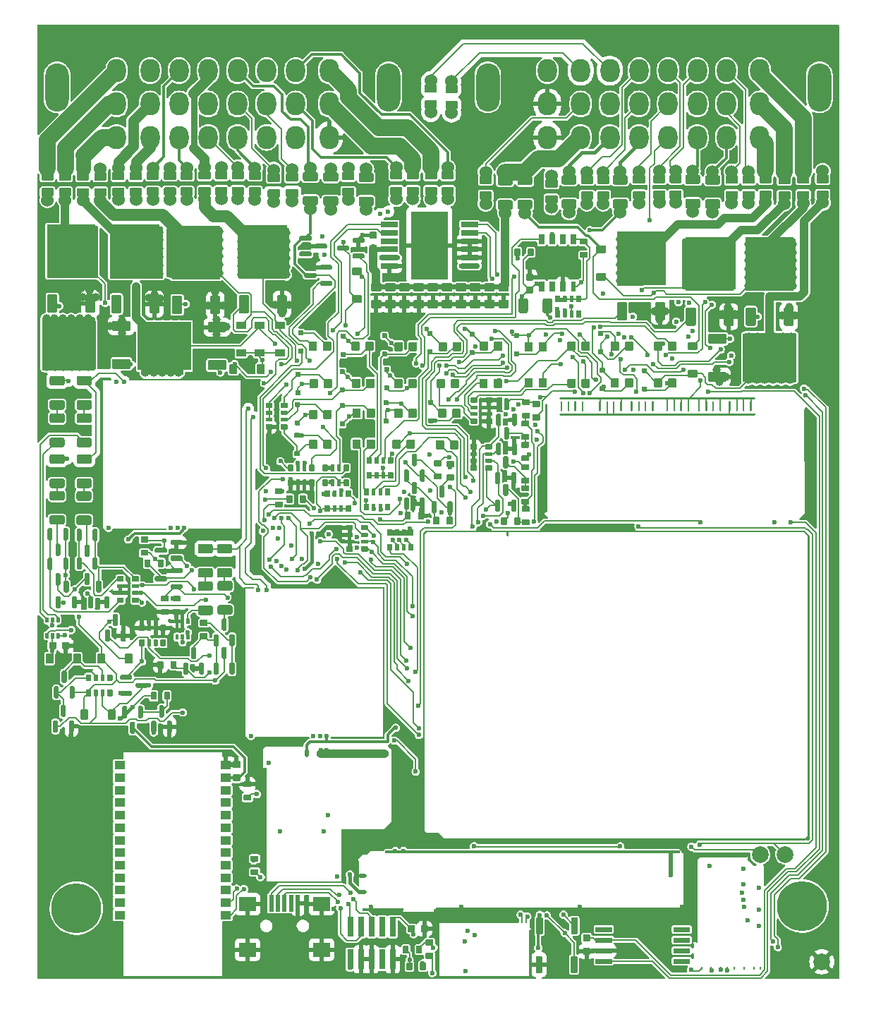
<source format=gtl>
G04 #@! TF.GenerationSoftware,KiCad,Pcbnew,(6.0.1)*
G04 #@! TF.CreationDate,2022-03-14T23:01:44+02:00*
G04 #@! TF.ProjectId,alphax_4ch,616c7068-6178-45f3-9463-682e6b696361,a*
G04 #@! TF.SameCoordinates,PX141f5e0PYa2cace0*
G04 #@! TF.FileFunction,Copper,L1,Top*
G04 #@! TF.FilePolarity,Positive*
%FSLAX46Y46*%
G04 Gerber Fmt 4.6, Leading zero omitted, Abs format (unit mm)*
G04 Created by KiCad (PCBNEW (6.0.1)) date 2022-03-14 23:01:44*
%MOMM*%
%LPD*%
G01*
G04 APERTURE LIST*
G04 #@! TA.AperFunction,SMDPad,CuDef*
%ADD10O,5.800001X0.250000*%
G04 #@! TD*
G04 #@! TA.AperFunction,SMDPad,CuDef*
%ADD11O,0.250000X10.200000*%
G04 #@! TD*
G04 #@! TA.AperFunction,SMDPad,CuDef*
%ADD12O,0.200000X0.399999*%
G04 #@! TD*
G04 #@! TA.AperFunction,ComponentPad*
%ADD13C,0.599999*%
G04 #@! TD*
G04 #@! TA.AperFunction,ComponentPad*
%ADD14C,1.524000*%
G04 #@! TD*
G04 #@! TA.AperFunction,ComponentPad*
%ADD15C,6.000000*%
G04 #@! TD*
G04 #@! TA.AperFunction,SMDPad,CuDef*
%ADD16C,2.000000*%
G04 #@! TD*
G04 #@! TA.AperFunction,SMDPad,CuDef*
%ADD17R,5.800000X6.400000*%
G04 #@! TD*
G04 #@! TA.AperFunction,ComponentPad*
%ADD18O,2.800000X5.800000*%
G04 #@! TD*
G04 #@! TA.AperFunction,ComponentPad*
%ADD19O,2.300000X2.800000*%
G04 #@! TD*
G04 #@! TA.AperFunction,SMDPad,CuDef*
%ADD20R,0.500000X2.000000*%
G04 #@! TD*
G04 #@! TA.AperFunction,SMDPad,CuDef*
%ADD21R,2.000000X1.700000*%
G04 #@! TD*
G04 #@! TA.AperFunction,SMDPad,CuDef*
%ADD22R,6.400000X5.800000*%
G04 #@! TD*
G04 #@! TA.AperFunction,SMDPad,CuDef*
%ADD23R,2.000000X0.650000*%
G04 #@! TD*
G04 #@! TA.AperFunction,SMDPad,CuDef*
%ADD24R,4.500000X8.100000*%
G04 #@! TD*
G04 #@! TA.AperFunction,SMDPad,CuDef*
%ADD25O,0.200000X5.669999*%
G04 #@! TD*
G04 #@! TA.AperFunction,SMDPad,CuDef*
%ADD26O,11.100001X0.200000*%
G04 #@! TD*
G04 #@! TA.AperFunction,SMDPad,CuDef*
%ADD27O,0.499999X0.250000*%
G04 #@! TD*
G04 #@! TA.AperFunction,SMDPad,CuDef*
%ADD28O,0.200000X6.799999*%
G04 #@! TD*
G04 #@! TA.AperFunction,SMDPad,CuDef*
%ADD29O,9.800001X0.399999*%
G04 #@! TD*
G04 #@! TA.AperFunction,SMDPad,CuDef*
%ADD30O,0.250000X0.499999*%
G04 #@! TD*
G04 #@! TA.AperFunction,SMDPad,CuDef*
%ADD31O,0.499999X1.000001*%
G04 #@! TD*
G04 #@! TA.AperFunction,SMDPad,CuDef*
%ADD32O,8.744829X1.000001*%
G04 #@! TD*
G04 #@! TA.AperFunction,SMDPad,CuDef*
%ADD33O,0.399999X9.000000*%
G04 #@! TD*
G04 #@! TA.AperFunction,SMDPad,CuDef*
%ADD34O,5.399999X0.399999*%
G04 #@! TD*
G04 #@! TA.AperFunction,SMDPad,CuDef*
%ADD35O,0.200000X6.500000*%
G04 #@! TD*
G04 #@! TA.AperFunction,SMDPad,CuDef*
%ADD36O,0.200000X13.800000*%
G04 #@! TD*
G04 #@! TA.AperFunction,SMDPad,CuDef*
%ADD37O,0.499999X0.200000*%
G04 #@! TD*
G04 #@! TA.AperFunction,SMDPad,CuDef*
%ADD38O,9.199999X0.200000*%
G04 #@! TD*
G04 #@! TA.AperFunction,SMDPad,CuDef*
%ADD39R,0.250000X18.200000*%
G04 #@! TD*
G04 #@! TA.AperFunction,SMDPad,CuDef*
%ADD40R,6.500000X0.250000*%
G04 #@! TD*
G04 #@! TA.AperFunction,SMDPad,CuDef*
%ADD41R,6.450000X0.250000*%
G04 #@! TD*
G04 #@! TA.AperFunction,SMDPad,CuDef*
%ADD42R,1.250000X0.250000*%
G04 #@! TD*
G04 #@! TA.AperFunction,SMDPad,CuDef*
%ADD43R,13.650000X0.250000*%
G04 #@! TD*
G04 #@! TA.AperFunction,SMDPad,CuDef*
%ADD44R,0.350000X0.250000*%
G04 #@! TD*
G04 #@! TA.AperFunction,SMDPad,CuDef*
%ADD45R,0.650000X1.310000*%
G04 #@! TD*
G04 #@! TA.AperFunction,SMDPad,CuDef*
%ADD46R,0.600000X1.310000*%
G04 #@! TD*
G04 #@! TA.AperFunction,SMDPad,CuDef*
%ADD47R,1.500000X1.325000*%
G04 #@! TD*
G04 #@! TA.AperFunction,SMDPad,CuDef*
%ADD48R,1.300000X1.000000*%
G04 #@! TD*
G04 #@! TA.AperFunction,SMDPad,CuDef*
%ADD49O,5.000000X0.399999*%
G04 #@! TD*
G04 #@! TA.AperFunction,SMDPad,CuDef*
%ADD50O,0.399999X7.200001*%
G04 #@! TD*
G04 #@! TA.AperFunction,SMDPad,CuDef*
%ADD51O,30.000001X0.399999*%
G04 #@! TD*
G04 #@! TA.AperFunction,SMDPad,CuDef*
%ADD52O,1.000001X0.499999*%
G04 #@! TD*
G04 #@! TA.AperFunction,SMDPad,CuDef*
%ADD53O,0.200000X3.099999*%
G04 #@! TD*
G04 #@! TA.AperFunction,SMDPad,CuDef*
%ADD54O,0.499999X2.999999*%
G04 #@! TD*
G04 #@! TA.AperFunction,SMDPad,CuDef*
%ADD55O,35.400000X0.399999*%
G04 #@! TD*
G04 #@! TA.AperFunction,SMDPad,CuDef*
%ADD56R,0.740000X2.400000*%
G04 #@! TD*
G04 #@! TA.AperFunction,ViaPad*
%ADD57C,0.600000*%
G04 #@! TD*
G04 #@! TA.AperFunction,ViaPad*
%ADD58C,1.000000*%
G04 #@! TD*
G04 #@! TA.AperFunction,Conductor*
%ADD59C,0.200000*%
G04 #@! TD*
G04 #@! TA.AperFunction,Conductor*
%ADD60C,0.400000*%
G04 #@! TD*
G04 #@! TA.AperFunction,Conductor*
%ADD61C,1.000000*%
G04 #@! TD*
G04 #@! TA.AperFunction,Conductor*
%ADD62C,0.600000*%
G04 #@! TD*
G04 #@! TA.AperFunction,Conductor*
%ADD63C,0.300000*%
G04 #@! TD*
G04 #@! TA.AperFunction,Conductor*
%ADD64C,0.203200*%
G04 #@! TD*
G04 #@! TA.AperFunction,Conductor*
%ADD65C,2.000000*%
G04 #@! TD*
G04 #@! TA.AperFunction,Conductor*
%ADD66C,1.400000*%
G04 #@! TD*
G04 #@! TA.AperFunction,Conductor*
%ADD67C,1.300000*%
G04 #@! TD*
G04 #@! TA.AperFunction,Conductor*
%ADD68C,1.800000*%
G04 #@! TD*
G04 #@! TA.AperFunction,Conductor*
%ADD69C,1.200000*%
G04 #@! TD*
G04 #@! TA.AperFunction,Conductor*
%ADD70C,0.800000*%
G04 #@! TD*
G04 APERTURE END LIST*
D10*
G04 #@! TO.P,M4,G,GND*
G04 #@! TO.N,GND*
X82392389Y14749996D03*
G04 #@! TA.AperFunction,SMDPad,CuDef*
G36*
G01*
X79200084Y14370187D02*
X79200084Y14370187D01*
G75*
G02*
X79200084Y14546963I88388J88388D01*
G01*
X79482926Y14829805D01*
G75*
G02*
X79659702Y14829805I88388J-88388D01*
G01*
X79659702Y14829805D01*
G75*
G02*
X79659702Y14653029I-88388J-88388D01*
G01*
X79376860Y14370187D01*
G75*
G02*
X79200084Y14370187I-88388J88388D01*
G01*
G37*
G04 #@! TD.AperFunction*
D11*
X79279889Y9500001D03*
D12*
G04 #@! TO.P,M4,S1,OUT_IGN8*
G04 #@! TO.N,unconnected-(M4-PadS1)*
X86904837Y1375379D03*
G04 #@! TO.P,M4,S2,OUT_IGN7*
G04 #@! TO.N,unconnected-(M4-PadS2)*
X86144858Y1375379D03*
G04 #@! TO.P,M4,S3,OUT_IGN6*
G04 #@! TO.N,unconnected-(M4-PadS3)*
X84969865Y1375379D03*
G04 #@! TO.P,M4,S4,OUT_IGN5*
G04 #@! TO.N,unconnected-(M4-PadS4)*
X83794878Y1375379D03*
G04 #@! TO.P,M4,S5,OUT_IGN4*
G04 #@! TO.N,/OUT_IGN4*
X82954966Y1375379D03*
G04 #@! TO.P,M4,S6,OUT_IGN3*
G04 #@! TO.N,/OUT_IGN3*
X82204894Y1375379D03*
G04 #@! TO.P,M4,S7,OUT_IGN2*
G04 #@! TO.N,/OUT_IGN2*
X81029883Y1375379D03*
G04 #@! TO.P,M4,S8,OUT_IGN1*
G04 #@! TO.N,/OUT_IGN1*
X79854886Y1375379D03*
D13*
G04 #@! TO.P,M4,V1,IGN8*
G04 #@! TO.N,GND*
X84894889Y11474986D03*
G04 #@! TO.P,M4,V2,IGN7*
X86729899Y11049978D03*
G04 #@! TO.P,M4,V3,IGN6*
X84679891Y10499981D03*
G04 #@! TO.P,M4,V4,IGN5*
X84894886Y9625022D03*
G04 #@! TO.P,M4,V5,IGN4*
G04 #@! TO.N,/IGN4*
X84969893Y8774999D03*
G04 #@! TO.P,M4,V6,IGN3*
G04 #@! TO.N,/IGN3*
X86729899Y8449983D03*
G04 #@! TO.P,M4,V7,IGN2*
G04 #@! TO.N,/IGN2*
X85419899Y7150016D03*
G04 #@! TO.P,M4,V8,IGN1*
G04 #@! TO.N,/IGN1*
X86729899Y6499999D03*
G04 #@! TO.P,M4,V9,VCC*
G04 #@! TO.N,+5V_IGN*
X80804884Y13675002D03*
G04 #@! TO.P,M4,V10,V33*
G04 #@! TO.N,+3V3_IGN*
X84879890Y13375000D03*
G04 #@! TD*
G04 #@! TO.P,D53,1,K*
G04 #@! TO.N,+12V_RAW*
G04 #@! TA.AperFunction,SMDPad,CuDef*
G36*
G01*
X25110000Y74805000D02*
X24090000Y74805000D01*
G75*
G02*
X24000000Y74895000I0J90000D01*
G01*
X24000000Y75615000D01*
G75*
G02*
X24090000Y75705000I90000J0D01*
G01*
X25110000Y75705000D01*
G75*
G02*
X25200000Y75615000I0J-90000D01*
G01*
X25200000Y74895000D01*
G75*
G02*
X25110000Y74805000I-90000J0D01*
G01*
G37*
G04 #@! TD.AperFunction*
G04 #@! TO.P,D53,2,A*
G04 #@! TO.N,/OUT_VVT1*
G04 #@! TA.AperFunction,SMDPad,CuDef*
G36*
G01*
X25110000Y78105000D02*
X24090000Y78105000D01*
G75*
G02*
X24000000Y78195000I0J90000D01*
G01*
X24000000Y78915000D01*
G75*
G02*
X24090000Y79005000I90000J0D01*
G01*
X25110000Y79005000D01*
G75*
G02*
X25200000Y78915000I0J-90000D01*
G01*
X25200000Y78195000D01*
G75*
G02*
X25110000Y78105000I-90000J0D01*
G01*
G37*
G04 #@! TD.AperFunction*
G04 #@! TD*
G04 #@! TO.P,R8,1,1*
G04 #@! TO.N,/CAN-*
G04 #@! TA.AperFunction,SMDPad,CuDef*
G36*
G01*
X77375000Y93699999D02*
X76125000Y93699999D01*
G75*
G02*
X76025000Y93799999I0J100000D01*
G01*
X76025000Y94599999D01*
G75*
G02*
X76125000Y94699999I100000J0D01*
G01*
X77375000Y94699999D01*
G75*
G02*
X77475000Y94599999I0J-100000D01*
G01*
X77475000Y93799999D01*
G75*
G02*
X77375000Y93699999I-100000J0D01*
G01*
G37*
G04 #@! TD.AperFunction*
D14*
X76750000Y93245000D03*
G04 #@! TO.P,R8,2,2*
G04 #@! TO.N,/C6*
X76750000Y97055000D03*
G04 #@! TA.AperFunction,SMDPad,CuDef*
G36*
G01*
X77375000Y95600021D02*
X76125000Y95600021D01*
G75*
G02*
X76025000Y95700021I0J100000D01*
G01*
X76025000Y96500021D01*
G75*
G02*
X76125000Y96600021I100000J0D01*
G01*
X77375000Y96600021D01*
G75*
G02*
X77475000Y96500021I0J-100000D01*
G01*
X77475000Y95700021D01*
G75*
G02*
X77375000Y95600021I-100000J0D01*
G01*
G37*
G04 #@! TD.AperFunction*
G04 #@! TD*
G04 #@! TO.P,R29,1*
G04 #@! TO.N,Net-(Q20-Pad2)*
G04 #@! TA.AperFunction,SMDPad,CuDef*
G36*
G01*
X12610000Y53200010D02*
X13390000Y53200010D01*
G75*
G02*
X13460000Y53130010I0J-70000D01*
G01*
X13460000Y52570010D01*
G75*
G02*
X13390000Y52500010I-70000J0D01*
G01*
X12610000Y52500010D01*
G75*
G02*
X12540000Y52570010I0J70000D01*
G01*
X12540000Y53130010D01*
G75*
G02*
X12610000Y53200010I70000J0D01*
G01*
G37*
G04 #@! TD.AperFunction*
G04 #@! TO.P,R29,2*
G04 #@! TO.N,+5VAS*
G04 #@! TA.AperFunction,SMDPad,CuDef*
G36*
G01*
X12610000Y51600010D02*
X13390000Y51600010D01*
G75*
G02*
X13460000Y51530010I0J-70000D01*
G01*
X13460000Y50970010D01*
G75*
G02*
X13390000Y50900010I-70000J0D01*
G01*
X12610000Y50900010D01*
G75*
G02*
X12540000Y50970010I0J70000D01*
G01*
X12540000Y51530010D01*
G75*
G02*
X12610000Y51600010I70000J0D01*
G01*
G37*
G04 #@! TD.AperFunction*
G04 #@! TD*
G04 #@! TO.P,R90,1*
G04 #@! TO.N,+3V3*
G04 #@! TA.AperFunction,SMDPad,CuDef*
G36*
G01*
X25810000Y14900000D02*
X26590000Y14900000D01*
G75*
G02*
X26660000Y14830000I0J-70000D01*
G01*
X26660000Y14270000D01*
G75*
G02*
X26590000Y14200000I-70000J0D01*
G01*
X25810000Y14200000D01*
G75*
G02*
X25740000Y14270000I0J70000D01*
G01*
X25740000Y14830000D01*
G75*
G02*
X25810000Y14900000I70000J0D01*
G01*
G37*
G04 #@! TD.AperFunction*
G04 #@! TO.P,R90,2*
G04 #@! TO.N,/ETB_DIS*
G04 #@! TA.AperFunction,SMDPad,CuDef*
G36*
G01*
X25810000Y13300000D02*
X26590000Y13300000D01*
G75*
G02*
X26660000Y13230000I0J-70000D01*
G01*
X26660000Y12670000D01*
G75*
G02*
X26590000Y12600000I-70000J0D01*
G01*
X25810000Y12600000D01*
G75*
G02*
X25740000Y12670000I0J70000D01*
G01*
X25740000Y13230000D01*
G75*
G02*
X25810000Y13300000I70000J0D01*
G01*
G37*
G04 #@! TD.AperFunction*
G04 #@! TD*
G04 #@! TO.P,R2,1*
G04 #@! TO.N,+12V*
G04 #@! TA.AperFunction,SMDPad,CuDef*
G36*
G01*
X34600000Y56215000D02*
X34600000Y56885000D01*
G75*
G02*
X34665000Y56950000I65000J0D01*
G01*
X35185000Y56950000D01*
G75*
G02*
X35250000Y56885000I0J-65000D01*
G01*
X35250000Y56215000D01*
G75*
G02*
X35185000Y56150000I-65000J0D01*
G01*
X34665000Y56150000D01*
G75*
G02*
X34600000Y56215000I0J65000D01*
G01*
G37*
G04 #@! TD.AperFunction*
G04 #@! TO.P,R2,2*
G04 #@! TA.AperFunction,SMDPad,CuDef*
G36*
G01*
X35575000Y56195000D02*
X35575000Y56905000D01*
G75*
G02*
X35620000Y56950000I45000J0D01*
G01*
X35980000Y56950000D01*
G75*
G02*
X36025000Y56905000I0J-45000D01*
G01*
X36025000Y56195000D01*
G75*
G02*
X35980000Y56150000I-45000J0D01*
G01*
X35620000Y56150000D01*
G75*
G02*
X35575000Y56195000I0J45000D01*
G01*
G37*
G04 #@! TD.AperFunction*
G04 #@! TO.P,R2,3*
G04 #@! TA.AperFunction,SMDPad,CuDef*
G36*
G01*
X36375000Y56195000D02*
X36375000Y56905000D01*
G75*
G02*
X36420000Y56950000I45000J0D01*
G01*
X36780000Y56950000D01*
G75*
G02*
X36825000Y56905000I0J-45000D01*
G01*
X36825000Y56195000D01*
G75*
G02*
X36780000Y56150000I-45000J0D01*
G01*
X36420000Y56150000D01*
G75*
G02*
X36375000Y56195000I0J45000D01*
G01*
G37*
G04 #@! TD.AperFunction*
G04 #@! TO.P,R2,4*
G04 #@! TA.AperFunction,SMDPad,CuDef*
G36*
G01*
X37150000Y56215000D02*
X37150000Y56885000D01*
G75*
G02*
X37215000Y56950000I65000J0D01*
G01*
X37735000Y56950000D01*
G75*
G02*
X37800000Y56885000I0J-65000D01*
G01*
X37800000Y56215000D01*
G75*
G02*
X37735000Y56150000I-65000J0D01*
G01*
X37215000Y56150000D01*
G75*
G02*
X37150000Y56215000I0J65000D01*
G01*
G37*
G04 #@! TD.AperFunction*
G04 #@! TO.P,R2,5*
G04 #@! TO.N,Net-(D3-Pad1)*
G04 #@! TA.AperFunction,SMDPad,CuDef*
G36*
G01*
X37150000Y58015000D02*
X37150000Y58685000D01*
G75*
G02*
X37215000Y58750000I65000J0D01*
G01*
X37735000Y58750000D01*
G75*
G02*
X37800000Y58685000I0J-65000D01*
G01*
X37800000Y58015000D01*
G75*
G02*
X37735000Y57950000I-65000J0D01*
G01*
X37215000Y57950000D01*
G75*
G02*
X37150000Y58015000I0J65000D01*
G01*
G37*
G04 #@! TD.AperFunction*
G04 #@! TO.P,R2,6*
G04 #@! TO.N,Net-(D2-Pad1)*
G04 #@! TA.AperFunction,SMDPad,CuDef*
G36*
G01*
X36375000Y57995000D02*
X36375000Y58705000D01*
G75*
G02*
X36420000Y58750000I45000J0D01*
G01*
X36780000Y58750000D01*
G75*
G02*
X36825000Y58705000I0J-45000D01*
G01*
X36825000Y57995000D01*
G75*
G02*
X36780000Y57950000I-45000J0D01*
G01*
X36420000Y57950000D01*
G75*
G02*
X36375000Y57995000I0J45000D01*
G01*
G37*
G04 #@! TD.AperFunction*
G04 #@! TO.P,R2,7*
G04 #@! TO.N,Net-(D14-Pad1)*
G04 #@! TA.AperFunction,SMDPad,CuDef*
G36*
G01*
X35575000Y57995000D02*
X35575000Y58705000D01*
G75*
G02*
X35620000Y58750000I45000J0D01*
G01*
X35980000Y58750000D01*
G75*
G02*
X36025000Y58705000I0J-45000D01*
G01*
X36025000Y57995000D01*
G75*
G02*
X35980000Y57950000I-45000J0D01*
G01*
X35620000Y57950000D01*
G75*
G02*
X35575000Y57995000I0J45000D01*
G01*
G37*
G04 #@! TD.AperFunction*
G04 #@! TO.P,R2,8*
G04 #@! TO.N,Net-(D13-Pad1)*
G04 #@! TA.AperFunction,SMDPad,CuDef*
G36*
G01*
X34600000Y58015000D02*
X34600000Y58685000D01*
G75*
G02*
X34665000Y58750000I65000J0D01*
G01*
X35185000Y58750000D01*
G75*
G02*
X35250000Y58685000I0J-65000D01*
G01*
X35250000Y58015000D01*
G75*
G02*
X35185000Y57950000I-65000J0D01*
G01*
X34665000Y57950000D01*
G75*
G02*
X34600000Y58015000I0J65000D01*
G01*
G37*
G04 #@! TD.AperFunction*
G04 #@! TD*
G04 #@! TO.P,D36,1,A*
G04 #@! TO.N,Net-(D36-Pad1)*
G04 #@! TA.AperFunction,SMDPad,CuDef*
G36*
G01*
X50649999Y64649998D02*
X50649999Y63749998D01*
G75*
G02*
X50549999Y63649998I-100000J0D01*
G01*
X49749999Y63649998D01*
G75*
G02*
X49649999Y63749998I0J100000D01*
G01*
X49649999Y64649998D01*
G75*
G02*
X49749999Y64749998I100000J0D01*
G01*
X50549999Y64749998D01*
G75*
G02*
X50649999Y64649998I0J-100000D01*
G01*
G37*
G04 #@! TD.AperFunction*
G04 #@! TO.P,D36,2,K*
G04 #@! TO.N,/HALL3*
G04 #@! TA.AperFunction,SMDPad,CuDef*
G36*
G01*
X48949999Y64649998D02*
X48949999Y63749998D01*
G75*
G02*
X48849999Y63649998I-100000J0D01*
G01*
X48049999Y63649998D01*
G75*
G02*
X47949999Y63749998I0J100000D01*
G01*
X47949999Y64649998D01*
G75*
G02*
X48049999Y64749998I100000J0D01*
G01*
X48849999Y64749998D01*
G75*
G02*
X48949999Y64649998I0J-100000D01*
G01*
G37*
G04 #@! TD.AperFunction*
G04 #@! TD*
G04 #@! TO.P,R4,1*
G04 #@! TO.N,GND*
G04 #@! TA.AperFunction,SMDPad,CuDef*
G36*
G01*
X54685000Y66700000D02*
X54015000Y66700000D01*
G75*
G02*
X53950000Y66765000I0J65000D01*
G01*
X53950000Y67285000D01*
G75*
G02*
X54015000Y67350000I65000J0D01*
G01*
X54685000Y67350000D01*
G75*
G02*
X54750000Y67285000I0J-65000D01*
G01*
X54750000Y66765000D01*
G75*
G02*
X54685000Y66700000I-65000J0D01*
G01*
G37*
G04 #@! TD.AperFunction*
G04 #@! TO.P,R4,2*
G04 #@! TA.AperFunction,SMDPad,CuDef*
G36*
G01*
X54705000Y67675000D02*
X53995000Y67675000D01*
G75*
G02*
X53950000Y67720000I0J45000D01*
G01*
X53950000Y68080000D01*
G75*
G02*
X53995000Y68125000I45000J0D01*
G01*
X54705000Y68125000D01*
G75*
G02*
X54750000Y68080000I0J-45000D01*
G01*
X54750000Y67720000D01*
G75*
G02*
X54705000Y67675000I-45000J0D01*
G01*
G37*
G04 #@! TD.AperFunction*
G04 #@! TO.P,R4,3*
G04 #@! TA.AperFunction,SMDPad,CuDef*
G36*
G01*
X54705000Y68475000D02*
X53995000Y68475000D01*
G75*
G02*
X53950000Y68520000I0J45000D01*
G01*
X53950000Y68880000D01*
G75*
G02*
X53995000Y68925000I45000J0D01*
G01*
X54705000Y68925000D01*
G75*
G02*
X54750000Y68880000I0J-45000D01*
G01*
X54750000Y68520000D01*
G75*
G02*
X54705000Y68475000I-45000J0D01*
G01*
G37*
G04 #@! TD.AperFunction*
G04 #@! TO.P,R4,4*
G04 #@! TA.AperFunction,SMDPad,CuDef*
G36*
G01*
X54685000Y69250000D02*
X54015000Y69250000D01*
G75*
G02*
X53950000Y69315000I0J65000D01*
G01*
X53950000Y69835000D01*
G75*
G02*
X54015000Y69900000I65000J0D01*
G01*
X54685000Y69900000D01*
G75*
G02*
X54750000Y69835000I0J-65000D01*
G01*
X54750000Y69315000D01*
G75*
G02*
X54685000Y69250000I-65000J0D01*
G01*
G37*
G04 #@! TD.AperFunction*
G04 #@! TO.P,R4,5*
G04 #@! TO.N,Net-(D24-Pad2)*
G04 #@! TA.AperFunction,SMDPad,CuDef*
G36*
G01*
X52885000Y69250000D02*
X52215000Y69250000D01*
G75*
G02*
X52150000Y69315000I0J65000D01*
G01*
X52150000Y69835000D01*
G75*
G02*
X52215000Y69900000I65000J0D01*
G01*
X52885000Y69900000D01*
G75*
G02*
X52950000Y69835000I0J-65000D01*
G01*
X52950000Y69315000D01*
G75*
G02*
X52885000Y69250000I-65000J0D01*
G01*
G37*
G04 #@! TD.AperFunction*
G04 #@! TO.P,R4,6*
G04 #@! TO.N,Net-(D23-Pad2)*
G04 #@! TA.AperFunction,SMDPad,CuDef*
G36*
G01*
X52905000Y68475000D02*
X52195000Y68475000D01*
G75*
G02*
X52150000Y68520000I0J45000D01*
G01*
X52150000Y68880000D01*
G75*
G02*
X52195000Y68925000I45000J0D01*
G01*
X52905000Y68925000D01*
G75*
G02*
X52950000Y68880000I0J-45000D01*
G01*
X52950000Y68520000D01*
G75*
G02*
X52905000Y68475000I-45000J0D01*
G01*
G37*
G04 #@! TD.AperFunction*
G04 #@! TO.P,R4,7*
G04 #@! TO.N,Net-(D19-Pad2)*
G04 #@! TA.AperFunction,SMDPad,CuDef*
G36*
G01*
X52905000Y67675000D02*
X52195000Y67675000D01*
G75*
G02*
X52150000Y67720000I0J45000D01*
G01*
X52150000Y68080000D01*
G75*
G02*
X52195000Y68125000I45000J0D01*
G01*
X52905000Y68125000D01*
G75*
G02*
X52950000Y68080000I0J-45000D01*
G01*
X52950000Y67720000D01*
G75*
G02*
X52905000Y67675000I-45000J0D01*
G01*
G37*
G04 #@! TD.AperFunction*
G04 #@! TO.P,R4,8*
G04 #@! TO.N,Net-(D18-Pad2)*
G04 #@! TA.AperFunction,SMDPad,CuDef*
G36*
G01*
X52885000Y66700000D02*
X52215000Y66700000D01*
G75*
G02*
X52150000Y66765000I0J65000D01*
G01*
X52150000Y67285000D01*
G75*
G02*
X52215000Y67350000I65000J0D01*
G01*
X52885000Y67350000D01*
G75*
G02*
X52950000Y67285000I0J-65000D01*
G01*
X52950000Y66765000D01*
G75*
G02*
X52885000Y66700000I-65000J0D01*
G01*
G37*
G04 #@! TD.AperFunction*
G04 #@! TD*
G04 #@! TO.P,D30,1,K*
G04 #@! TO.N,Net-(D11-Pad1)*
G04 #@! TA.AperFunction,SMDPad,CuDef*
G36*
G01*
X67450000Y75111499D02*
X67450000Y75591499D01*
G75*
G02*
X67510000Y75651499I60000J0D01*
G01*
X67990000Y75651499D01*
G75*
G02*
X68050000Y75591499I0J-60000D01*
G01*
X68050000Y75111499D01*
G75*
G02*
X67990000Y75051499I-60000J0D01*
G01*
X67510000Y75051499D01*
G75*
G02*
X67450000Y75111499I0J60000D01*
G01*
G37*
G04 #@! TD.AperFunction*
G04 #@! TO.P,D30,2,A*
G04 #@! TO.N,/IN_CAM_HALL*
G04 #@! TA.AperFunction,SMDPad,CuDef*
G36*
G01*
X67450000Y77311499D02*
X67450000Y77791499D01*
G75*
G02*
X67510000Y77851499I60000J0D01*
G01*
X67990000Y77851499D01*
G75*
G02*
X68050000Y77791499I0J-60000D01*
G01*
X68050000Y77311499D01*
G75*
G02*
X67990000Y77251499I-60000J0D01*
G01*
X67510000Y77251499D01*
G75*
G02*
X67450000Y77311499I0J60000D01*
G01*
G37*
G04 #@! TD.AperFunction*
G04 #@! TD*
G04 #@! TO.P,C3,1*
G04 #@! TO.N,GND*
G04 #@! TA.AperFunction,SMDPad,CuDef*
G36*
G01*
X23710000Y26265001D02*
X24390000Y26265001D01*
G75*
G02*
X24475000Y26180001I0J-85000D01*
G01*
X24475000Y25500001D01*
G75*
G02*
X24390000Y25415001I-85000J0D01*
G01*
X23710000Y25415001D01*
G75*
G02*
X23625000Y25500001I0J85000D01*
G01*
X23625000Y26180001D01*
G75*
G02*
X23710000Y26265001I85000J0D01*
G01*
G37*
G04 #@! TD.AperFunction*
G04 #@! TO.P,C3,2*
G04 #@! TO.N,/BT_3V3*
G04 #@! TA.AperFunction,SMDPad,CuDef*
G36*
G01*
X23710000Y24684999D02*
X24390000Y24684999D01*
G75*
G02*
X24475000Y24599999I0J-85000D01*
G01*
X24475000Y23919999D01*
G75*
G02*
X24390000Y23834999I-85000J0D01*
G01*
X23710000Y23834999D01*
G75*
G02*
X23625000Y23919999I0J85000D01*
G01*
X23625000Y24599999D01*
G75*
G02*
X23710000Y24684999I85000J0D01*
G01*
G37*
G04 #@! TD.AperFunction*
G04 #@! TD*
G04 #@! TO.P,D46,1,K*
G04 #@! TO.N,Net-(D40-Pad1)*
G04 #@! TA.AperFunction,SMDPad,CuDef*
G36*
G01*
X31650000Y69290000D02*
X31650000Y68810000D01*
G75*
G02*
X31590000Y68750000I-60000J0D01*
G01*
X31110000Y68750000D01*
G75*
G02*
X31050000Y68810000I0J60000D01*
G01*
X31050000Y69290000D01*
G75*
G02*
X31110000Y69350000I60000J0D01*
G01*
X31590000Y69350000D01*
G75*
G02*
X31650000Y69290000I0J-60000D01*
G01*
G37*
G04 #@! TD.AperFunction*
G04 #@! TO.P,D46,2,A*
G04 #@! TO.N,/OUT_VVT2*
G04 #@! TA.AperFunction,SMDPad,CuDef*
G36*
G01*
X31650000Y67090000D02*
X31650000Y66610000D01*
G75*
G02*
X31590000Y66550000I-60000J0D01*
G01*
X31110000Y66550000D01*
G75*
G02*
X31050000Y66610000I0J60000D01*
G01*
X31050000Y67090000D01*
G75*
G02*
X31110000Y67150000I60000J0D01*
G01*
X31590000Y67150000D01*
G75*
G02*
X31650000Y67090000I0J-60000D01*
G01*
G37*
G04 #@! TD.AperFunction*
G04 #@! TD*
G04 #@! TO.P,R87,1*
G04 #@! TO.N,/IN_D3*
G04 #@! TA.AperFunction,SMDPad,CuDef*
G36*
G01*
X58310000Y61850000D02*
X59090000Y61850000D01*
G75*
G02*
X59160000Y61780000I0J-70000D01*
G01*
X59160000Y61220000D01*
G75*
G02*
X59090000Y61150000I-70000J0D01*
G01*
X58310000Y61150000D01*
G75*
G02*
X58240000Y61220000I0J70000D01*
G01*
X58240000Y61780000D01*
G75*
G02*
X58310000Y61850000I70000J0D01*
G01*
G37*
G04 #@! TD.AperFunction*
G04 #@! TO.P,R87,2*
G04 #@! TO.N,Net-(Q34-Pad2)*
G04 #@! TA.AperFunction,SMDPad,CuDef*
G36*
G01*
X58310000Y60250000D02*
X59090000Y60250000D01*
G75*
G02*
X59160000Y60180000I0J-70000D01*
G01*
X59160000Y59620000D01*
G75*
G02*
X59090000Y59550000I-70000J0D01*
G01*
X58310000Y59550000D01*
G75*
G02*
X58240000Y59620000I0J70000D01*
G01*
X58240000Y60180000D01*
G75*
G02*
X58310000Y60250000I70000J0D01*
G01*
G37*
G04 #@! TD.AperFunction*
G04 #@! TD*
D15*
G04 #@! TO.P,J8,1,Pin_1*
G04 #@! TO.N,unconnected-(J8-Pad1)*
X4803000Y8619000D03*
G04 #@! TD*
G04 #@! TO.P,D34,1,A*
G04 #@! TO.N,Net-(D34-Pad1)*
G04 #@! TA.AperFunction,SMDPad,CuDef*
G36*
G01*
X40649999Y64749998D02*
X40649999Y63849998D01*
G75*
G02*
X40549999Y63749998I-100000J0D01*
G01*
X39749999Y63749998D01*
G75*
G02*
X39649999Y63849998I0J100000D01*
G01*
X39649999Y64749998D01*
G75*
G02*
X39749999Y64849998I100000J0D01*
G01*
X40549999Y64849998D01*
G75*
G02*
X40649999Y64749998I0J-100000D01*
G01*
G37*
G04 #@! TD.AperFunction*
G04 #@! TO.P,D34,2,K*
G04 #@! TO.N,/HALL1*
G04 #@! TA.AperFunction,SMDPad,CuDef*
G36*
G01*
X38949999Y64749998D02*
X38949999Y63849998D01*
G75*
G02*
X38849999Y63749998I-100000J0D01*
G01*
X38049999Y63749998D01*
G75*
G02*
X37949999Y63849998I0J100000D01*
G01*
X37949999Y64749998D01*
G75*
G02*
X38049999Y64849998I100000J0D01*
G01*
X38849999Y64849998D01*
G75*
G02*
X38949999Y64749998I0J-100000D01*
G01*
G37*
G04 #@! TD.AperFunction*
G04 #@! TD*
G04 #@! TO.P,R59,1,1*
G04 #@! TO.N,/E8*
G04 #@! TA.AperFunction,SMDPad,CuDef*
G36*
G01*
X44575000Y97050001D02*
X45825000Y97050001D01*
G75*
G02*
X45925000Y96950001I0J-100000D01*
G01*
X45925000Y96150001D01*
G75*
G02*
X45825000Y96050001I-100000J0D01*
G01*
X44575000Y96050001D01*
G75*
G02*
X44475000Y96150001I0J100000D01*
G01*
X44475000Y96950001D01*
G75*
G02*
X44575000Y97050001I100000J0D01*
G01*
G37*
G04 #@! TD.AperFunction*
D14*
X45200000Y97505000D03*
G04 #@! TO.P,R59,2,2*
G04 #@! TO.N,/OUT_ETB-*
X45200000Y93695000D03*
G04 #@! TA.AperFunction,SMDPad,CuDef*
G36*
G01*
X44575000Y95149979D02*
X45825000Y95149979D01*
G75*
G02*
X45925000Y95049979I0J-100000D01*
G01*
X45925000Y94249979D01*
G75*
G02*
X45825000Y94149979I-100000J0D01*
G01*
X44575000Y94149979D01*
G75*
G02*
X44475000Y94249979I0J100000D01*
G01*
X44475000Y95049979D01*
G75*
G02*
X44575000Y95149979I100000J0D01*
G01*
G37*
G04 #@! TD.AperFunction*
G04 #@! TD*
G04 #@! TO.P,R9,1,1*
G04 #@! TO.N,/CAN+*
X74800000Y93245000D03*
G04 #@! TA.AperFunction,SMDPad,CuDef*
G36*
G01*
X75425000Y93699999D02*
X74175000Y93699999D01*
G75*
G02*
X74075000Y93799999I0J100000D01*
G01*
X74075000Y94599999D01*
G75*
G02*
X74175000Y94699999I100000J0D01*
G01*
X75425000Y94699999D01*
G75*
G02*
X75525000Y94599999I0J-100000D01*
G01*
X75525000Y93799999D01*
G75*
G02*
X75425000Y93699999I-100000J0D01*
G01*
G37*
G04 #@! TD.AperFunction*
G04 #@! TO.P,R9,2,2*
G04 #@! TO.N,/C5*
G04 #@! TA.AperFunction,SMDPad,CuDef*
G36*
G01*
X75425000Y95600021D02*
X74175000Y95600021D01*
G75*
G02*
X74075000Y95700021I0J100000D01*
G01*
X74075000Y96500021D01*
G75*
G02*
X74175000Y96600021I100000J0D01*
G01*
X75425000Y96600021D01*
G75*
G02*
X75525000Y96500021I0J-100000D01*
G01*
X75525000Y95700021D01*
G75*
G02*
X75425000Y95600021I-100000J0D01*
G01*
G37*
G04 #@! TD.AperFunction*
X74800000Y97055000D03*
G04 #@! TD*
G04 #@! TO.P,R68,1,1*
G04 #@! TO.N,/IN_TPS2*
X24200000Y93695000D03*
G04 #@! TA.AperFunction,SMDPad,CuDef*
G36*
G01*
X24825000Y94149999D02*
X23575000Y94149999D01*
G75*
G02*
X23475000Y94249999I0J100000D01*
G01*
X23475000Y95049999D01*
G75*
G02*
X23575000Y95149999I100000J0D01*
G01*
X24825000Y95149999D01*
G75*
G02*
X24925000Y95049999I0J-100000D01*
G01*
X24925000Y94249999D01*
G75*
G02*
X24825000Y94149999I-100000J0D01*
G01*
G37*
G04 #@! TD.AperFunction*
G04 #@! TO.P,R68,2,2*
G04 #@! TO.N,/D4*
G04 #@! TA.AperFunction,SMDPad,CuDef*
G36*
G01*
X24825000Y96050021D02*
X23575000Y96050021D01*
G75*
G02*
X23475000Y96150021I0J100000D01*
G01*
X23475000Y96950021D01*
G75*
G02*
X23575000Y97050021I100000J0D01*
G01*
X24825000Y97050021D01*
G75*
G02*
X24925000Y96950021I0J-100000D01*
G01*
X24925000Y96150021D01*
G75*
G02*
X24825000Y96050021I-100000J0D01*
G01*
G37*
G04 #@! TD.AperFunction*
X24200000Y97505000D03*
G04 #@! TD*
G04 #@! TO.P,R21,1*
G04 #@! TO.N,Net-(R21-Pad1)*
G04 #@! TA.AperFunction,SMDPad,CuDef*
G36*
G01*
X3400000Y59945000D02*
X3400000Y59255000D01*
G75*
G02*
X3170000Y59025000I-230000J0D01*
G01*
X1830000Y59025000D01*
G75*
G02*
X1600000Y59255000I0J230000D01*
G01*
X1600000Y59945000D01*
G75*
G02*
X1830000Y60175000I230000J0D01*
G01*
X3170000Y60175000D01*
G75*
G02*
X3400000Y59945000I0J-230000D01*
G01*
G37*
G04 #@! TD.AperFunction*
G04 #@! TO.P,R21,2*
G04 #@! TO.N,/IN_CRANK+*
G04 #@! TA.AperFunction,SMDPad,CuDef*
G36*
G01*
X3400000Y62845020D02*
X3400000Y62155020D01*
G75*
G02*
X3170000Y61925020I-230000J0D01*
G01*
X1830000Y61925020D01*
G75*
G02*
X1600000Y62155020I0J230000D01*
G01*
X1600000Y62845020D01*
G75*
G02*
X1830000Y63075020I230000J0D01*
G01*
X3170000Y63075020D01*
G75*
G02*
X3400000Y62845020I0J-230000D01*
G01*
G37*
G04 #@! TD.AperFunction*
G04 #@! TD*
D16*
G04 #@! TO.P,J5,1,Pin_1*
G04 #@! TO.N,/CAN_RX*
X89900000Y15050000D03*
G04 #@! TD*
G04 #@! TO.P,R82,1*
G04 #@! TO.N,Net-(Q36-Pad2)*
G04 #@! TA.AperFunction,SMDPad,CuDef*
G36*
G01*
X58410000Y69650000D02*
X59190000Y69650000D01*
G75*
G02*
X59260000Y69580000I0J-70000D01*
G01*
X59260000Y69020000D01*
G75*
G02*
X59190000Y68950000I-70000J0D01*
G01*
X58410000Y68950000D01*
G75*
G02*
X58340000Y69020000I0J70000D01*
G01*
X58340000Y69580000D01*
G75*
G02*
X58410000Y69650000I70000J0D01*
G01*
G37*
G04 #@! TD.AperFunction*
G04 #@! TO.P,R82,2*
G04 #@! TO.N,+5VAS*
G04 #@! TA.AperFunction,SMDPad,CuDef*
G36*
G01*
X58410000Y68050000D02*
X59190000Y68050000D01*
G75*
G02*
X59260000Y67980000I0J-70000D01*
G01*
X59260000Y67420000D01*
G75*
G02*
X59190000Y67350000I-70000J0D01*
G01*
X58410000Y67350000D01*
G75*
G02*
X58340000Y67420000I0J70000D01*
G01*
X58340000Y67980000D01*
G75*
G02*
X58410000Y68050000I70000J0D01*
G01*
G37*
G04 #@! TD.AperFunction*
G04 #@! TD*
G04 #@! TO.P,D49,1*
G04 #@! TO.N,/OUT_MAIN*
G04 #@! TA.AperFunction,SMDPad,CuDef*
G36*
G01*
X31575000Y88850000D02*
X31575000Y89150000D01*
G75*
G02*
X31725000Y89300000I150000J0D01*
G01*
X32900000Y89300000D01*
G75*
G02*
X33050000Y89150000I0J-150000D01*
G01*
X33050000Y88850000D01*
G75*
G02*
X32900000Y88700000I-150000J0D01*
G01*
X31725000Y88700000D01*
G75*
G02*
X31575000Y88850000I0J150000D01*
G01*
G37*
G04 #@! TD.AperFunction*
G04 #@! TO.P,D49,2*
G04 #@! TO.N,GND*
G04 #@! TA.AperFunction,SMDPad,CuDef*
G36*
G01*
X33450000Y87900000D02*
X33450000Y88200000D01*
G75*
G02*
X33600000Y88350000I150000J0D01*
G01*
X34775000Y88350000D01*
G75*
G02*
X34925000Y88200000I0J-150000D01*
G01*
X34925000Y87900000D01*
G75*
G02*
X34775000Y87750000I-150000J0D01*
G01*
X33600000Y87750000D01*
G75*
G02*
X33450000Y87900000I0J150000D01*
G01*
G37*
G04 #@! TD.AperFunction*
G04 #@! TO.P,D49,3*
G04 #@! TO.N,unconnected-(D49-Pad3)*
G04 #@! TA.AperFunction,SMDPad,CuDef*
G36*
G01*
X31575000Y86950000D02*
X31575000Y87250000D01*
G75*
G02*
X31725000Y87400000I150000J0D01*
G01*
X32900000Y87400000D01*
G75*
G02*
X33050000Y87250000I0J-150000D01*
G01*
X33050000Y86950000D01*
G75*
G02*
X32900000Y86800000I-150000J0D01*
G01*
X31725000Y86800000D01*
G75*
G02*
X31575000Y86950000I0J150000D01*
G01*
G37*
G04 #@! TD.AperFunction*
G04 #@! TD*
D14*
G04 #@! TO.P,F4,1,1*
G04 #@! TO.N,/A3*
X63950000Y97000000D03*
G04 #@! TA.AperFunction,SMDPad,CuDef*
G36*
G01*
X63050000Y95655010D02*
X63050000Y96345010D01*
G75*
G02*
X63280000Y96575010I230000J0D01*
G01*
X64620000Y96575010D01*
G75*
G02*
X64850000Y96345010I0J-230000D01*
G01*
X64850000Y95655010D01*
G75*
G02*
X64620000Y95425010I-230000J0D01*
G01*
X63280000Y95425010D01*
G75*
G02*
X63050000Y95655010I0J230000D01*
G01*
G37*
G04 #@! TD.AperFunction*
G04 #@! TO.P,F4,2,2*
G04 #@! TO.N,/OUT_PUMP_RELAY*
X63950000Y92100000D03*
G04 #@! TA.AperFunction,SMDPad,CuDef*
G36*
G01*
X63050000Y92754990D02*
X63050000Y93444990D01*
G75*
G02*
X63280000Y93674990I230000J0D01*
G01*
X64620000Y93674990D01*
G75*
G02*
X64850000Y93444990I0J-230000D01*
G01*
X64850000Y92754990D01*
G75*
G02*
X64620000Y92524990I-230000J0D01*
G01*
X63280000Y92524990D01*
G75*
G02*
X63050000Y92754990I0J230000D01*
G01*
G37*
G04 #@! TD.AperFunction*
G04 #@! TD*
G04 #@! TO.P,Q13,1,G*
G04 #@! TO.N,Net-(Q12-Pad2)*
G04 #@! TA.AperFunction,SMDPad,CuDef*
G36*
G01*
X47910000Y55975000D02*
X47610000Y55975000D01*
G75*
G02*
X47460000Y56125000I0J150000D01*
G01*
X47460000Y57300000D01*
G75*
G02*
X47610000Y57450000I150000J0D01*
G01*
X47910000Y57450000D01*
G75*
G02*
X48060000Y57300000I0J-150000D01*
G01*
X48060000Y56125000D01*
G75*
G02*
X47910000Y55975000I-150000J0D01*
G01*
G37*
G04 #@! TD.AperFunction*
G04 #@! TO.P,Q13,2,D*
G04 #@! TO.N,Net-(Q13-Pad2)*
G04 #@! TA.AperFunction,SMDPad,CuDef*
G36*
G01*
X48860000Y57850000D02*
X48560000Y57850000D01*
G75*
G02*
X48410000Y58000000I0J150000D01*
G01*
X48410000Y59175000D01*
G75*
G02*
X48560000Y59325000I150000J0D01*
G01*
X48860000Y59325000D01*
G75*
G02*
X49010000Y59175000I0J-150000D01*
G01*
X49010000Y58000000D01*
G75*
G02*
X48860000Y57850000I-150000J0D01*
G01*
G37*
G04 #@! TD.AperFunction*
G04 #@! TO.P,Q13,3,S*
G04 #@! TO.N,+5VAS*
G04 #@! TA.AperFunction,SMDPad,CuDef*
G36*
G01*
X49810000Y55975000D02*
X49510000Y55975000D01*
G75*
G02*
X49360000Y56125000I0J150000D01*
G01*
X49360000Y57300000D01*
G75*
G02*
X49510000Y57450000I150000J0D01*
G01*
X49810000Y57450000D01*
G75*
G02*
X49960000Y57300000I0J-150000D01*
G01*
X49960000Y56125000D01*
G75*
G02*
X49810000Y55975000I-150000J0D01*
G01*
G37*
G04 #@! TD.AperFunction*
G04 #@! TD*
G04 #@! TO.P,M5,E1,GND*
G04 #@! TO.N,GND*
G04 #@! TA.AperFunction,SMDPad,CuDef*
G36*
G01*
X61125000Y56234672D02*
X61125000Y69034672D01*
G75*
G02*
X61225000Y69134672I100000J0D01*
G01*
X61225000Y69134672D01*
G75*
G02*
X61325000Y69034672I0J-100000D01*
G01*
X61325000Y56234672D01*
G75*
G02*
X61225000Y56134672I-100000J0D01*
G01*
X61225000Y56134672D01*
G75*
G02*
X61125000Y56234672I0J100000D01*
G01*
G37*
G04 #@! TD.AperFunction*
G04 #@! TO.P,M5,J1,PULL_V5A*
G04 #@! TO.N,+5VA*
G04 #@! TA.AperFunction,SMDPad,CuDef*
G36*
G01*
X62905000Y67979681D02*
X86255000Y67979681D01*
G75*
G02*
X86380000Y67854681I0J-125000D01*
G01*
X86380000Y67854681D01*
G75*
G02*
X86255000Y67729681I-125000J0D01*
G01*
X62905000Y67729681D01*
G75*
G02*
X62780000Y67854681I0J125000D01*
G01*
X62780000Y67854681D01*
G75*
G02*
X62905000Y67979681I125000J0D01*
G01*
G37*
G04 #@! TD.AperFunction*
G04 #@! TO.P,M5,J2,PULL_GNDA*
G04 #@! TO.N,GNDA*
G04 #@! TA.AperFunction,SMDPad,CuDef*
G36*
G01*
X86230000Y69654644D02*
X62880000Y69654644D01*
G75*
G02*
X62755000Y69779644I0J125000D01*
G01*
X62755000Y69779644D01*
G75*
G02*
X62880000Y69904644I125000J0D01*
G01*
X86230000Y69904644D01*
G75*
G02*
X86355000Y69779644I0J-125000D01*
G01*
X86355000Y69779644D01*
G75*
G02*
X86230000Y69654644I-125000J0D01*
G01*
G37*
G04 #@! TD.AperFunction*
G04 #@! TO.P,M5,J3,PULL_RES2*
G04 #@! TA.AperFunction,SMDPad,CuDef*
G36*
G01*
X85879983Y69354663D02*
X85879983Y68304663D01*
G75*
G02*
X85779983Y68204663I-100000J0D01*
G01*
X85779983Y68204663D01*
G75*
G02*
X85679983Y68304663I0J100000D01*
G01*
X85679983Y69354663D01*
G75*
G02*
X85779983Y69454663I100000J0D01*
G01*
X85779983Y69454663D01*
G75*
G02*
X85879983Y69354663I0J-100000D01*
G01*
G37*
G04 #@! TD.AperFunction*
G04 #@! TO.P,M5,J4,PULL_O2S2*
G04 #@! TA.AperFunction,SMDPad,CuDef*
G36*
G01*
X85004984Y69354663D02*
X85004984Y68304663D01*
G75*
G02*
X84904984Y68204663I-100000J0D01*
G01*
X84904984Y68204663D01*
G75*
G02*
X84804984Y68304663I0J100000D01*
G01*
X84804984Y69354663D01*
G75*
G02*
X84904984Y69454663I100000J0D01*
G01*
X84904984Y69454663D01*
G75*
G02*
X85004984Y69354663I0J-100000D01*
G01*
G37*
G04 #@! TD.AperFunction*
G04 #@! TO.P,M5,J5,PULL_PPS*
G04 #@! TA.AperFunction,SMDPad,CuDef*
G36*
G01*
X84204958Y69354674D02*
X84204958Y68304674D01*
G75*
G02*
X84104958Y68204674I-100000J0D01*
G01*
X84104958Y68204674D01*
G75*
G02*
X84004958Y68304674I0J100000D01*
G01*
X84004958Y69354674D01*
G75*
G02*
X84104958Y69454674I100000J0D01*
G01*
X84104958Y69454674D01*
G75*
G02*
X84204958Y69354674I0J-100000D01*
G01*
G37*
G04 #@! TD.AperFunction*
G04 #@! TO.P,M5,J6,PULL_RES1*
G04 #@! TO.N,+5VA*
G04 #@! TA.AperFunction,SMDPad,CuDef*
G36*
G01*
X83329955Y69354674D02*
X83329955Y68304674D01*
G75*
G02*
X83229955Y68204674I-100000J0D01*
G01*
X83229955Y68204674D01*
G75*
G02*
X83129955Y68304674I0J100000D01*
G01*
X83129955Y69354674D01*
G75*
G02*
X83229955Y69454674I100000J0D01*
G01*
X83229955Y69454674D01*
G75*
G02*
X83329955Y69354674I0J-100000D01*
G01*
G37*
G04 #@! TD.AperFunction*
G04 #@! TO.P,M5,J7,PULL_AUX4*
G04 #@! TO.N,GNDA*
G04 #@! TA.AperFunction,SMDPad,CuDef*
G36*
G01*
X82204997Y69354674D02*
X82204997Y68304674D01*
G75*
G02*
X82104997Y68204674I-100000J0D01*
G01*
X82104997Y68204674D01*
G75*
G02*
X82004997Y68304674I0J100000D01*
G01*
X82004997Y69354674D01*
G75*
G02*
X82104997Y69454674I100000J0D01*
G01*
X82104997Y69454674D01*
G75*
G02*
X82204997Y69354674I0J-100000D01*
G01*
G37*
G04 #@! TD.AperFunction*
G04 #@! TO.P,M5,J8,PULL_AUX3*
G04 #@! TO.N,unconnected-(M5-PadJ8)*
G04 #@! TA.AperFunction,SMDPad,CuDef*
G36*
G01*
X81329995Y69354674D02*
X81329995Y68304674D01*
G75*
G02*
X81229995Y68204674I-100000J0D01*
G01*
X81229995Y68204674D01*
G75*
G02*
X81129995Y68304674I0J100000D01*
G01*
X81129995Y69354674D01*
G75*
G02*
X81229995Y69454674I100000J0D01*
G01*
X81229995Y69454674D01*
G75*
G02*
X81329995Y69354674I0J-100000D01*
G01*
G37*
G04 #@! TD.AperFunction*
G04 #@! TO.P,M5,J9,PULL_AUX2*
G04 #@! TO.N,GNDA*
G04 #@! TA.AperFunction,SMDPad,CuDef*
G36*
G01*
X80529997Y69354674D02*
X80529997Y68304674D01*
G75*
G02*
X80429997Y68204674I-100000J0D01*
G01*
X80429997Y68204674D01*
G75*
G02*
X80329997Y68304674I0J100000D01*
G01*
X80329997Y69354674D01*
G75*
G02*
X80429997Y69454674I100000J0D01*
G01*
X80429997Y69454674D01*
G75*
G02*
X80529997Y69354674I0J-100000D01*
G01*
G37*
G04 #@! TD.AperFunction*
G04 #@! TO.P,M5,J10,PULL_AUX1*
G04 #@! TA.AperFunction,SMDPad,CuDef*
G36*
G01*
X79654995Y69354674D02*
X79654995Y68304674D01*
G75*
G02*
X79554995Y68204674I-100000J0D01*
G01*
X79554995Y68204674D01*
G75*
G02*
X79454995Y68304674I0J100000D01*
G01*
X79454995Y69354674D01*
G75*
G02*
X79554995Y69454674I100000J0D01*
G01*
X79554995Y69454674D01*
G75*
G02*
X79654995Y69354674I0J-100000D01*
G01*
G37*
G04 #@! TD.AperFunction*
G04 #@! TO.P,M5,J11,PULL_RES3*
G04 #@! TA.AperFunction,SMDPad,CuDef*
G36*
G01*
X78379998Y69354674D02*
X78379998Y68304674D01*
G75*
G02*
X78279998Y68204674I-100000J0D01*
G01*
X78279998Y68204674D01*
G75*
G02*
X78179998Y68304674I0J100000D01*
G01*
X78179998Y69354674D01*
G75*
G02*
X78279998Y69454674I100000J0D01*
G01*
X78279998Y69454674D01*
G75*
G02*
X78379998Y69354674I0J-100000D01*
G01*
G37*
G04 #@! TD.AperFunction*
G04 #@! TO.P,M5,J12,PULL_MAP3*
G04 #@! TA.AperFunction,SMDPad,CuDef*
G36*
G01*
X77504996Y69354674D02*
X77504996Y68304674D01*
G75*
G02*
X77404996Y68204674I-100000J0D01*
G01*
X77404996Y68204674D01*
G75*
G02*
X77304996Y68304674I0J100000D01*
G01*
X77304996Y69354674D01*
G75*
G02*
X77404996Y69454674I100000J0D01*
G01*
X77404996Y69454674D01*
G75*
G02*
X77504996Y69354674I0J-100000D01*
G01*
G37*
G04 #@! TD.AperFunction*
G04 #@! TO.P,M5,J13,PULL_MAP2*
G04 #@! TA.AperFunction,SMDPad,CuDef*
G36*
G01*
X76704998Y69354674D02*
X76704998Y68304674D01*
G75*
G02*
X76604998Y68204674I-100000J0D01*
G01*
X76604998Y68204674D01*
G75*
G02*
X76504998Y68304674I0J100000D01*
G01*
X76504998Y69354674D01*
G75*
G02*
X76604998Y69454674I100000J0D01*
G01*
X76604998Y69454674D01*
G75*
G02*
X76704998Y69354674I0J-100000D01*
G01*
G37*
G04 #@! TD.AperFunction*
G04 #@! TO.P,M5,J14,PULL_MAP1*
G04 #@! TA.AperFunction,SMDPad,CuDef*
G36*
G01*
X75829996Y69354674D02*
X75829996Y68304674D01*
G75*
G02*
X75729996Y68204674I-100000J0D01*
G01*
X75729996Y68204674D01*
G75*
G02*
X75629996Y68304674I0J100000D01*
G01*
X75629996Y69354674D01*
G75*
G02*
X75729996Y69454674I100000J0D01*
G01*
X75729996Y69454674D01*
G75*
G02*
X75829996Y69354674I0J-100000D01*
G01*
G37*
G04 #@! TD.AperFunction*
G04 #@! TO.P,M5,J15,PULL_IAT*
G04 #@! TO.N,unconnected-(M5-PadJ15)*
G04 #@! TA.AperFunction,SMDPad,CuDef*
G36*
G01*
X74104993Y69354674D02*
X74104993Y68304674D01*
G75*
G02*
X74004993Y68204674I-100000J0D01*
G01*
X74004993Y68204674D01*
G75*
G02*
X73904993Y68304674I0J100000D01*
G01*
X73904993Y69354674D01*
G75*
G02*
X74004993Y69454674I100000J0D01*
G01*
X74004993Y69454674D01*
G75*
G02*
X74104993Y69354674I0J-100000D01*
G01*
G37*
G04 #@! TD.AperFunction*
G04 #@! TO.P,M5,J16,PULL_CLT*
G04 #@! TO.N,unconnected-(M5-PadJ16)*
G04 #@! TA.AperFunction,SMDPad,CuDef*
G36*
G01*
X73229991Y69354674D02*
X73229991Y68304674D01*
G75*
G02*
X73129991Y68204674I-100000J0D01*
G01*
X73129991Y68204674D01*
G75*
G02*
X73029991Y68304674I0J100000D01*
G01*
X73029991Y69354674D01*
G75*
G02*
X73129991Y69454674I100000J0D01*
G01*
X73129991Y69454674D01*
G75*
G02*
X73229991Y69354674I0J-100000D01*
G01*
G37*
G04 #@! TD.AperFunction*
G04 #@! TO.P,M5,J17,PULL_CAM*
G04 #@! TO.N,unconnected-(M5-PadJ17)*
G04 #@! TA.AperFunction,SMDPad,CuDef*
G36*
G01*
X72429992Y69354674D02*
X72429992Y68304674D01*
G75*
G02*
X72329992Y68204674I-100000J0D01*
G01*
X72329992Y68204674D01*
G75*
G02*
X72229992Y68304674I0J100000D01*
G01*
X72229992Y69354674D01*
G75*
G02*
X72329992Y69454674I100000J0D01*
G01*
X72329992Y69454674D01*
G75*
G02*
X72429992Y69354674I0J-100000D01*
G01*
G37*
G04 #@! TD.AperFunction*
G04 #@! TO.P,M5,J18,PULL_VSS*
G04 #@! TO.N,unconnected-(M5-PadJ18)*
G04 #@! TA.AperFunction,SMDPad,CuDef*
G36*
G01*
X71554990Y69354674D02*
X71554990Y68304674D01*
G75*
G02*
X71454990Y68204674I-100000J0D01*
G01*
X71454990Y68204674D01*
G75*
G02*
X71354990Y68304674I0J100000D01*
G01*
X71354990Y69354674D01*
G75*
G02*
X71454990Y69454674I100000J0D01*
G01*
X71454990Y69454674D01*
G75*
G02*
X71554990Y69354674I0J-100000D01*
G01*
G37*
G04 #@! TD.AperFunction*
G04 #@! TO.P,M5,J19,PULL_TPS*
G04 #@! TO.N,GNDA*
G04 #@! TA.AperFunction,SMDPad,CuDef*
G36*
G01*
X70305003Y69354674D02*
X70305003Y68304674D01*
G75*
G02*
X70205003Y68204674I-100000J0D01*
G01*
X70205003Y68204674D01*
G75*
G02*
X70105003Y68304674I0J100000D01*
G01*
X70105003Y69354674D01*
G75*
G02*
X70205003Y69454674I100000J0D01*
G01*
X70205003Y69454674D01*
G75*
G02*
X70305003Y69354674I0J-100000D01*
G01*
G37*
G04 #@! TD.AperFunction*
G04 #@! TO.P,M5,J20,PULL_O2S*
G04 #@! TO.N,+5VA*
G04 #@! TA.AperFunction,SMDPad,CuDef*
G36*
G01*
X69430000Y69354674D02*
X69430000Y68304674D01*
G75*
G02*
X69330000Y68204674I-100000J0D01*
G01*
X69330000Y68204674D01*
G75*
G02*
X69230000Y68304674I0J100000D01*
G01*
X69230000Y69354674D01*
G75*
G02*
X69330000Y69454674I100000J0D01*
G01*
X69330000Y69454674D01*
G75*
G02*
X69430000Y69354674I0J-100000D01*
G01*
G37*
G04 #@! TD.AperFunction*
G04 #@! TO.P,M5,J21,PULL_CRANK*
G04 #@! TA.AperFunction,SMDPad,CuDef*
G36*
G01*
X68630003Y69354674D02*
X68630003Y68304674D01*
G75*
G02*
X68530003Y68204674I-100000J0D01*
G01*
X68530003Y68204674D01*
G75*
G02*
X68430003Y68304674I0J100000D01*
G01*
X68430003Y69354674D01*
G75*
G02*
X68530003Y69454674I100000J0D01*
G01*
X68530003Y69454674D01*
G75*
G02*
X68630003Y69354674I0J-100000D01*
G01*
G37*
G04 #@! TD.AperFunction*
G04 #@! TO.P,M5,J22,PULL_KNOCK*
G04 #@! TO.N,GNDA*
G04 #@! TA.AperFunction,SMDPad,CuDef*
G36*
G01*
X67755000Y69354674D02*
X67755000Y68304674D01*
G75*
G02*
X67655000Y68204674I-100000J0D01*
G01*
X67655000Y68204674D01*
G75*
G02*
X67555000Y68304674I0J100000D01*
G01*
X67555000Y69354674D01*
G75*
G02*
X67655000Y69454674I100000J0D01*
G01*
X67655000Y69454674D01*
G75*
G02*
X67755000Y69354674I0J-100000D01*
G01*
G37*
G04 #@! TD.AperFunction*
G04 #@! TO.P,M5,J23,PULL_SENS4*
G04 #@! TO.N,unconnected-(M5-PadJ23)*
G04 #@! TA.AperFunction,SMDPad,CuDef*
G36*
G01*
X65674989Y69354679D02*
X65674989Y68304679D01*
G75*
G02*
X65574989Y68204679I-100000J0D01*
G01*
X65574989Y68204679D01*
G75*
G02*
X65474989Y68304679I0J100000D01*
G01*
X65474989Y69354679D01*
G75*
G02*
X65574989Y69454679I100000J0D01*
G01*
X65574989Y69454679D01*
G75*
G02*
X65674989Y69354679I0J-100000D01*
G01*
G37*
G04 #@! TD.AperFunction*
G04 #@! TO.P,M5,J24,PULL_SENS3*
G04 #@! TO.N,unconnected-(M5-PadJ24)*
G04 #@! TA.AperFunction,SMDPad,CuDef*
G36*
G01*
X64799987Y69354679D02*
X64799987Y68304679D01*
G75*
G02*
X64699987Y68204679I-100000J0D01*
G01*
X64699987Y68204679D01*
G75*
G02*
X64599987Y68304679I0J100000D01*
G01*
X64599987Y69354679D01*
G75*
G02*
X64699987Y69454679I100000J0D01*
G01*
X64699987Y69454679D01*
G75*
G02*
X64799987Y69354679I0J-100000D01*
G01*
G37*
G04 #@! TD.AperFunction*
G04 #@! TO.P,M5,J25,PULL_SENS2*
G04 #@! TO.N,unconnected-(M5-PadJ25)*
G04 #@! TA.AperFunction,SMDPad,CuDef*
G36*
G01*
X63999989Y69354679D02*
X63999989Y68304679D01*
G75*
G02*
X63899989Y68204679I-100000J0D01*
G01*
X63899989Y68204679D01*
G75*
G02*
X63799989Y68304679I0J100000D01*
G01*
X63799989Y69354679D01*
G75*
G02*
X63899989Y69454679I100000J0D01*
G01*
X63899989Y69454679D01*
G75*
G02*
X63999989Y69354679I0J-100000D01*
G01*
G37*
G04 #@! TD.AperFunction*
G04 #@! TO.P,M5,J26,PULL_SENS1*
G04 #@! TO.N,unconnected-(M5-PadJ26)*
G04 #@! TA.AperFunction,SMDPad,CuDef*
G36*
G01*
X63124987Y69354679D02*
X63124987Y68304679D01*
G75*
G02*
X63024987Y68204679I-100000J0D01*
G01*
X63024987Y68204679D01*
G75*
G02*
X62924987Y68304679I0J100000D01*
G01*
X62924987Y69354679D01*
G75*
G02*
X63024987Y69454679I100000J0D01*
G01*
X63024987Y69454679D01*
G75*
G02*
X63124987Y69354679I0J-100000D01*
G01*
G37*
G04 #@! TD.AperFunction*
G04 #@! TD*
G04 #@! TO.P,D1,1,K*
G04 #@! TO.N,Net-(D1-Pad1)*
G04 #@! TA.AperFunction,SMDPad,CuDef*
G36*
G01*
X67650000Y70710000D02*
X67650000Y71190000D01*
G75*
G02*
X67710000Y71250000I60000J0D01*
G01*
X68190000Y71250000D01*
G75*
G02*
X68250000Y71190000I0J-60000D01*
G01*
X68250000Y70710000D01*
G75*
G02*
X68190000Y70650000I-60000J0D01*
G01*
X67710000Y70650000D01*
G75*
G02*
X67650000Y70710000I0J60000D01*
G01*
G37*
G04 #@! TD.AperFunction*
G04 #@! TO.P,D1,2,A*
G04 #@! TO.N,/OUT_TACH*
G04 #@! TA.AperFunction,SMDPad,CuDef*
G36*
G01*
X67650000Y72910000D02*
X67650000Y73390000D01*
G75*
G02*
X67710000Y73450000I60000J0D01*
G01*
X68190000Y73450000D01*
G75*
G02*
X68250000Y73390000I0J-60000D01*
G01*
X68250000Y72910000D01*
G75*
G02*
X68190000Y72850000I-60000J0D01*
G01*
X67710000Y72850000D01*
G75*
G02*
X67650000Y72910000I0J60000D01*
G01*
G37*
G04 #@! TD.AperFunction*
G04 #@! TD*
G04 #@! TO.P,D15,1,A*
G04 #@! TO.N,Net-(D15-Pad1)*
G04 #@! TA.AperFunction,SMDPad,CuDef*
G36*
G01*
X40499999Y76499998D02*
X40499999Y75599998D01*
G75*
G02*
X40399999Y75499998I-100000J0D01*
G01*
X39599999Y75499998D01*
G75*
G02*
X39499999Y75599998I0J100000D01*
G01*
X39499999Y76499998D01*
G75*
G02*
X39599999Y76599998I100000J0D01*
G01*
X40399999Y76599998D01*
G75*
G02*
X40499999Y76499998I0J-100000D01*
G01*
G37*
G04 #@! TD.AperFunction*
G04 #@! TO.P,D15,2,K*
G04 #@! TO.N,/OUT_INJ1*
G04 #@! TA.AperFunction,SMDPad,CuDef*
G36*
G01*
X38799999Y76499998D02*
X38799999Y75599998D01*
G75*
G02*
X38699999Y75499998I-100000J0D01*
G01*
X37899999Y75499998D01*
G75*
G02*
X37799999Y75599998I0J100000D01*
G01*
X37799999Y76499998D01*
G75*
G02*
X37899999Y76599998I100000J0D01*
G01*
X38699999Y76599998D01*
G75*
G02*
X38799999Y76499998I0J-100000D01*
G01*
G37*
G04 #@! TD.AperFunction*
G04 #@! TD*
G04 #@! TO.P,C1,1*
G04 #@! TO.N,GND*
G04 #@! TA.AperFunction,SMDPad,CuDef*
G36*
G01*
X58860000Y84765001D02*
X59540000Y84765001D01*
G75*
G02*
X59625000Y84680001I0J-85000D01*
G01*
X59625000Y84000001D01*
G75*
G02*
X59540000Y83915001I-85000J0D01*
G01*
X58860000Y83915001D01*
G75*
G02*
X58775000Y84000001I0J85000D01*
G01*
X58775000Y84680001D01*
G75*
G02*
X58860000Y84765001I85000J0D01*
G01*
G37*
G04 #@! TD.AperFunction*
G04 #@! TO.P,C1,2*
G04 #@! TO.N,+5VAS*
G04 #@! TA.AperFunction,SMDPad,CuDef*
G36*
G01*
X58860000Y83184999D02*
X59540000Y83184999D01*
G75*
G02*
X59625000Y83099999I0J-85000D01*
G01*
X59625000Y82419999D01*
G75*
G02*
X59540000Y82334999I-85000J0D01*
G01*
X58860000Y82334999D01*
G75*
G02*
X58775000Y82419999I0J85000D01*
G01*
X58775000Y83099999D01*
G75*
G02*
X58860000Y83184999I85000J0D01*
G01*
G37*
G04 #@! TD.AperFunction*
G04 #@! TD*
G04 #@! TO.P,Q29,1,IN*
G04 #@! TO.N,/VVT2*
G04 #@! TA.AperFunction,SMDPad,CuDef*
G36*
G01*
X25400000Y79950000D02*
X24440000Y79950000D01*
G75*
G02*
X24320000Y80070000I0J120000D01*
G01*
X24320000Y82030000D01*
G75*
G02*
X24440000Y82150000I120000J0D01*
G01*
X25400000Y82150000D01*
G75*
G02*
X25520000Y82030000I0J-120000D01*
G01*
X25520000Y80070000D01*
G75*
G02*
X25400000Y79950000I-120000J0D01*
G01*
G37*
G04 #@! TD.AperFunction*
D17*
G04 #@! TO.P,Q29,2,D*
G04 #@! TO.N,/OUT_VVT2*
X27200000Y87350000D03*
G04 #@! TO.P,Q29,3,S*
G04 #@! TO.N,GND*
G04 #@! TA.AperFunction,SMDPad,CuDef*
G36*
G01*
X29960000Y79950000D02*
X29000000Y79950000D01*
G75*
G02*
X28880000Y80070000I0J120000D01*
G01*
X28880000Y82030000D01*
G75*
G02*
X29000000Y82150000I120000J0D01*
G01*
X29960000Y82150000D01*
G75*
G02*
X30080000Y82030000I0J-120000D01*
G01*
X30080000Y80070000D01*
G75*
G02*
X29960000Y79950000I-120000J0D01*
G01*
G37*
G04 #@! TD.AperFunction*
G04 #@! TD*
G04 #@! TO.P,S1,1*
G04 #@! TO.N,/NRESET*
G04 #@! TA.AperFunction,SMDPad,CuDef*
G36*
G01*
X64950001Y2770000D02*
X64950001Y930000D01*
G75*
G02*
X64870001Y850000I-80000J0D01*
G01*
X64230001Y850000D01*
G75*
G02*
X64150001Y930000I0J80000D01*
G01*
X64150001Y2770000D01*
G75*
G02*
X64230001Y2850000I80000J0D01*
G01*
X64870001Y2850000D01*
G75*
G02*
X64950001Y2770000I0J-80000D01*
G01*
G37*
G04 #@! TD.AperFunction*
G04 #@! TO.P,S1,2*
G04 #@! TO.N,GND*
G04 #@! TA.AperFunction,SMDPad,CuDef*
G36*
G01*
X60750000Y2770000D02*
X60750000Y930000D01*
G75*
G02*
X60670000Y850000I-80000J0D01*
G01*
X60030000Y850000D01*
G75*
G02*
X59950000Y930000I0J80000D01*
G01*
X59950000Y2770000D01*
G75*
G02*
X60030000Y2850000I80000J0D01*
G01*
X60670000Y2850000D01*
G75*
G02*
X60750000Y2770000I0J-80000D01*
G01*
G37*
G04 #@! TD.AperFunction*
G04 #@! TD*
G04 #@! TO.P,D6,1,K*
G04 #@! TO.N,Net-(D14-Pad1)*
G04 #@! TA.AperFunction,SMDPad,CuDef*
G36*
G01*
X41750000Y70810000D02*
X41750000Y71290000D01*
G75*
G02*
X41810000Y71350000I60000J0D01*
G01*
X42290000Y71350000D01*
G75*
G02*
X42350000Y71290000I0J-60000D01*
G01*
X42350000Y70810000D01*
G75*
G02*
X42290000Y70750000I-60000J0D01*
G01*
X41810000Y70750000D01*
G75*
G02*
X41750000Y70810000I0J60000D01*
G01*
G37*
G04 #@! TD.AperFunction*
G04 #@! TO.P,D6,2,A*
G04 #@! TO.N,/OUT_IDLE1*
G04 #@! TA.AperFunction,SMDPad,CuDef*
G36*
G01*
X41750000Y73010000D02*
X41750000Y73490000D01*
G75*
G02*
X41810000Y73550000I60000J0D01*
G01*
X42290000Y73550000D01*
G75*
G02*
X42350000Y73490000I0J-60000D01*
G01*
X42350000Y73010000D01*
G75*
G02*
X42290000Y72950000I-60000J0D01*
G01*
X41810000Y72950000D01*
G75*
G02*
X41750000Y73010000I0J60000D01*
G01*
G37*
G04 #@! TD.AperFunction*
G04 #@! TD*
G04 #@! TO.P,C4,1*
G04 #@! TO.N,GND*
G04 #@! TA.AperFunction,SMDPad,CuDef*
G36*
G01*
X47015001Y6490000D02*
X47015001Y5810000D01*
G75*
G02*
X46930001Y5725000I-85000J0D01*
G01*
X46250001Y5725000D01*
G75*
G02*
X46165001Y5810000I0J85000D01*
G01*
X46165001Y6490000D01*
G75*
G02*
X46250001Y6575000I85000J0D01*
G01*
X46930001Y6575000D01*
G75*
G02*
X47015001Y6490000I0J-85000D01*
G01*
G37*
G04 #@! TD.AperFunction*
G04 #@! TO.P,C4,2*
G04 #@! TO.N,/NRESET*
G04 #@! TA.AperFunction,SMDPad,CuDef*
G36*
G01*
X45434999Y6490000D02*
X45434999Y5810000D01*
G75*
G02*
X45349999Y5725000I-85000J0D01*
G01*
X44669999Y5725000D01*
G75*
G02*
X44584999Y5810000I0J85000D01*
G01*
X44584999Y6490000D01*
G75*
G02*
X44669999Y6575000I85000J0D01*
G01*
X45349999Y6575000D01*
G75*
G02*
X45434999Y6490000I0J-85000D01*
G01*
G37*
G04 #@! TD.AperFunction*
G04 #@! TD*
G04 #@! TO.P,Q1,1,G*
G04 #@! TO.N,/TACH_PULLUP*
G04 #@! TA.AperFunction,SMDPad,CuDef*
G36*
G01*
X2450000Y29675010D02*
X2150000Y29675010D01*
G75*
G02*
X2000000Y29825010I0J150000D01*
G01*
X2000000Y31000010D01*
G75*
G02*
X2150000Y31150010I150000J0D01*
G01*
X2450000Y31150010D01*
G75*
G02*
X2600000Y31000010I0J-150000D01*
G01*
X2600000Y29825010D01*
G75*
G02*
X2450000Y29675010I-150000J0D01*
G01*
G37*
G04 #@! TD.AperFunction*
G04 #@! TO.P,Q1,2,D*
G04 #@! TO.N,Net-(Q1-Pad2)*
G04 #@! TA.AperFunction,SMDPad,CuDef*
G36*
G01*
X3400000Y31550010D02*
X3100000Y31550010D01*
G75*
G02*
X2950000Y31700010I0J150000D01*
G01*
X2950000Y32875010D01*
G75*
G02*
X3100000Y33025010I150000J0D01*
G01*
X3400000Y33025010D01*
G75*
G02*
X3550000Y32875010I0J-150000D01*
G01*
X3550000Y31700010D01*
G75*
G02*
X3400000Y31550010I-150000J0D01*
G01*
G37*
G04 #@! TD.AperFunction*
G04 #@! TO.P,Q1,3,S*
G04 #@! TO.N,GND*
G04 #@! TA.AperFunction,SMDPad,CuDef*
G36*
G01*
X4350000Y29675010D02*
X4050000Y29675010D01*
G75*
G02*
X3900000Y29825010I0J150000D01*
G01*
X3900000Y31000010D01*
G75*
G02*
X4050000Y31150010I150000J0D01*
G01*
X4350000Y31150010D01*
G75*
G02*
X4500000Y31000010I0J-150000D01*
G01*
X4500000Y29825010D01*
G75*
G02*
X4350000Y29675010I-150000J0D01*
G01*
G37*
G04 #@! TD.AperFunction*
G04 #@! TD*
G04 #@! TO.P,R24,1*
G04 #@! TO.N,Net-(R24-Pad1)*
G04 #@! TA.AperFunction,SMDPad,CuDef*
G36*
G01*
X3400000Y64845000D02*
X3400000Y64155000D01*
G75*
G02*
X3170000Y63925000I-230000J0D01*
G01*
X1830000Y63925000D01*
G75*
G02*
X1600000Y64155000I0J230000D01*
G01*
X1600000Y64845000D01*
G75*
G02*
X1830000Y65075000I230000J0D01*
G01*
X3170000Y65075000D01*
G75*
G02*
X3400000Y64845000I0J-230000D01*
G01*
G37*
G04 #@! TD.AperFunction*
G04 #@! TO.P,R24,2*
G04 #@! TO.N,Net-(R22-Pad1)*
G04 #@! TA.AperFunction,SMDPad,CuDef*
G36*
G01*
X3400000Y67745020D02*
X3400000Y67055020D01*
G75*
G02*
X3170000Y66825020I-230000J0D01*
G01*
X1830000Y66825020D01*
G75*
G02*
X1600000Y67055020I0J230000D01*
G01*
X1600000Y67745020D01*
G75*
G02*
X1830000Y67975020I230000J0D01*
G01*
X3170000Y67975020D01*
G75*
G02*
X3400000Y67745020I0J-230000D01*
G01*
G37*
G04 #@! TD.AperFunction*
G04 #@! TD*
G04 #@! TO.P,R50,1*
G04 #@! TO.N,+5V*
G04 #@! TA.AperFunction,SMDPad,CuDef*
G36*
G01*
X34350000Y59315000D02*
X34350000Y59985000D01*
G75*
G02*
X34415000Y60050000I65000J0D01*
G01*
X34935000Y60050000D01*
G75*
G02*
X35000000Y59985000I0J-65000D01*
G01*
X35000000Y59315000D01*
G75*
G02*
X34935000Y59250000I-65000J0D01*
G01*
X34415000Y59250000D01*
G75*
G02*
X34350000Y59315000I0J65000D01*
G01*
G37*
G04 #@! TD.AperFunction*
G04 #@! TO.P,R50,2*
G04 #@! TA.AperFunction,SMDPad,CuDef*
G36*
G01*
X35325000Y59295000D02*
X35325000Y60005000D01*
G75*
G02*
X35370000Y60050000I45000J0D01*
G01*
X35730000Y60050000D01*
G75*
G02*
X35775000Y60005000I0J-45000D01*
G01*
X35775000Y59295000D01*
G75*
G02*
X35730000Y59250000I-45000J0D01*
G01*
X35370000Y59250000D01*
G75*
G02*
X35325000Y59295000I0J45000D01*
G01*
G37*
G04 #@! TD.AperFunction*
G04 #@! TO.P,R50,3*
G04 #@! TO.N,+12V*
G04 #@! TA.AperFunction,SMDPad,CuDef*
G36*
G01*
X36125000Y59295000D02*
X36125000Y60005000D01*
G75*
G02*
X36170000Y60050000I45000J0D01*
G01*
X36530000Y60050000D01*
G75*
G02*
X36575000Y60005000I0J-45000D01*
G01*
X36575000Y59295000D01*
G75*
G02*
X36530000Y59250000I-45000J0D01*
G01*
X36170000Y59250000D01*
G75*
G02*
X36125000Y59295000I0J45000D01*
G01*
G37*
G04 #@! TD.AperFunction*
G04 #@! TO.P,R50,4*
G04 #@! TA.AperFunction,SMDPad,CuDef*
G36*
G01*
X36900000Y59315000D02*
X36900000Y59985000D01*
G75*
G02*
X36965000Y60050000I65000J0D01*
G01*
X37485000Y60050000D01*
G75*
G02*
X37550000Y59985000I0J-65000D01*
G01*
X37550000Y59315000D01*
G75*
G02*
X37485000Y59250000I-65000J0D01*
G01*
X36965000Y59250000D01*
G75*
G02*
X36900000Y59315000I0J65000D01*
G01*
G37*
G04 #@! TD.AperFunction*
G04 #@! TO.P,R50,5*
G04 #@! TO.N,Net-(D38-Pad1)*
G04 #@! TA.AperFunction,SMDPad,CuDef*
G36*
G01*
X36900000Y61115000D02*
X36900000Y61785000D01*
G75*
G02*
X36965000Y61850000I65000J0D01*
G01*
X37485000Y61850000D01*
G75*
G02*
X37550000Y61785000I0J-65000D01*
G01*
X37550000Y61115000D01*
G75*
G02*
X37485000Y61050000I-65000J0D01*
G01*
X36965000Y61050000D01*
G75*
G02*
X36900000Y61115000I0J65000D01*
G01*
G37*
G04 #@! TD.AperFunction*
G04 #@! TO.P,R50,6*
G04 #@! TO.N,Net-(D37-Pad1)*
G04 #@! TA.AperFunction,SMDPad,CuDef*
G36*
G01*
X36125000Y61095000D02*
X36125000Y61805000D01*
G75*
G02*
X36170000Y61850000I45000J0D01*
G01*
X36530000Y61850000D01*
G75*
G02*
X36575000Y61805000I0J-45000D01*
G01*
X36575000Y61095000D01*
G75*
G02*
X36530000Y61050000I-45000J0D01*
G01*
X36170000Y61050000D01*
G75*
G02*
X36125000Y61095000I0J45000D01*
G01*
G37*
G04 #@! TD.AperFunction*
G04 #@! TO.P,R50,7*
G04 #@! TO.N,Net-(D1-Pad1)*
G04 #@! TA.AperFunction,SMDPad,CuDef*
G36*
G01*
X35325000Y61095000D02*
X35325000Y61805000D01*
G75*
G02*
X35370000Y61850000I45000J0D01*
G01*
X35730000Y61850000D01*
G75*
G02*
X35775000Y61805000I0J-45000D01*
G01*
X35775000Y61095000D01*
G75*
G02*
X35730000Y61050000I-45000J0D01*
G01*
X35370000Y61050000D01*
G75*
G02*
X35325000Y61095000I0J45000D01*
G01*
G37*
G04 #@! TD.AperFunction*
G04 #@! TO.P,R50,8*
G04 #@! TA.AperFunction,SMDPad,CuDef*
G36*
G01*
X34350000Y61115000D02*
X34350000Y61785000D01*
G75*
G02*
X34415000Y61850000I65000J0D01*
G01*
X34935000Y61850000D01*
G75*
G02*
X35000000Y61785000I0J-65000D01*
G01*
X35000000Y61115000D01*
G75*
G02*
X34935000Y61050000I-65000J0D01*
G01*
X34415000Y61050000D01*
G75*
G02*
X34350000Y61115000I0J65000D01*
G01*
G37*
G04 #@! TD.AperFunction*
G04 #@! TD*
G04 #@! TO.P,U5,1*
G04 #@! TO.N,Net-(R73-Pad1)*
G04 #@! TA.AperFunction,SMDPad,CuDef*
G36*
G01*
X18040000Y43375000D02*
X18360000Y43375000D01*
G75*
G02*
X18400000Y43335000I0J-40000D01*
G01*
X18400000Y42765000D01*
G75*
G02*
X18360000Y42725000I-40000J0D01*
G01*
X18040000Y42725000D01*
G75*
G02*
X18000000Y42765000I0J40000D01*
G01*
X18000000Y43335000D01*
G75*
G02*
X18040000Y43375000I40000J0D01*
G01*
G37*
G04 #@! TD.AperFunction*
G04 #@! TO.P,U5,2,GND*
G04 #@! TO.N,GND*
G04 #@! TA.AperFunction,SMDPad,CuDef*
G36*
G01*
X17390000Y43375000D02*
X17710000Y43375000D01*
G75*
G02*
X17750000Y43335000I0J-40000D01*
G01*
X17750000Y42765000D01*
G75*
G02*
X17710000Y42725000I-40000J0D01*
G01*
X17390000Y42725000D01*
G75*
G02*
X17350000Y42765000I0J40000D01*
G01*
X17350000Y43335000D01*
G75*
G02*
X17390000Y43375000I40000J0D01*
G01*
G37*
G04 #@! TD.AperFunction*
G04 #@! TO.P,U5,3*
G04 #@! TA.AperFunction,SMDPad,CuDef*
G36*
G01*
X16740000Y43375000D02*
X17060000Y43375000D01*
G75*
G02*
X17100000Y43335000I0J-40000D01*
G01*
X17100000Y42765000D01*
G75*
G02*
X17060000Y42725000I-40000J0D01*
G01*
X16740000Y42725000D01*
G75*
G02*
X16700000Y42765000I0J40000D01*
G01*
X16700000Y43335000D01*
G75*
G02*
X16740000Y43375000I40000J0D01*
G01*
G37*
G04 #@! TD.AperFunction*
G04 #@! TO.P,U5,4*
G04 #@! TO.N,unconnected-(U5-Pad4)*
G04 #@! TA.AperFunction,SMDPad,CuDef*
G36*
G01*
X16740000Y41475000D02*
X17060000Y41475000D01*
G75*
G02*
X17100000Y41435000I0J-40000D01*
G01*
X17100000Y40865000D01*
G75*
G02*
X17060000Y40825000I-40000J0D01*
G01*
X16740000Y40825000D01*
G75*
G02*
X16700000Y40865000I0J40000D01*
G01*
X16700000Y41435000D01*
G75*
G02*
X16740000Y41475000I40000J0D01*
G01*
G37*
G04 #@! TD.AperFunction*
G04 #@! TO.P,U5,5,VCC*
G04 #@! TO.N,+5V*
G04 #@! TA.AperFunction,SMDPad,CuDef*
G36*
G01*
X17390000Y41475000D02*
X17710000Y41475000D01*
G75*
G02*
X17750000Y41435000I0J-40000D01*
G01*
X17750000Y40865000D01*
G75*
G02*
X17710000Y40825000I-40000J0D01*
G01*
X17390000Y40825000D01*
G75*
G02*
X17350000Y40865000I0J40000D01*
G01*
X17350000Y41435000D01*
G75*
G02*
X17390000Y41475000I40000J0D01*
G01*
G37*
G04 #@! TD.AperFunction*
G04 #@! TO.P,U5,6*
G04 #@! TO.N,/HALL3*
G04 #@! TA.AperFunction,SMDPad,CuDef*
G36*
G01*
X18040000Y41475000D02*
X18360000Y41475000D01*
G75*
G02*
X18400000Y41435000I0J-40000D01*
G01*
X18400000Y40865000D01*
G75*
G02*
X18360000Y40825000I-40000J0D01*
G01*
X18040000Y40825000D01*
G75*
G02*
X18000000Y40865000I0J40000D01*
G01*
X18000000Y41435000D01*
G75*
G02*
X18040000Y41475000I40000J0D01*
G01*
G37*
G04 #@! TD.AperFunction*
G04 #@! TD*
G04 #@! TO.P,D28,1,K*
G04 #@! TO.N,Net-(D28-Pad1)*
G04 #@! TA.AperFunction,SMDPad,CuDef*
G36*
G01*
X5350000Y39060010D02*
X5350000Y38040010D01*
G75*
G02*
X5260000Y37950010I-90000J0D01*
G01*
X4540000Y37950010D01*
G75*
G02*
X4450000Y38040010I0J90000D01*
G01*
X4450000Y39060010D01*
G75*
G02*
X4540000Y39150010I90000J0D01*
G01*
X5260000Y39150010D01*
G75*
G02*
X5350000Y39060010I0J-90000D01*
G01*
G37*
G04 #@! TD.AperFunction*
G04 #@! TO.P,D28,2,A*
G04 #@! TO.N,+5V*
G04 #@! TA.AperFunction,SMDPad,CuDef*
G36*
G01*
X2050000Y39060010D02*
X2050000Y38040010D01*
G75*
G02*
X1960000Y37950010I-90000J0D01*
G01*
X1240000Y37950010D01*
G75*
G02*
X1150000Y38040010I0J90000D01*
G01*
X1150000Y39060010D01*
G75*
G02*
X1240000Y39150010I90000J0D01*
G01*
X1960000Y39150010D01*
G75*
G02*
X2050000Y39060010I0J-90000D01*
G01*
G37*
G04 #@! TD.AperFunction*
G04 #@! TD*
G04 #@! TO.P,D12,1,A*
G04 #@! TO.N,Net-(D12-Pad1)*
G04 #@! TA.AperFunction,SMDPad,CuDef*
G36*
G01*
X61300000Y76400000D02*
X61300000Y75500000D01*
G75*
G02*
X61200000Y75400000I-100000J0D01*
G01*
X60400000Y75400000D01*
G75*
G02*
X60300000Y75500000I0J100000D01*
G01*
X60300000Y76400000D01*
G75*
G02*
X60400000Y76500000I100000J0D01*
G01*
X61200000Y76500000D01*
G75*
G02*
X61300000Y76400000I0J-100000D01*
G01*
G37*
G04 #@! TD.AperFunction*
G04 #@! TO.P,D12,2,K*
G04 #@! TO.N,/IN_2STEP*
G04 #@! TA.AperFunction,SMDPad,CuDef*
G36*
G01*
X59600000Y76400000D02*
X59600000Y75500000D01*
G75*
G02*
X59500000Y75400000I-100000J0D01*
G01*
X58700000Y75400000D01*
G75*
G02*
X58600000Y75500000I0J100000D01*
G01*
X58600000Y76400000D01*
G75*
G02*
X58700000Y76500000I100000J0D01*
G01*
X59500000Y76500000D01*
G75*
G02*
X59600000Y76400000I0J-100000D01*
G01*
G37*
G04 #@! TD.AperFunction*
G04 #@! TD*
D18*
G04 #@! TO.P,P2,*
G04 #@! TO.N,*
X42300000Y107100000D03*
X2500000Y107100000D03*
D19*
G04 #@! TO.P,P2,1,D1*
G04 #@! TO.N,/D1*
X9650000Y101100000D03*
G04 #@! TO.P,P2,2,D2*
G04 #@! TO.N,/D2*
X13650000Y101100000D03*
G04 #@! TO.P,P2,3,D3*
G04 #@! TO.N,/D3*
X17150000Y101100000D03*
G04 #@! TO.P,P2,4,D4*
G04 #@! TO.N,/D4*
X20650000Y101100000D03*
G04 #@! TO.P,P2,5,D5*
G04 #@! TO.N,/D5*
X24150000Y101100000D03*
G04 #@! TO.P,P2,6,D6*
G04 #@! TO.N,/D6*
X27650000Y101100000D03*
G04 #@! TO.P,P2,7,D7*
G04 #@! TO.N,/D7*
X31150000Y101100000D03*
G04 #@! TO.P,P2,8,D8*
G04 #@! TO.N,GND*
X35150000Y101100000D03*
G04 #@! TO.P,P2,9,E1*
G04 #@! TO.N,/E1*
X9650000Y105100000D03*
G04 #@! TO.P,P2,10,E2*
G04 #@! TO.N,/E2*
X13650000Y105100000D03*
G04 #@! TO.P,P2,11,E3*
G04 #@! TO.N,/E3*
X17150000Y105100000D03*
G04 #@! TO.P,P2,12,E4*
G04 #@! TO.N,/E4*
X20650000Y105100000D03*
G04 #@! TO.P,P2,13,E5*
G04 #@! TO.N,/E5*
X24150000Y105100000D03*
G04 #@! TO.P,P2,14,E6*
G04 #@! TO.N,/E6*
X27650000Y105100000D03*
G04 #@! TO.P,P2,15,E7*
G04 #@! TO.N,/E7*
X31150000Y105100000D03*
G04 #@! TO.P,P2,16,E8*
G04 #@! TO.N,/E8*
X35150000Y105100000D03*
G04 #@! TO.P,P2,17,F1*
G04 #@! TO.N,/F1*
X9650000Y109100000D03*
G04 #@! TO.P,P2,18,F2*
G04 #@! TO.N,/F2*
X13650000Y109100000D03*
G04 #@! TO.P,P2,19,F3*
G04 #@! TO.N,/F3*
X17150000Y109100000D03*
G04 #@! TO.P,P2,20,F4*
G04 #@! TO.N,/F4*
X20650000Y109100000D03*
G04 #@! TO.P,P2,21,F5*
G04 #@! TO.N,/F5*
X24150000Y109100000D03*
G04 #@! TO.P,P2,22,F6*
G04 #@! TO.N,/F6*
X27650000Y109100000D03*
G04 #@! TO.P,P2,23,F7*
G04 #@! TO.N,/F7*
X31150000Y109100000D03*
G04 #@! TO.P,P2,24,F8*
G04 #@! TO.N,/F8*
X35150000Y109100000D03*
G04 #@! TD*
G04 #@! TO.P,R38,1*
G04 #@! TO.N,/PWR_EN*
G04 #@! TA.AperFunction,SMDPad,CuDef*
G36*
G01*
X25740000Y21550000D02*
X24960000Y21550000D01*
G75*
G02*
X24890000Y21620000I0J70000D01*
G01*
X24890000Y22180000D01*
G75*
G02*
X24960000Y22250000I70000J0D01*
G01*
X25740000Y22250000D01*
G75*
G02*
X25810000Y22180000I0J-70000D01*
G01*
X25810000Y21620000D01*
G75*
G02*
X25740000Y21550000I-70000J0D01*
G01*
G37*
G04 #@! TD.AperFunction*
G04 #@! TO.P,R38,2*
G04 #@! TO.N,GND*
G04 #@! TA.AperFunction,SMDPad,CuDef*
G36*
G01*
X25740000Y23150000D02*
X24960000Y23150000D01*
G75*
G02*
X24890000Y23220000I0J70000D01*
G01*
X24890000Y23780000D01*
G75*
G02*
X24960000Y23850000I70000J0D01*
G01*
X25740000Y23850000D01*
G75*
G02*
X25810000Y23780000I0J-70000D01*
G01*
X25810000Y23220000D01*
G75*
G02*
X25740000Y23150000I-70000J0D01*
G01*
G37*
G04 #@! TD.AperFunction*
G04 #@! TD*
G04 #@! TO.P,D22,1,K*
G04 #@! TO.N,+12V_RAW*
G04 #@! TA.AperFunction,SMDPad,CuDef*
G36*
G01*
X31587498Y65591499D02*
X31587498Y65111499D01*
G75*
G02*
X31527498Y65051499I-60000J0D01*
G01*
X31047498Y65051499D01*
G75*
G02*
X30987498Y65111499I0J60000D01*
G01*
X30987498Y65591499D01*
G75*
G02*
X31047498Y65651499I60000J0D01*
G01*
X31527498Y65651499D01*
G75*
G02*
X31587498Y65591499I0J-60000D01*
G01*
G37*
G04 #@! TD.AperFunction*
G04 #@! TO.P,D22,2,A*
G04 #@! TO.N,Net-(D20-Pad2)*
G04 #@! TA.AperFunction,SMDPad,CuDef*
G36*
G01*
X31587498Y63391499D02*
X31587498Y62911499D01*
G75*
G02*
X31527498Y62851499I-60000J0D01*
G01*
X31047498Y62851499D01*
G75*
G02*
X30987498Y62911499I0J60000D01*
G01*
X30987498Y63391499D01*
G75*
G02*
X31047498Y63451499I60000J0D01*
G01*
X31527498Y63451499D01*
G75*
G02*
X31587498Y63391499I0J-60000D01*
G01*
G37*
G04 #@! TD.AperFunction*
G04 #@! TD*
G04 #@! TO.P,R32,1*
G04 #@! TO.N,Net-(Q14-Pad2)*
G04 #@! TA.AperFunction,SMDPad,CuDef*
G36*
G01*
X48590000Y60050000D02*
X47810000Y60050000D01*
G75*
G02*
X47740000Y60120000I0J70000D01*
G01*
X47740000Y60680000D01*
G75*
G02*
X47810000Y60750000I70000J0D01*
G01*
X48590000Y60750000D01*
G75*
G02*
X48660000Y60680000I0J-70000D01*
G01*
X48660000Y60120000D01*
G75*
G02*
X48590000Y60050000I-70000J0D01*
G01*
G37*
G04 #@! TD.AperFunction*
G04 #@! TO.P,R32,2*
G04 #@! TO.N,/IN_CLT*
G04 #@! TA.AperFunction,SMDPad,CuDef*
G36*
G01*
X48590000Y61650000D02*
X47810000Y61650000D01*
G75*
G02*
X47740000Y61720000I0J70000D01*
G01*
X47740000Y62280000D01*
G75*
G02*
X47810000Y62350000I70000J0D01*
G01*
X48590000Y62350000D01*
G75*
G02*
X48660000Y62280000I0J-70000D01*
G01*
X48660000Y61720000D01*
G75*
G02*
X48590000Y61650000I-70000J0D01*
G01*
G37*
G04 #@! TD.AperFunction*
G04 #@! TD*
G04 #@! TO.P,D11,1,A*
G04 #@! TO.N,Net-(D11-Pad1)*
G04 #@! TA.AperFunction,SMDPad,CuDef*
G36*
G01*
X71649999Y76499998D02*
X71649999Y75599998D01*
G75*
G02*
X71549999Y75499998I-100000J0D01*
G01*
X70749999Y75499998D01*
G75*
G02*
X70649999Y75599998I0J100000D01*
G01*
X70649999Y76499998D01*
G75*
G02*
X70749999Y76599998I100000J0D01*
G01*
X71549999Y76599998D01*
G75*
G02*
X71649999Y76499998I0J-100000D01*
G01*
G37*
G04 #@! TD.AperFunction*
G04 #@! TO.P,D11,2,K*
G04 #@! TO.N,/IN_CAM_HALL*
G04 #@! TA.AperFunction,SMDPad,CuDef*
G36*
G01*
X69949999Y76499998D02*
X69949999Y75599998D01*
G75*
G02*
X69849999Y75499998I-100000J0D01*
G01*
X69049999Y75499998D01*
G75*
G02*
X68949999Y75599998I0J100000D01*
G01*
X68949999Y76499998D01*
G75*
G02*
X69049999Y76599998I100000J0D01*
G01*
X69849999Y76599998D01*
G75*
G02*
X69949999Y76499998I0J-100000D01*
G01*
G37*
G04 #@! TD.AperFunction*
G04 #@! TD*
G04 #@! TO.P,D42,1,K*
G04 #@! TO.N,Net-(D42-Pad1)*
G04 #@! TA.AperFunction,SMDPad,CuDef*
G36*
G01*
X52000000Y75010000D02*
X52000000Y75490000D01*
G75*
G02*
X52060000Y75550000I60000J0D01*
G01*
X52540000Y75550000D01*
G75*
G02*
X52600000Y75490000I0J-60000D01*
G01*
X52600000Y75010000D01*
G75*
G02*
X52540000Y74950000I-60000J0D01*
G01*
X52060000Y74950000D01*
G75*
G02*
X52000000Y75010000I0J60000D01*
G01*
G37*
G04 #@! TD.AperFunction*
G04 #@! TO.P,D42,2,A*
G04 #@! TO.N,/OUT_INJ4*
G04 #@! TA.AperFunction,SMDPad,CuDef*
G36*
G01*
X52000000Y77210000D02*
X52000000Y77690000D01*
G75*
G02*
X52060000Y77750000I60000J0D01*
G01*
X52540000Y77750000D01*
G75*
G02*
X52600000Y77690000I0J-60000D01*
G01*
X52600000Y77210000D01*
G75*
G02*
X52540000Y77150000I-60000J0D01*
G01*
X52060000Y77150000D01*
G75*
G02*
X52000000Y77210000I0J60000D01*
G01*
G37*
G04 #@! TD.AperFunction*
G04 #@! TD*
G04 #@! TO.P,C7,1*
G04 #@! TO.N,+12V_ETB*
G04 #@! TA.AperFunction,SMDPad,CuDef*
G36*
G01*
X50475000Y83600000D02*
X51525000Y83600000D01*
G75*
G02*
X51625000Y83500000I0J-100000D01*
G01*
X51625000Y82700000D01*
G75*
G02*
X51525000Y82600000I-100000J0D01*
G01*
X50475000Y82600000D01*
G75*
G02*
X50375000Y82700000I0J100000D01*
G01*
X50375000Y83500000D01*
G75*
G02*
X50475000Y83600000I100000J0D01*
G01*
G37*
G04 #@! TD.AperFunction*
G04 #@! TO.P,C7,2*
G04 #@! TO.N,GND*
G04 #@! TA.AperFunction,SMDPad,CuDef*
G36*
G01*
X50475000Y81600000D02*
X51525000Y81600000D01*
G75*
G02*
X51625000Y81500000I0J-100000D01*
G01*
X51625000Y80700000D01*
G75*
G02*
X51525000Y80600000I-100000J0D01*
G01*
X50475000Y80600000D01*
G75*
G02*
X50375000Y80700000I0J100000D01*
G01*
X50375000Y81500000D01*
G75*
G02*
X50475000Y81600000I100000J0D01*
G01*
G37*
G04 #@! TD.AperFunction*
G04 #@! TD*
D14*
G04 #@! TO.P,R11,1,1*
G04 #@! TO.N,/IN_CRANK+*
X47350000Y104095000D03*
G04 #@! TA.AperFunction,SMDPad,CuDef*
G36*
G01*
X47975000Y104549999D02*
X46725000Y104549999D01*
G75*
G02*
X46625000Y104649999I0J100000D01*
G01*
X46625000Y105449999D01*
G75*
G02*
X46725000Y105549999I100000J0D01*
G01*
X47975000Y105549999D01*
G75*
G02*
X48075000Y105449999I0J-100000D01*
G01*
X48075000Y104649999D01*
G75*
G02*
X47975000Y104549999I-100000J0D01*
G01*
G37*
G04 #@! TD.AperFunction*
G04 #@! TO.P,R11,2,2*
G04 #@! TO.N,/C3*
G04 #@! TA.AperFunction,SMDPad,CuDef*
G36*
G01*
X47975000Y106450021D02*
X46725000Y106450021D01*
G75*
G02*
X46625000Y106550021I0J100000D01*
G01*
X46625000Y107350021D01*
G75*
G02*
X46725000Y107450021I100000J0D01*
G01*
X47975000Y107450021D01*
G75*
G02*
X48075000Y107350021I0J-100000D01*
G01*
X48075000Y106550021D01*
G75*
G02*
X47975000Y106450021I-100000J0D01*
G01*
G37*
G04 #@! TD.AperFunction*
X47350000Y107905000D03*
G04 #@! TD*
G04 #@! TO.P,R6,1,1*
G04 #@! TO.N,/OUT_IDLE1*
X92050000Y93195000D03*
G04 #@! TA.AperFunction,SMDPad,CuDef*
G36*
G01*
X92675000Y93649999D02*
X91425000Y93649999D01*
G75*
G02*
X91325000Y93749999I0J100000D01*
G01*
X91325000Y94549999D01*
G75*
G02*
X91425000Y94649999I100000J0D01*
G01*
X92675000Y94649999D01*
G75*
G02*
X92775000Y94549999I0J-100000D01*
G01*
X92775000Y93749999D01*
G75*
G02*
X92675000Y93649999I-100000J0D01*
G01*
G37*
G04 #@! TD.AperFunction*
G04 #@! TO.P,R6,2,2*
G04 #@! TO.N,/C8*
G04 #@! TA.AperFunction,SMDPad,CuDef*
G36*
G01*
X92675000Y95550021D02*
X91425000Y95550021D01*
G75*
G02*
X91325000Y95650021I0J100000D01*
G01*
X91325000Y96450021D01*
G75*
G02*
X91425000Y96550021I100000J0D01*
G01*
X92675000Y96550021D01*
G75*
G02*
X92775000Y96450021I0J-100000D01*
G01*
X92775000Y95650021D01*
G75*
G02*
X92675000Y95550021I-100000J0D01*
G01*
G37*
G04 #@! TD.AperFunction*
X92050000Y97005000D03*
G04 #@! TD*
G04 #@! TO.P,Q35,1,G*
G04 #@! TO.N,/D4_PULLDOWN*
G04 #@! TA.AperFunction,SMDPad,CuDef*
G36*
G01*
X55650000Y62975000D02*
X55350000Y62975000D01*
G75*
G02*
X55200000Y63125000I0J150000D01*
G01*
X55200000Y64300000D01*
G75*
G02*
X55350000Y64450000I150000J0D01*
G01*
X55650000Y64450000D01*
G75*
G02*
X55800000Y64300000I0J-150000D01*
G01*
X55800000Y63125000D01*
G75*
G02*
X55650000Y62975000I-150000J0D01*
G01*
G37*
G04 #@! TD.AperFunction*
G04 #@! TO.P,Q35,2,D*
G04 #@! TO.N,Net-(Q35-Pad2)*
G04 #@! TA.AperFunction,SMDPad,CuDef*
G36*
G01*
X56600000Y64850000D02*
X56300000Y64850000D01*
G75*
G02*
X56150000Y65000000I0J150000D01*
G01*
X56150000Y66175000D01*
G75*
G02*
X56300000Y66325000I150000J0D01*
G01*
X56600000Y66325000D01*
G75*
G02*
X56750000Y66175000I0J-150000D01*
G01*
X56750000Y65000000D01*
G75*
G02*
X56600000Y64850000I-150000J0D01*
G01*
G37*
G04 #@! TD.AperFunction*
G04 #@! TO.P,Q35,3,S*
G04 #@! TO.N,GND*
G04 #@! TA.AperFunction,SMDPad,CuDef*
G36*
G01*
X57550000Y62975000D02*
X57250000Y62975000D01*
G75*
G02*
X57100000Y63125000I0J150000D01*
G01*
X57100000Y64300000D01*
G75*
G02*
X57250000Y64450000I150000J0D01*
G01*
X57550000Y64450000D01*
G75*
G02*
X57700000Y64300000I0J-150000D01*
G01*
X57700000Y63125000D01*
G75*
G02*
X57550000Y62975000I-150000J0D01*
G01*
G37*
G04 #@! TD.AperFunction*
G04 #@! TD*
G04 #@! TO.P,R60,1,1*
G04 #@! TO.N,/IN_FLEX*
G04 #@! TA.AperFunction,SMDPad,CuDef*
G36*
G01*
X43825000Y94149999D02*
X42575000Y94149999D01*
G75*
G02*
X42475000Y94249999I0J100000D01*
G01*
X42475000Y95049999D01*
G75*
G02*
X42575000Y95149999I100000J0D01*
G01*
X43825000Y95149999D01*
G75*
G02*
X43925000Y95049999I0J-100000D01*
G01*
X43925000Y94249999D01*
G75*
G02*
X43825000Y94149999I-100000J0D01*
G01*
G37*
G04 #@! TD.AperFunction*
X43200000Y93695000D03*
G04 #@! TO.P,R60,2,2*
G04 #@! TO.N,/E7*
G04 #@! TA.AperFunction,SMDPad,CuDef*
G36*
G01*
X43825000Y96050021D02*
X42575000Y96050021D01*
G75*
G02*
X42475000Y96150021I0J100000D01*
G01*
X42475000Y96950021D01*
G75*
G02*
X42575000Y97050021I100000J0D01*
G01*
X43825000Y97050021D01*
G75*
G02*
X43925000Y96950021I0J-100000D01*
G01*
X43925000Y96150021D01*
G75*
G02*
X43825000Y96050021I-100000J0D01*
G01*
G37*
G04 #@! TD.AperFunction*
X43200000Y97505000D03*
G04 #@! TD*
D20*
G04 #@! TO.P,J1,1,VBUS*
G04 #@! TO.N,/VBUS*
X28200000Y9200000D03*
G04 #@! TO.P,J1,2,D-*
G04 #@! TO.N,/USB-*
X29000000Y9200000D03*
G04 #@! TO.P,J1,3,D+*
G04 #@! TO.N,/USB+*
X29800000Y9200000D03*
G04 #@! TO.P,J1,4,ID*
G04 #@! TO.N,unconnected-(J1-Pad4)*
X30600000Y9200000D03*
G04 #@! TO.P,J1,5,GND*
G04 #@! TO.N,GND*
X31400000Y9200000D03*
D21*
G04 #@! TO.P,J1,6,Shield*
X25350000Y9100000D03*
X34250000Y9100000D03*
X25350000Y3650000D03*
X34250000Y3650000D03*
G04 #@! TD*
G04 #@! TO.P,R36,1*
G04 #@! TO.N,Net-(Q17-Pad2)*
G04 #@! TA.AperFunction,SMDPad,CuDef*
G36*
G01*
X6622072Y55504990D02*
X6622072Y54814990D01*
G75*
G02*
X6392072Y54584990I-230000J0D01*
G01*
X5052072Y54584990D01*
G75*
G02*
X4822072Y54814990I0J230000D01*
G01*
X4822072Y55504990D01*
G75*
G02*
X5052072Y55734990I230000J0D01*
G01*
X6392072Y55734990D01*
G75*
G02*
X6622072Y55504990I0J-230000D01*
G01*
G37*
G04 #@! TD.AperFunction*
G04 #@! TO.P,R36,2*
G04 #@! TO.N,Net-(R34-Pad1)*
G04 #@! TA.AperFunction,SMDPad,CuDef*
G36*
G01*
X6622072Y58405010D02*
X6622072Y57715010D01*
G75*
G02*
X6392072Y57485010I-230000J0D01*
G01*
X5052072Y57485010D01*
G75*
G02*
X4822072Y57715010I0J230000D01*
G01*
X4822072Y58405010D01*
G75*
G02*
X5052072Y58635010I230000J0D01*
G01*
X6392072Y58635010D01*
G75*
G02*
X6622072Y58405010I0J-230000D01*
G01*
G37*
G04 #@! TD.AperFunction*
G04 #@! TD*
G04 #@! TO.P,R88,1*
G04 #@! TO.N,/IN_D4*
G04 #@! TA.AperFunction,SMDPad,CuDef*
G36*
G01*
X59090000Y62250000D02*
X58310000Y62250000D01*
G75*
G02*
X58240000Y62320000I0J70000D01*
G01*
X58240000Y62880000D01*
G75*
G02*
X58310000Y62950000I70000J0D01*
G01*
X59090000Y62950000D01*
G75*
G02*
X59160000Y62880000I0J-70000D01*
G01*
X59160000Y62320000D01*
G75*
G02*
X59090000Y62250000I-70000J0D01*
G01*
G37*
G04 #@! TD.AperFunction*
G04 #@! TO.P,R88,2*
G04 #@! TO.N,Net-(Q35-Pad2)*
G04 #@! TA.AperFunction,SMDPad,CuDef*
G36*
G01*
X59090000Y63850000D02*
X58310000Y63850000D01*
G75*
G02*
X58240000Y63920000I0J70000D01*
G01*
X58240000Y64480000D01*
G75*
G02*
X58310000Y64550000I70000J0D01*
G01*
X59090000Y64550000D01*
G75*
G02*
X59160000Y64480000I0J-70000D01*
G01*
X59160000Y63920000D01*
G75*
G02*
X59090000Y63850000I-70000J0D01*
G01*
G37*
G04 #@! TD.AperFunction*
G04 #@! TD*
G04 #@! TO.P,Q8,1,IN*
G04 #@! TO.N,/FAN_RELAY*
G04 #@! TA.AperFunction,SMDPad,CuDef*
G36*
G01*
X80650000Y76450000D02*
X80650000Y77410000D01*
G75*
G02*
X80770000Y77530000I120000J0D01*
G01*
X82730000Y77530000D01*
G75*
G02*
X82850000Y77410000I0J-120000D01*
G01*
X82850000Y76450000D01*
G75*
G02*
X82730000Y76330000I-120000J0D01*
G01*
X80770000Y76330000D01*
G75*
G02*
X80650000Y76450000I0J120000D01*
G01*
G37*
G04 #@! TD.AperFunction*
D22*
G04 #@! TO.P,Q8,2,D*
G04 #@! TO.N,/OUT_FAN_RELAY*
X88050000Y74650000D03*
G04 #@! TO.P,Q8,3,S*
G04 #@! TO.N,GND*
G04 #@! TA.AperFunction,SMDPad,CuDef*
G36*
G01*
X80650000Y71890000D02*
X80650000Y72850000D01*
G75*
G02*
X80770000Y72970000I120000J0D01*
G01*
X82730000Y72970000D01*
G75*
G02*
X82850000Y72850000I0J-120000D01*
G01*
X82850000Y71890000D01*
G75*
G02*
X82730000Y71770000I-120000J0D01*
G01*
X80770000Y71770000D01*
G75*
G02*
X80650000Y71890000I0J120000D01*
G01*
G37*
G04 #@! TD.AperFunction*
G04 #@! TD*
G04 #@! TO.P,Q4,1,G*
G04 #@! TO.N,Net-(Q2-Pad2)*
G04 #@! TA.AperFunction,SMDPad,CuDef*
G36*
G01*
X3400000Y50675010D02*
X3700000Y50675010D01*
G75*
G02*
X3850000Y50525010I0J-150000D01*
G01*
X3850000Y49350010D01*
G75*
G02*
X3700000Y49200010I-150000J0D01*
G01*
X3400000Y49200010D01*
G75*
G02*
X3250000Y49350010I0J150000D01*
G01*
X3250000Y50525010D01*
G75*
G02*
X3400000Y50675010I150000J0D01*
G01*
G37*
G04 #@! TD.AperFunction*
G04 #@! TO.P,Q4,2,D*
G04 #@! TO.N,+12V_RAW*
G04 #@! TA.AperFunction,SMDPad,CuDef*
G36*
G01*
X2450000Y48800010D02*
X2750000Y48800010D01*
G75*
G02*
X2900000Y48650010I0J-150000D01*
G01*
X2900000Y47475010D01*
G75*
G02*
X2750000Y47325010I-150000J0D01*
G01*
X2450000Y47325010D01*
G75*
G02*
X2300000Y47475010I0J150000D01*
G01*
X2300000Y48650010D01*
G75*
G02*
X2450000Y48800010I150000J0D01*
G01*
G37*
G04 #@! TD.AperFunction*
G04 #@! TO.P,Q4,3,S*
G04 #@! TO.N,Net-(Q4-Pad3)*
G04 #@! TA.AperFunction,SMDPad,CuDef*
G36*
G01*
X1500000Y50675010D02*
X1800000Y50675010D01*
G75*
G02*
X1950000Y50525010I0J-150000D01*
G01*
X1950000Y49350010D01*
G75*
G02*
X1800000Y49200010I-150000J0D01*
G01*
X1500000Y49200010D01*
G75*
G02*
X1350000Y49350010I0J150000D01*
G01*
X1350000Y50525010D01*
G75*
G02*
X1500000Y50675010I150000J0D01*
G01*
G37*
G04 #@! TD.AperFunction*
G04 #@! TD*
G04 #@! TO.P,Q3,1,G*
G04 #@! TO.N,Net-(Q1-Pad2)*
G04 #@! TA.AperFunction,SMDPad,CuDef*
G36*
G01*
X2550000Y33775010D02*
X2250000Y33775010D01*
G75*
G02*
X2100000Y33925010I0J150000D01*
G01*
X2100000Y35100010D01*
G75*
G02*
X2250000Y35250010I150000J0D01*
G01*
X2550000Y35250010D01*
G75*
G02*
X2700000Y35100010I0J-150000D01*
G01*
X2700000Y33925010D01*
G75*
G02*
X2550000Y33775010I-150000J0D01*
G01*
G37*
G04 #@! TD.AperFunction*
G04 #@! TO.P,Q3,2,D*
G04 #@! TO.N,Net-(D28-Pad1)*
G04 #@! TA.AperFunction,SMDPad,CuDef*
G36*
G01*
X3500000Y35650010D02*
X3200000Y35650010D01*
G75*
G02*
X3050000Y35800010I0J150000D01*
G01*
X3050000Y36975010D01*
G75*
G02*
X3200000Y37125010I150000J0D01*
G01*
X3500000Y37125010D01*
G75*
G02*
X3650000Y36975010I0J-150000D01*
G01*
X3650000Y35800010D01*
G75*
G02*
X3500000Y35650010I-150000J0D01*
G01*
G37*
G04 #@! TD.AperFunction*
G04 #@! TO.P,Q3,3,S*
G04 #@! TO.N,+12V_RAW*
G04 #@! TA.AperFunction,SMDPad,CuDef*
G36*
G01*
X4450000Y33775010D02*
X4150000Y33775010D01*
G75*
G02*
X4000000Y33925010I0J150000D01*
G01*
X4000000Y35100010D01*
G75*
G02*
X4150000Y35250010I150000J0D01*
G01*
X4450000Y35250010D01*
G75*
G02*
X4600000Y35100010I0J-150000D01*
G01*
X4600000Y33925010D01*
G75*
G02*
X4450000Y33775010I-150000J0D01*
G01*
G37*
G04 #@! TD.AperFunction*
G04 #@! TD*
D23*
G04 #@! TO.P,U6,1,DIR*
G04 #@! TO.N,/ETB_DIR*
X42400000Y90650000D03*
G04 #@! TO.P,U6,2,VSO*
G04 #@! TO.N,+3V3*
X42400000Y89650000D03*
G04 #@! TO.P,U6,3,SO*
G04 #@! TO.N,unconnected-(U6-Pad3)*
X42400000Y88650000D03*
G04 #@! TO.P,U6,4,VS*
G04 #@! TO.N,+12V_ETB*
X42400000Y87650000D03*
G04 #@! TO.P,U6,5,OUT1*
G04 #@! TO.N,/OUT_ETB-*
X42400000Y86650000D03*
G04 #@! TO.P,U6,6,GND*
G04 #@! TO.N,GND*
X42400000Y85650000D03*
G04 #@! TO.P,U6,7,OUT2*
G04 #@! TO.N,/OUT_ETB+*
X52000000Y85650000D03*
G04 #@! TO.P,U6,8,SI*
G04 #@! TO.N,GND*
X52000000Y86650000D03*
G04 #@! TO.P,U6,9,CSN*
X52000000Y87650000D03*
G04 #@! TO.P,U6,10,SCK*
X52000000Y88650000D03*
G04 #@! TO.P,U6,11,DIS*
G04 #@! TO.N,/ETB_DIS*
X52000000Y89650000D03*
G04 #@! TO.P,U6,12,PWM*
G04 #@! TO.N,/ETB_PWM*
X52000000Y90650000D03*
D24*
G04 #@! TO.P,U6,13,GND*
G04 #@! TO.N,GND*
X47200000Y88150000D03*
G04 #@! TD*
G04 #@! TO.P,Q31,1,G*
G04 #@! TO.N,Net-(Q25-Pad2)*
G04 #@! TA.AperFunction,SMDPad,CuDef*
G36*
G01*
X21750000Y36625000D02*
X21450000Y36625000D01*
G75*
G02*
X21300000Y36775000I0J150000D01*
G01*
X21300000Y37950000D01*
G75*
G02*
X21450000Y38100000I150000J0D01*
G01*
X21750000Y38100000D01*
G75*
G02*
X21900000Y37950000I0J-150000D01*
G01*
X21900000Y36775000D01*
G75*
G02*
X21750000Y36625000I-150000J0D01*
G01*
G37*
G04 #@! TD.AperFunction*
G04 #@! TO.P,Q31,2,D*
G04 #@! TO.N,+12V_RAW*
G04 #@! TA.AperFunction,SMDPad,CuDef*
G36*
G01*
X22700000Y38500000D02*
X22400000Y38500000D01*
G75*
G02*
X22250000Y38650000I0J150000D01*
G01*
X22250000Y39825000D01*
G75*
G02*
X22400000Y39975000I150000J0D01*
G01*
X22700000Y39975000D01*
G75*
G02*
X22850000Y39825000I0J-150000D01*
G01*
X22850000Y38650000D01*
G75*
G02*
X22700000Y38500000I-150000J0D01*
G01*
G37*
G04 #@! TD.AperFunction*
G04 #@! TO.P,Q31,3,S*
G04 #@! TO.N,Net-(Q31-Pad3)*
G04 #@! TA.AperFunction,SMDPad,CuDef*
G36*
G01*
X23650000Y36625000D02*
X23350000Y36625000D01*
G75*
G02*
X23200000Y36775000I0J150000D01*
G01*
X23200000Y37950000D01*
G75*
G02*
X23350000Y38100000I150000J0D01*
G01*
X23650000Y38100000D01*
G75*
G02*
X23800000Y37950000I0J-150000D01*
G01*
X23800000Y36775000D01*
G75*
G02*
X23650000Y36625000I-150000J0D01*
G01*
G37*
G04 #@! TD.AperFunction*
G04 #@! TD*
G04 #@! TO.P,C16,1*
G04 #@! TO.N,GND*
G04 #@! TA.AperFunction,SMDPad,CuDef*
G36*
G01*
X56625000Y80600000D02*
X55575000Y80600000D01*
G75*
G02*
X55475000Y80700000I0J100000D01*
G01*
X55475000Y81500000D01*
G75*
G02*
X55575000Y81600000I100000J0D01*
G01*
X56625000Y81600000D01*
G75*
G02*
X56725000Y81500000I0J-100000D01*
G01*
X56725000Y80700000D01*
G75*
G02*
X56625000Y80600000I-100000J0D01*
G01*
G37*
G04 #@! TD.AperFunction*
G04 #@! TO.P,C16,2*
G04 #@! TO.N,+12V_ETB*
G04 #@! TA.AperFunction,SMDPad,CuDef*
G36*
G01*
X56625000Y82600000D02*
X55575000Y82600000D01*
G75*
G02*
X55475000Y82700000I0J100000D01*
G01*
X55475000Y83500000D01*
G75*
G02*
X55575000Y83600000I100000J0D01*
G01*
X56625000Y83600000D01*
G75*
G02*
X56725000Y83500000I0J-100000D01*
G01*
X56725000Y82700000D01*
G75*
G02*
X56625000Y82600000I-100000J0D01*
G01*
G37*
G04 #@! TD.AperFunction*
G04 #@! TD*
G04 #@! TO.P,R30,1*
G04 #@! TO.N,/TEMP_PULLUP*
G04 #@! TA.AperFunction,SMDPad,CuDef*
G36*
G01*
X44250000Y55310000D02*
X44250000Y56090000D01*
G75*
G02*
X44320000Y56160000I70000J0D01*
G01*
X44880000Y56160000D01*
G75*
G02*
X44950000Y56090000I0J-70000D01*
G01*
X44950000Y55310000D01*
G75*
G02*
X44880000Y55240000I-70000J0D01*
G01*
X44320000Y55240000D01*
G75*
G02*
X44250000Y55310000I0J70000D01*
G01*
G37*
G04 #@! TD.AperFunction*
G04 #@! TO.P,R30,2*
G04 #@! TO.N,GND*
G04 #@! TA.AperFunction,SMDPad,CuDef*
G36*
G01*
X45850000Y55310000D02*
X45850000Y56090000D01*
G75*
G02*
X45920000Y56160000I70000J0D01*
G01*
X46480000Y56160000D01*
G75*
G02*
X46550000Y56090000I0J-70000D01*
G01*
X46550000Y55310000D01*
G75*
G02*
X46480000Y55240000I-70000J0D01*
G01*
X45920000Y55240000D01*
G75*
G02*
X45850000Y55310000I0J70000D01*
G01*
G37*
G04 #@! TD.AperFunction*
G04 #@! TD*
G04 #@! TO.P,R41,1*
G04 #@! TO.N,/2STEP_PULLDOWN*
G04 #@! TA.AperFunction,SMDPad,CuDef*
G36*
G01*
X15060000Y46100000D02*
X15840000Y46100000D01*
G75*
G02*
X15910000Y46030000I0J-70000D01*
G01*
X15910000Y45470000D01*
G75*
G02*
X15840000Y45400000I-70000J0D01*
G01*
X15060000Y45400000D01*
G75*
G02*
X14990000Y45470000I0J70000D01*
G01*
X14990000Y46030000D01*
G75*
G02*
X15060000Y46100000I70000J0D01*
G01*
G37*
G04 #@! TD.AperFunction*
G04 #@! TO.P,R41,2*
G04 #@! TO.N,GND*
G04 #@! TA.AperFunction,SMDPad,CuDef*
G36*
G01*
X15060000Y44500000D02*
X15840000Y44500000D01*
G75*
G02*
X15910000Y44430000I0J-70000D01*
G01*
X15910000Y43870000D01*
G75*
G02*
X15840000Y43800000I-70000J0D01*
G01*
X15060000Y43800000D01*
G75*
G02*
X14990000Y43870000I0J70000D01*
G01*
X14990000Y44430000D01*
G75*
G02*
X15060000Y44500000I70000J0D01*
G01*
G37*
G04 #@! TD.AperFunction*
G04 #@! TD*
G04 #@! TO.P,U2,1*
G04 #@! TO.N,Net-(R24-Pad1)*
G04 #@! TA.AperFunction,SMDPad,CuDef*
G36*
G01*
X2440000Y43525010D02*
X2760000Y43525010D01*
G75*
G02*
X2800000Y43485010I0J-40000D01*
G01*
X2800000Y42915010D01*
G75*
G02*
X2760000Y42875010I-40000J0D01*
G01*
X2440000Y42875010D01*
G75*
G02*
X2400000Y42915010I0J40000D01*
G01*
X2400000Y43485010D01*
G75*
G02*
X2440000Y43525010I40000J0D01*
G01*
G37*
G04 #@! TD.AperFunction*
G04 #@! TO.P,U2,2,GND*
G04 #@! TO.N,GND*
G04 #@! TA.AperFunction,SMDPad,CuDef*
G36*
G01*
X1790000Y43525010D02*
X2110000Y43525010D01*
G75*
G02*
X2150000Y43485010I0J-40000D01*
G01*
X2150000Y42915010D01*
G75*
G02*
X2110000Y42875010I-40000J0D01*
G01*
X1790000Y42875010D01*
G75*
G02*
X1750000Y42915010I0J40000D01*
G01*
X1750000Y43485010D01*
G75*
G02*
X1790000Y43525010I40000J0D01*
G01*
G37*
G04 #@! TD.AperFunction*
G04 #@! TO.P,U2,3*
G04 #@! TO.N,Net-(R37-Pad1)*
G04 #@! TA.AperFunction,SMDPad,CuDef*
G36*
G01*
X1140000Y43525010D02*
X1460000Y43525010D01*
G75*
G02*
X1500000Y43485010I0J-40000D01*
G01*
X1500000Y42915010D01*
G75*
G02*
X1460000Y42875010I-40000J0D01*
G01*
X1140000Y42875010D01*
G75*
G02*
X1100000Y42915010I0J40000D01*
G01*
X1100000Y43485010D01*
G75*
G02*
X1140000Y43525010I40000J0D01*
G01*
G37*
G04 #@! TD.AperFunction*
G04 #@! TO.P,U2,4*
G04 #@! TO.N,/HALL2*
G04 #@! TA.AperFunction,SMDPad,CuDef*
G36*
G01*
X1140000Y41625010D02*
X1460000Y41625010D01*
G75*
G02*
X1500000Y41585010I0J-40000D01*
G01*
X1500000Y41015010D01*
G75*
G02*
X1460000Y40975010I-40000J0D01*
G01*
X1140000Y40975010D01*
G75*
G02*
X1100000Y41015010I0J40000D01*
G01*
X1100000Y41585010D01*
G75*
G02*
X1140000Y41625010I40000J0D01*
G01*
G37*
G04 #@! TD.AperFunction*
G04 #@! TO.P,U2,5,VCC*
G04 #@! TO.N,+5V*
G04 #@! TA.AperFunction,SMDPad,CuDef*
G36*
G01*
X1790000Y41625010D02*
X2110000Y41625010D01*
G75*
G02*
X2150000Y41585010I0J-40000D01*
G01*
X2150000Y41015010D01*
G75*
G02*
X2110000Y40975010I-40000J0D01*
G01*
X1790000Y40975010D01*
G75*
G02*
X1750000Y41015010I0J40000D01*
G01*
X1750000Y41585010D01*
G75*
G02*
X1790000Y41625010I40000J0D01*
G01*
G37*
G04 #@! TD.AperFunction*
G04 #@! TO.P,U2,6*
G04 #@! TO.N,/HALL1*
G04 #@! TA.AperFunction,SMDPad,CuDef*
G36*
G01*
X2440000Y41625010D02*
X2760000Y41625010D01*
G75*
G02*
X2800000Y41585010I0J-40000D01*
G01*
X2800000Y41015010D01*
G75*
G02*
X2760000Y40975010I-40000J0D01*
G01*
X2440000Y40975010D01*
G75*
G02*
X2400000Y41015010I0J40000D01*
G01*
X2400000Y41585010D01*
G75*
G02*
X2440000Y41625010I40000J0D01*
G01*
G37*
G04 #@! TD.AperFunction*
G04 #@! TD*
G04 #@! TO.P,R66,1,1*
G04 #@! TO.N,/OUT_INJ4*
G04 #@! TA.AperFunction,SMDPad,CuDef*
G36*
G01*
X4075000Y94016700D02*
X2825000Y94016700D01*
G75*
G02*
X2725000Y94116700I0J100000D01*
G01*
X2725000Y94916700D01*
G75*
G02*
X2825000Y95016700I100000J0D01*
G01*
X4075000Y95016700D01*
G75*
G02*
X4175000Y94916700I0J-100000D01*
G01*
X4175000Y94116700D01*
G75*
G02*
X4075000Y94016700I-100000J0D01*
G01*
G37*
G04 #@! TD.AperFunction*
D14*
X3450000Y93561701D03*
G04 #@! TO.P,R66,2,2*
G04 #@! TO.N,/E1*
G04 #@! TA.AperFunction,SMDPad,CuDef*
G36*
G01*
X4075000Y95916722D02*
X2825000Y95916722D01*
G75*
G02*
X2725000Y96016722I0J100000D01*
G01*
X2725000Y96816722D01*
G75*
G02*
X2825000Y96916722I100000J0D01*
G01*
X4075000Y96916722D01*
G75*
G02*
X4175000Y96816722I0J-100000D01*
G01*
X4175000Y96016722D01*
G75*
G02*
X4075000Y95916722I-100000J0D01*
G01*
G37*
G04 #@! TD.AperFunction*
X3450000Y97371701D03*
G04 #@! TD*
G04 #@! TO.P,Q15,1,G*
G04 #@! TO.N,/CRANK_N_PULLUP*
G04 #@! TA.AperFunction,SMDPad,CuDef*
G36*
G01*
X6700000Y44575000D02*
X6400000Y44575000D01*
G75*
G02*
X6250000Y44725000I0J150000D01*
G01*
X6250000Y45900000D01*
G75*
G02*
X6400000Y46050000I150000J0D01*
G01*
X6700000Y46050000D01*
G75*
G02*
X6850000Y45900000I0J-150000D01*
G01*
X6850000Y44725000D01*
G75*
G02*
X6700000Y44575000I-150000J0D01*
G01*
G37*
G04 #@! TD.AperFunction*
G04 #@! TO.P,Q15,2,D*
G04 #@! TO.N,Net-(Q15-Pad2)*
G04 #@! TA.AperFunction,SMDPad,CuDef*
G36*
G01*
X7650000Y46450000D02*
X7350000Y46450000D01*
G75*
G02*
X7200000Y46600000I0J150000D01*
G01*
X7200000Y47775000D01*
G75*
G02*
X7350000Y47925000I150000J0D01*
G01*
X7650000Y47925000D01*
G75*
G02*
X7800000Y47775000I0J-150000D01*
G01*
X7800000Y46600000D01*
G75*
G02*
X7650000Y46450000I-150000J0D01*
G01*
G37*
G04 #@! TD.AperFunction*
G04 #@! TO.P,Q15,3,S*
G04 #@! TO.N,GND*
G04 #@! TA.AperFunction,SMDPad,CuDef*
G36*
G01*
X8600000Y44575000D02*
X8300000Y44575000D01*
G75*
G02*
X8150000Y44725000I0J150000D01*
G01*
X8150000Y45900000D01*
G75*
G02*
X8300000Y46050000I150000J0D01*
G01*
X8600000Y46050000D01*
G75*
G02*
X8750000Y45900000I0J-150000D01*
G01*
X8750000Y44725000D01*
G75*
G02*
X8600000Y44575000I-150000J0D01*
G01*
G37*
G04 #@! TD.AperFunction*
G04 #@! TD*
G04 #@! TO.P,R17,1,1*
G04 #@! TO.N,/IN_AFR*
G04 #@! TA.AperFunction,SMDPad,CuDef*
G36*
G01*
X68675000Y93599999D02*
X67425000Y93599999D01*
G75*
G02*
X67325000Y93699999I0J100000D01*
G01*
X67325000Y94499999D01*
G75*
G02*
X67425000Y94599999I100000J0D01*
G01*
X68675000Y94599999D01*
G75*
G02*
X68775000Y94499999I0J-100000D01*
G01*
X68775000Y93699999D01*
G75*
G02*
X68675000Y93599999I-100000J0D01*
G01*
G37*
G04 #@! TD.AperFunction*
X68050000Y93145000D03*
G04 #@! TO.P,R17,2,2*
G04 #@! TO.N,/B4*
X68050000Y96955000D03*
G04 #@! TA.AperFunction,SMDPad,CuDef*
G36*
G01*
X68675000Y95500021D02*
X67425000Y95500021D01*
G75*
G02*
X67325000Y95600021I0J100000D01*
G01*
X67325000Y96400021D01*
G75*
G02*
X67425000Y96500021I100000J0D01*
G01*
X68675000Y96500021D01*
G75*
G02*
X68775000Y96400021I0J-100000D01*
G01*
X68775000Y95600021D01*
G75*
G02*
X68675000Y95500021I-100000J0D01*
G01*
G37*
G04 #@! TD.AperFunction*
G04 #@! TD*
G04 #@! TO.P,R79,1*
G04 #@! TO.N,Net-(Q33-Pad2)*
G04 #@! TA.AperFunction,SMDPad,CuDef*
G36*
G01*
X59140000Y54550000D02*
X58360000Y54550000D01*
G75*
G02*
X58290000Y54620000I0J70000D01*
G01*
X58290000Y55180000D01*
G75*
G02*
X58360000Y55250000I70000J0D01*
G01*
X59140000Y55250000D01*
G75*
G02*
X59210000Y55180000I0J-70000D01*
G01*
X59210000Y54620000D01*
G75*
G02*
X59140000Y54550000I-70000J0D01*
G01*
G37*
G04 #@! TD.AperFunction*
G04 #@! TO.P,R79,2*
G04 #@! TO.N,+5VAS*
G04 #@! TA.AperFunction,SMDPad,CuDef*
G36*
G01*
X59140000Y56150000D02*
X58360000Y56150000D01*
G75*
G02*
X58290000Y56220000I0J70000D01*
G01*
X58290000Y56780000D01*
G75*
G02*
X58360000Y56850000I70000J0D01*
G01*
X59140000Y56850000D01*
G75*
G02*
X59210000Y56780000I0J-70000D01*
G01*
X59210000Y56220000D01*
G75*
G02*
X59140000Y56150000I-70000J0D01*
G01*
G37*
G04 #@! TD.AperFunction*
G04 #@! TD*
G04 #@! TO.P,R33,1*
G04 #@! TO.N,Net-(Q13-Pad2)*
G04 #@! TA.AperFunction,SMDPad,CuDef*
G36*
G01*
X50114000Y59950000D02*
X49334000Y59950000D01*
G75*
G02*
X49264000Y60020000I0J70000D01*
G01*
X49264000Y60580000D01*
G75*
G02*
X49334000Y60650000I70000J0D01*
G01*
X50114000Y60650000D01*
G75*
G02*
X50184000Y60580000I0J-70000D01*
G01*
X50184000Y60020000D01*
G75*
G02*
X50114000Y59950000I-70000J0D01*
G01*
G37*
G04 #@! TD.AperFunction*
G04 #@! TO.P,R33,2*
G04 #@! TO.N,/IN_IAT*
G04 #@! TA.AperFunction,SMDPad,CuDef*
G36*
G01*
X50114000Y61550000D02*
X49334000Y61550000D01*
G75*
G02*
X49264000Y61620000I0J70000D01*
G01*
X49264000Y62180000D01*
G75*
G02*
X49334000Y62250000I70000J0D01*
G01*
X50114000Y62250000D01*
G75*
G02*
X50184000Y62180000I0J-70000D01*
G01*
X50184000Y61620000D01*
G75*
G02*
X50114000Y61550000I-70000J0D01*
G01*
G37*
G04 #@! TD.AperFunction*
G04 #@! TD*
G04 #@! TO.P,R81,1*
G04 #@! TO.N,Net-(Q35-Pad2)*
G04 #@! TA.AperFunction,SMDPad,CuDef*
G36*
G01*
X59090000Y64800000D02*
X58310000Y64800000D01*
G75*
G02*
X58240000Y64870000I0J70000D01*
G01*
X58240000Y65430000D01*
G75*
G02*
X58310000Y65500000I70000J0D01*
G01*
X59090000Y65500000D01*
G75*
G02*
X59160000Y65430000I0J-70000D01*
G01*
X59160000Y64870000D01*
G75*
G02*
X59090000Y64800000I-70000J0D01*
G01*
G37*
G04 #@! TD.AperFunction*
G04 #@! TO.P,R81,2*
G04 #@! TO.N,+5VAS*
G04 #@! TA.AperFunction,SMDPad,CuDef*
G36*
G01*
X59090000Y66400000D02*
X58310000Y66400000D01*
G75*
G02*
X58240000Y66470000I0J70000D01*
G01*
X58240000Y67030000D01*
G75*
G02*
X58310000Y67100000I70000J0D01*
G01*
X59090000Y67100000D01*
G75*
G02*
X59160000Y67030000I0J-70000D01*
G01*
X59160000Y66470000D01*
G75*
G02*
X59090000Y66400000I-70000J0D01*
G01*
G37*
G04 #@! TD.AperFunction*
G04 #@! TD*
G04 #@! TO.P,Q33,1,G*
G04 #@! TO.N,/D2_PULLDOWN*
G04 #@! TA.AperFunction,SMDPad,CuDef*
G36*
G01*
X55550000Y56175000D02*
X55250000Y56175000D01*
G75*
G02*
X55100000Y56325000I0J150000D01*
G01*
X55100000Y57500000D01*
G75*
G02*
X55250000Y57650000I150000J0D01*
G01*
X55550000Y57650000D01*
G75*
G02*
X55700000Y57500000I0J-150000D01*
G01*
X55700000Y56325000D01*
G75*
G02*
X55550000Y56175000I-150000J0D01*
G01*
G37*
G04 #@! TD.AperFunction*
G04 #@! TO.P,Q33,2,D*
G04 #@! TO.N,Net-(Q33-Pad2)*
G04 #@! TA.AperFunction,SMDPad,CuDef*
G36*
G01*
X56500000Y58050000D02*
X56200000Y58050000D01*
G75*
G02*
X56050000Y58200000I0J150000D01*
G01*
X56050000Y59375000D01*
G75*
G02*
X56200000Y59525000I150000J0D01*
G01*
X56500000Y59525000D01*
G75*
G02*
X56650000Y59375000I0J-150000D01*
G01*
X56650000Y58200000D01*
G75*
G02*
X56500000Y58050000I-150000J0D01*
G01*
G37*
G04 #@! TD.AperFunction*
G04 #@! TO.P,Q33,3,S*
G04 #@! TO.N,GND*
G04 #@! TA.AperFunction,SMDPad,CuDef*
G36*
G01*
X57450000Y56175000D02*
X57150000Y56175000D01*
G75*
G02*
X57000000Y56325000I0J150000D01*
G01*
X57000000Y57500000D01*
G75*
G02*
X57150000Y57650000I150000J0D01*
G01*
X57450000Y57650000D01*
G75*
G02*
X57600000Y57500000I0J-150000D01*
G01*
X57600000Y56325000D01*
G75*
G02*
X57450000Y56175000I-150000J0D01*
G01*
G37*
G04 #@! TD.AperFunction*
G04 #@! TD*
G04 #@! TO.P,Q19,1,G*
G04 #@! TO.N,/PWR_EN*
G04 #@! TA.AperFunction,SMDPad,CuDef*
G36*
G01*
X14250000Y29625000D02*
X13950000Y29625000D01*
G75*
G02*
X13800000Y29775000I0J150000D01*
G01*
X13800000Y30950000D01*
G75*
G02*
X13950000Y31100000I150000J0D01*
G01*
X14250000Y31100000D01*
G75*
G02*
X14400000Y30950000I0J-150000D01*
G01*
X14400000Y29775000D01*
G75*
G02*
X14250000Y29625000I-150000J0D01*
G01*
G37*
G04 #@! TD.AperFunction*
G04 #@! TO.P,Q19,2,D*
G04 #@! TO.N,Net-(Q18-Pad1)*
G04 #@! TA.AperFunction,SMDPad,CuDef*
G36*
G01*
X15200000Y31500000D02*
X14900000Y31500000D01*
G75*
G02*
X14750000Y31650000I0J150000D01*
G01*
X14750000Y32825000D01*
G75*
G02*
X14900000Y32975000I150000J0D01*
G01*
X15200000Y32975000D01*
G75*
G02*
X15350000Y32825000I0J-150000D01*
G01*
X15350000Y31650000D01*
G75*
G02*
X15200000Y31500000I-150000J0D01*
G01*
G37*
G04 #@! TD.AperFunction*
G04 #@! TO.P,Q19,3,S*
G04 #@! TO.N,GND*
G04 #@! TA.AperFunction,SMDPad,CuDef*
G36*
G01*
X16150000Y29625000D02*
X15850000Y29625000D01*
G75*
G02*
X15700000Y29775000I0J150000D01*
G01*
X15700000Y30950000D01*
G75*
G02*
X15850000Y31100000I150000J0D01*
G01*
X16150000Y31100000D01*
G75*
G02*
X16300000Y30950000I0J-150000D01*
G01*
X16300000Y29775000D01*
G75*
G02*
X16150000Y29625000I-150000J0D01*
G01*
G37*
G04 #@! TD.AperFunction*
G04 #@! TD*
G04 #@! TO.P,S2,1*
G04 #@! TO.N,/BOOT0*
G04 #@! TA.AperFunction,SMDPad,CuDef*
G36*
G01*
X65000001Y7420000D02*
X65000001Y5580000D01*
G75*
G02*
X64920001Y5500000I-80000J0D01*
G01*
X64280001Y5500000D01*
G75*
G02*
X64200001Y5580000I0J80000D01*
G01*
X64200001Y7420000D01*
G75*
G02*
X64280001Y7500000I80000J0D01*
G01*
X64920001Y7500000D01*
G75*
G02*
X65000001Y7420000I0J-80000D01*
G01*
G37*
G04 #@! TD.AperFunction*
G04 #@! TO.P,S2,2*
G04 #@! TO.N,+3V3*
G04 #@! TA.AperFunction,SMDPad,CuDef*
G36*
G01*
X60800000Y7420000D02*
X60800000Y5580000D01*
G75*
G02*
X60720000Y5500000I-80000J0D01*
G01*
X60080000Y5500000D01*
G75*
G02*
X60000000Y5580000I0J80000D01*
G01*
X60000000Y7420000D01*
G75*
G02*
X60080000Y7500000I80000J0D01*
G01*
X60720000Y7500000D01*
G75*
G02*
X60800000Y7420000I0J-80000D01*
G01*
G37*
G04 #@! TD.AperFunction*
G04 #@! TD*
G04 #@! TO.P,D47,1,A*
G04 #@! TO.N,Net-(D41-Pad1)*
G04 #@! TA.AperFunction,SMDPad,CuDef*
G36*
G01*
X50999999Y76449998D02*
X50999999Y75549998D01*
G75*
G02*
X50899999Y75449998I-100000J0D01*
G01*
X50099999Y75449998D01*
G75*
G02*
X49999999Y75549998I0J100000D01*
G01*
X49999999Y76449998D01*
G75*
G02*
X50099999Y76549998I100000J0D01*
G01*
X50899999Y76549998D01*
G75*
G02*
X50999999Y76449998I0J-100000D01*
G01*
G37*
G04 #@! TD.AperFunction*
G04 #@! TO.P,D47,2,K*
G04 #@! TO.N,/OUT_INJ3*
G04 #@! TA.AperFunction,SMDPad,CuDef*
G36*
G01*
X49299999Y76449998D02*
X49299999Y75549998D01*
G75*
G02*
X49199999Y75449998I-100000J0D01*
G01*
X48399999Y75449998D01*
G75*
G02*
X48299999Y75549998I0J100000D01*
G01*
X48299999Y76449998D01*
G75*
G02*
X48399999Y76549998I100000J0D01*
G01*
X49199999Y76549998D01*
G75*
G02*
X49299999Y76449998I0J-100000D01*
G01*
G37*
G04 #@! TD.AperFunction*
G04 #@! TD*
G04 #@! TO.P,Q32,1,G*
G04 #@! TO.N,Net-(Q25-Pad2)*
G04 #@! TA.AperFunction,SMDPad,CuDef*
G36*
G01*
X21750000Y40025000D02*
X21450000Y40025000D01*
G75*
G02*
X21300000Y40175000I0J150000D01*
G01*
X21300000Y41350000D01*
G75*
G02*
X21450000Y41500000I150000J0D01*
G01*
X21750000Y41500000D01*
G75*
G02*
X21900000Y41350000I0J-150000D01*
G01*
X21900000Y40175000D01*
G75*
G02*
X21750000Y40025000I-150000J0D01*
G01*
G37*
G04 #@! TD.AperFunction*
G04 #@! TO.P,Q32,2,D*
G04 #@! TO.N,Net-(Q32-Pad2)*
G04 #@! TA.AperFunction,SMDPad,CuDef*
G36*
G01*
X22700000Y41900000D02*
X22400000Y41900000D01*
G75*
G02*
X22250000Y42050000I0J150000D01*
G01*
X22250000Y43225000D01*
G75*
G02*
X22400000Y43375000I150000J0D01*
G01*
X22700000Y43375000D01*
G75*
G02*
X22850000Y43225000I0J-150000D01*
G01*
X22850000Y42050000D01*
G75*
G02*
X22700000Y41900000I-150000J0D01*
G01*
G37*
G04 #@! TD.AperFunction*
G04 #@! TO.P,Q32,3,S*
G04 #@! TO.N,Net-(Q31-Pad3)*
G04 #@! TA.AperFunction,SMDPad,CuDef*
G36*
G01*
X23650000Y40025000D02*
X23350000Y40025000D01*
G75*
G02*
X23200000Y40175000I0J150000D01*
G01*
X23200000Y41350000D01*
G75*
G02*
X23350000Y41500000I150000J0D01*
G01*
X23650000Y41500000D01*
G75*
G02*
X23800000Y41350000I0J-150000D01*
G01*
X23800000Y40175000D01*
G75*
G02*
X23650000Y40025000I-150000J0D01*
G01*
G37*
G04 #@! TD.AperFunction*
G04 #@! TD*
G04 #@! TO.P,D39,1,A*
G04 #@! TO.N,Net-(D39-Pad1)*
G04 #@! TA.AperFunction,SMDPad,CuDef*
G36*
G01*
X35499999Y71999998D02*
X35499999Y71099998D01*
G75*
G02*
X35399999Y70999998I-100000J0D01*
G01*
X34599999Y70999998D01*
G75*
G02*
X34499999Y71099998I0J100000D01*
G01*
X34499999Y71999998D01*
G75*
G02*
X34599999Y72099998I100000J0D01*
G01*
X35399999Y72099998D01*
G75*
G02*
X35499999Y71999998I0J-100000D01*
G01*
G37*
G04 #@! TD.AperFunction*
G04 #@! TO.P,D39,2,K*
G04 #@! TO.N,/OUT_VVT1*
G04 #@! TA.AperFunction,SMDPad,CuDef*
G36*
G01*
X33799999Y71999998D02*
X33799999Y71099998D01*
G75*
G02*
X33699999Y70999998I-100000J0D01*
G01*
X32899999Y70999998D01*
G75*
G02*
X32799999Y71099998I0J100000D01*
G01*
X32799999Y71999998D01*
G75*
G02*
X32899999Y72099998I100000J0D01*
G01*
X33699999Y72099998D01*
G75*
G02*
X33799999Y71999998I0J-100000D01*
G01*
G37*
G04 #@! TD.AperFunction*
G04 #@! TD*
G04 #@! TO.P,R63,1,1*
G04 #@! TO.N,/IN_D4*
X22200000Y93695000D03*
G04 #@! TA.AperFunction,SMDPad,CuDef*
G36*
G01*
X22825000Y94149999D02*
X21575000Y94149999D01*
G75*
G02*
X21475000Y94249999I0J100000D01*
G01*
X21475000Y95049999D01*
G75*
G02*
X21575000Y95149999I100000J0D01*
G01*
X22825000Y95149999D01*
G75*
G02*
X22925000Y95049999I0J-100000D01*
G01*
X22925000Y94249999D01*
G75*
G02*
X22825000Y94149999I-100000J0D01*
G01*
G37*
G04 #@! TD.AperFunction*
G04 #@! TO.P,R63,2,2*
G04 #@! TO.N,/E4*
X22200000Y97505000D03*
G04 #@! TA.AperFunction,SMDPad,CuDef*
G36*
G01*
X22825000Y96050021D02*
X21575000Y96050021D01*
G75*
G02*
X21475000Y96150021I0J100000D01*
G01*
X21475000Y96950021D01*
G75*
G02*
X21575000Y97050021I100000J0D01*
G01*
X22825000Y97050021D01*
G75*
G02*
X22925000Y96950021I0J-100000D01*
G01*
X22925000Y96150021D01*
G75*
G02*
X22825000Y96050021I-100000J0D01*
G01*
G37*
G04 #@! TD.AperFunction*
G04 #@! TD*
G04 #@! TO.P,Q18,1,G*
G04 #@! TO.N,Net-(Q18-Pad1)*
G04 #@! TA.AperFunction,SMDPad,CuDef*
G36*
G01*
X12350000Y32875000D02*
X12650000Y32875000D01*
G75*
G02*
X12800000Y32725000I0J-150000D01*
G01*
X12800000Y31550000D01*
G75*
G02*
X12650000Y31400000I-150000J0D01*
G01*
X12350000Y31400000D01*
G75*
G02*
X12200000Y31550000I0J150000D01*
G01*
X12200000Y32725000D01*
G75*
G02*
X12350000Y32875000I150000J0D01*
G01*
G37*
G04 #@! TD.AperFunction*
G04 #@! TO.P,Q18,2,D*
G04 #@! TO.N,/BT_3V3*
G04 #@! TA.AperFunction,SMDPad,CuDef*
G36*
G01*
X11400000Y31000000D02*
X11700000Y31000000D01*
G75*
G02*
X11850000Y30850000I0J-150000D01*
G01*
X11850000Y29675000D01*
G75*
G02*
X11700000Y29525000I-150000J0D01*
G01*
X11400000Y29525000D01*
G75*
G02*
X11250000Y29675000I0J150000D01*
G01*
X11250000Y30850000D01*
G75*
G02*
X11400000Y31000000I150000J0D01*
G01*
G37*
G04 #@! TD.AperFunction*
G04 #@! TO.P,Q18,3,S*
G04 #@! TO.N,+3V3*
G04 #@! TA.AperFunction,SMDPad,CuDef*
G36*
G01*
X10450000Y32875000D02*
X10750000Y32875000D01*
G75*
G02*
X10900000Y32725000I0J-150000D01*
G01*
X10900000Y31550000D01*
G75*
G02*
X10750000Y31400000I-150000J0D01*
G01*
X10450000Y31400000D01*
G75*
G02*
X10300000Y31550000I0J150000D01*
G01*
X10300000Y32725000D01*
G75*
G02*
X10450000Y32875000I150000J0D01*
G01*
G37*
G04 #@! TD.AperFunction*
G04 #@! TD*
G04 #@! TO.P,R74,1*
G04 #@! TO.N,/CAM_VR_PULLUP*
G04 #@! TA.AperFunction,SMDPad,CuDef*
G36*
G01*
X16850000Y38190000D02*
X16850000Y37410000D01*
G75*
G02*
X16780000Y37340000I-70000J0D01*
G01*
X16220000Y37340000D01*
G75*
G02*
X16150000Y37410000I0J70000D01*
G01*
X16150000Y38190000D01*
G75*
G02*
X16220000Y38260000I70000J0D01*
G01*
X16780000Y38260000D01*
G75*
G02*
X16850000Y38190000I0J-70000D01*
G01*
G37*
G04 #@! TD.AperFunction*
G04 #@! TO.P,R74,2*
G04 #@! TO.N,GND*
G04 #@! TA.AperFunction,SMDPad,CuDef*
G36*
G01*
X15250000Y38190000D02*
X15250000Y37410000D01*
G75*
G02*
X15180000Y37340000I-70000J0D01*
G01*
X14620000Y37340000D01*
G75*
G02*
X14550000Y37410000I0J70000D01*
G01*
X14550000Y38190000D01*
G75*
G02*
X14620000Y38260000I70000J0D01*
G01*
X15180000Y38260000D01*
G75*
G02*
X15250000Y38190000I0J-70000D01*
G01*
G37*
G04 #@! TD.AperFunction*
G04 #@! TD*
G04 #@! TO.P,D48,1,A*
G04 #@! TO.N,Net-(D42-Pad1)*
G04 #@! TA.AperFunction,SMDPad,CuDef*
G36*
G01*
X55949999Y76499998D02*
X55949999Y75599998D01*
G75*
G02*
X55849999Y75499998I-100000J0D01*
G01*
X55049999Y75499998D01*
G75*
G02*
X54949999Y75599998I0J100000D01*
G01*
X54949999Y76499998D01*
G75*
G02*
X55049999Y76599998I100000J0D01*
G01*
X55849999Y76599998D01*
G75*
G02*
X55949999Y76499998I0J-100000D01*
G01*
G37*
G04 #@! TD.AperFunction*
G04 #@! TO.P,D48,2,K*
G04 #@! TO.N,/OUT_INJ4*
G04 #@! TA.AperFunction,SMDPad,CuDef*
G36*
G01*
X54249999Y76499998D02*
X54249999Y75599998D01*
G75*
G02*
X54149999Y75499998I-100000J0D01*
G01*
X53349999Y75499998D01*
G75*
G02*
X53249999Y75599998I0J100000D01*
G01*
X53249999Y76499998D01*
G75*
G02*
X53349999Y76599998I100000J0D01*
G01*
X54149999Y76599998D01*
G75*
G02*
X54249999Y76499998I0J-100000D01*
G01*
G37*
G04 #@! TD.AperFunction*
G04 #@! TD*
G04 #@! TO.P,R34,1*
G04 #@! TO.N,Net-(R34-Pad1)*
G04 #@! TA.AperFunction,SMDPad,CuDef*
G36*
G01*
X6650000Y59945000D02*
X6650000Y59255000D01*
G75*
G02*
X6420000Y59025000I-230000J0D01*
G01*
X5080000Y59025000D01*
G75*
G02*
X4850000Y59255000I0J230000D01*
G01*
X4850000Y59945000D01*
G75*
G02*
X5080000Y60175000I230000J0D01*
G01*
X6420000Y60175000D01*
G75*
G02*
X6650000Y59945000I0J-230000D01*
G01*
G37*
G04 #@! TD.AperFunction*
G04 #@! TO.P,R34,2*
G04 #@! TO.N,/IN_CRANK-*
G04 #@! TA.AperFunction,SMDPad,CuDef*
G36*
G01*
X6650000Y62845020D02*
X6650000Y62155020D01*
G75*
G02*
X6420000Y61925020I-230000J0D01*
G01*
X5080000Y61925020D01*
G75*
G02*
X4850000Y62155020I0J230000D01*
G01*
X4850000Y62845020D01*
G75*
G02*
X5080000Y63075020I230000J0D01*
G01*
X6420000Y63075020D01*
G75*
G02*
X6650000Y62845020I0J-230000D01*
G01*
G37*
G04 #@! TD.AperFunction*
G04 #@! TD*
G04 #@! TO.P,D26,1,K*
G04 #@! TO.N,+12V_RAW*
G04 #@! TA.AperFunction,SMDPad,CuDef*
G36*
G01*
X67290000Y88105000D02*
X68310000Y88105000D01*
G75*
G02*
X68400000Y88015000I0J-90000D01*
G01*
X68400000Y87295000D01*
G75*
G02*
X68310000Y87205000I-90000J0D01*
G01*
X67290000Y87205000D01*
G75*
G02*
X67200000Y87295000I0J90000D01*
G01*
X67200000Y88015000D01*
G75*
G02*
X67290000Y88105000I90000J0D01*
G01*
G37*
G04 #@! TD.AperFunction*
G04 #@! TO.P,D26,2,A*
G04 #@! TO.N,/OUT_IDLE1*
G04 #@! TA.AperFunction,SMDPad,CuDef*
G36*
G01*
X67290000Y84805000D02*
X68310000Y84805000D01*
G75*
G02*
X68400000Y84715000I0J-90000D01*
G01*
X68400000Y83995000D01*
G75*
G02*
X68310000Y83905000I-90000J0D01*
G01*
X67290000Y83905000D01*
G75*
G02*
X67200000Y83995000I0J90000D01*
G01*
X67200000Y84715000D01*
G75*
G02*
X67290000Y84805000I90000J0D01*
G01*
G37*
G04 #@! TD.AperFunction*
G04 #@! TD*
G04 #@! TO.P,R16,1,1*
G04 #@! TO.N,/IN_TPS1*
G04 #@! TA.AperFunction,SMDPad,CuDef*
G36*
G01*
X72975000Y93649999D02*
X71725000Y93649999D01*
G75*
G02*
X71625000Y93749999I0J100000D01*
G01*
X71625000Y94549999D01*
G75*
G02*
X71725000Y94649999I100000J0D01*
G01*
X72975000Y94649999D01*
G75*
G02*
X73075000Y94549999I0J-100000D01*
G01*
X73075000Y93749999D01*
G75*
G02*
X72975000Y93649999I-100000J0D01*
G01*
G37*
G04 #@! TD.AperFunction*
X72350000Y93195000D03*
G04 #@! TO.P,R16,2,2*
G04 #@! TO.N,/B5*
X72350000Y97005000D03*
G04 #@! TA.AperFunction,SMDPad,CuDef*
G36*
G01*
X72975000Y95550021D02*
X71725000Y95550021D01*
G75*
G02*
X71625000Y95650021I0J100000D01*
G01*
X71625000Y96450021D01*
G75*
G02*
X71725000Y96550021I100000J0D01*
G01*
X72975000Y96550021D01*
G75*
G02*
X73075000Y96450021I0J-100000D01*
G01*
X73075000Y95650021D01*
G75*
G02*
X72975000Y95550021I-100000J0D01*
G01*
G37*
G04 #@! TD.AperFunction*
G04 #@! TD*
G04 #@! TO.P,R70,1,1*
G04 #@! TO.N,/OUT_BOOST*
G04 #@! TA.AperFunction,SMDPad,CuDef*
G36*
G01*
X12575000Y94049999D02*
X11325000Y94049999D01*
G75*
G02*
X11225000Y94149999I0J100000D01*
G01*
X11225000Y94949999D01*
G75*
G02*
X11325000Y95049999I100000J0D01*
G01*
X12575000Y95049999D01*
G75*
G02*
X12675000Y94949999I0J-100000D01*
G01*
X12675000Y94149999D01*
G75*
G02*
X12575000Y94049999I-100000J0D01*
G01*
G37*
G04 #@! TD.AperFunction*
X11950000Y93595000D03*
G04 #@! TO.P,R70,2,2*
G04 #@! TO.N,/D2*
X11950000Y97405000D03*
G04 #@! TA.AperFunction,SMDPad,CuDef*
G36*
G01*
X12575000Y95950021D02*
X11325000Y95950021D01*
G75*
G02*
X11225000Y96050021I0J100000D01*
G01*
X11225000Y96850021D01*
G75*
G02*
X11325000Y96950021I100000J0D01*
G01*
X12575000Y96950021D01*
G75*
G02*
X12675000Y96850021I0J-100000D01*
G01*
X12675000Y96050021D01*
G75*
G02*
X12575000Y95950021I-100000J0D01*
G01*
G37*
G04 #@! TD.AperFunction*
G04 #@! TD*
G04 #@! TO.P,D33,1,A*
G04 #@! TO.N,Net-(D33-Pad1)*
G04 #@! TA.AperFunction,SMDPad,CuDef*
G36*
G01*
X76849999Y76499998D02*
X76849999Y75599998D01*
G75*
G02*
X76749999Y75499998I-100000J0D01*
G01*
X75949999Y75499998D01*
G75*
G02*
X75849999Y75599998I0J100000D01*
G01*
X75849999Y76499998D01*
G75*
G02*
X75949999Y76599998I100000J0D01*
G01*
X76749999Y76599998D01*
G75*
G02*
X76849999Y76499998I0J-100000D01*
G01*
G37*
G04 #@! TD.AperFunction*
G04 #@! TO.P,D33,2,K*
G04 #@! TO.N,/IN_CAM_VR*
G04 #@! TA.AperFunction,SMDPad,CuDef*
G36*
G01*
X75149999Y76499998D02*
X75149999Y75599998D01*
G75*
G02*
X75049999Y75499998I-100000J0D01*
G01*
X74249999Y75499998D01*
G75*
G02*
X74149999Y75599998I0J100000D01*
G01*
X74149999Y76499998D01*
G75*
G02*
X74249999Y76599998I100000J0D01*
G01*
X75049999Y76599998D01*
G75*
G02*
X75149999Y76499998I0J-100000D01*
G01*
G37*
G04 #@! TD.AperFunction*
G04 #@! TD*
D25*
G04 #@! TO.P,M7,E1,GND*
G04 #@! TO.N,GND*
X59250003Y3162500D03*
D26*
X53775002Y425000D03*
D27*
X48450007Y7024997D03*
D28*
X48275003Y3762499D03*
D29*
X53075001Y7024997D03*
D30*
G04 #@! TO.P,M7,S1,CANL*
G04 #@! TO.N,/CAN-*
X58800001Y6974999D03*
G04 #@! TO.P,M7,S2,CANH*
G04 #@! TO.N,/CAN+*
X58300000Y6974999D03*
D13*
G04 #@! TO.P,M7,V1,V5*
G04 #@! TO.N,+5V*
X51750003Y5925001D03*
G04 #@! TO.P,M7,V2,CAN_VIO*
G04 #@! TO.N,Net-(M7-PadV2)*
X52625005Y5400001D03*
G04 #@! TO.P,M7,V5,CAN_TX*
G04 #@! TO.N,/CAN_TX*
X51450001Y4650003D03*
G04 #@! TO.P,M7,V6,CAN_RX*
G04 #@! TO.N,/CAN_RX*
X51525004Y1100002D03*
G04 #@! TD*
G04 #@! TO.P,D9,1,A*
G04 #@! TO.N,Net-(D1-Pad1)*
G04 #@! TA.AperFunction,SMDPad,CuDef*
G36*
G01*
X71638000Y72074000D02*
X71638000Y71174000D01*
G75*
G02*
X71538000Y71074000I-100000J0D01*
G01*
X70738000Y71074000D01*
G75*
G02*
X70638000Y71174000I0J100000D01*
G01*
X70638000Y72074000D01*
G75*
G02*
X70738000Y72174000I100000J0D01*
G01*
X71538000Y72174000D01*
G75*
G02*
X71638000Y72074000I0J-100000D01*
G01*
G37*
G04 #@! TD.AperFunction*
G04 #@! TO.P,D9,2,K*
G04 #@! TO.N,/OUT_TACH*
G04 #@! TA.AperFunction,SMDPad,CuDef*
G36*
G01*
X69938000Y72074000D02*
X69938000Y71174000D01*
G75*
G02*
X69838000Y71074000I-100000J0D01*
G01*
X69038000Y71074000D01*
G75*
G02*
X68938000Y71174000I0J100000D01*
G01*
X68938000Y72074000D01*
G75*
G02*
X69038000Y72174000I100000J0D01*
G01*
X69838000Y72174000D01*
G75*
G02*
X69938000Y72074000I0J-100000D01*
G01*
G37*
G04 #@! TD.AperFunction*
G04 #@! TD*
G04 #@! TO.P,D44,1,A*
G04 #@! TO.N,Net-(D38-Pad2)*
G04 #@! TA.AperFunction,SMDPad,CuDef*
G36*
G01*
X35399999Y76499998D02*
X35399999Y75599998D01*
G75*
G02*
X35299999Y75499998I-100000J0D01*
G01*
X34499999Y75499998D01*
G75*
G02*
X34399999Y75599998I0J100000D01*
G01*
X34399999Y76499998D01*
G75*
G02*
X34499999Y76599998I100000J0D01*
G01*
X35299999Y76599998D01*
G75*
G02*
X35399999Y76499998I0J-100000D01*
G01*
G37*
G04 #@! TD.AperFunction*
G04 #@! TO.P,D44,2,K*
G04 #@! TO.N,/OUT_MAIN*
G04 #@! TA.AperFunction,SMDPad,CuDef*
G36*
G01*
X33699999Y76499998D02*
X33699999Y75599998D01*
G75*
G02*
X33599999Y75499998I-100000J0D01*
G01*
X32799999Y75499998D01*
G75*
G02*
X32699999Y75599998I0J100000D01*
G01*
X32699999Y76499998D01*
G75*
G02*
X32799999Y76599998I100000J0D01*
G01*
X33599999Y76599998D01*
G75*
G02*
X33699999Y76499998I0J-100000D01*
G01*
G37*
G04 #@! TD.AperFunction*
G04 #@! TD*
G04 #@! TO.P,Q30,1,IN*
G04 #@! TO.N,/INJ4*
G04 #@! TA.AperFunction,SMDPad,CuDef*
G36*
G01*
X2400000Y80050000D02*
X1440000Y80050000D01*
G75*
G02*
X1320000Y80170000I0J120000D01*
G01*
X1320000Y82130000D01*
G75*
G02*
X1440000Y82250000I120000J0D01*
G01*
X2400000Y82250000D01*
G75*
G02*
X2520000Y82130000I0J-120000D01*
G01*
X2520000Y80170000D01*
G75*
G02*
X2400000Y80050000I-120000J0D01*
G01*
G37*
G04 #@! TD.AperFunction*
D17*
G04 #@! TO.P,Q30,2,D*
G04 #@! TO.N,/OUT_INJ4*
X4200000Y87450000D03*
G04 #@! TO.P,Q30,3,S*
G04 #@! TO.N,GND*
G04 #@! TA.AperFunction,SMDPad,CuDef*
G36*
G01*
X6960000Y80050000D02*
X6000000Y80050000D01*
G75*
G02*
X5880000Y80170000I0J120000D01*
G01*
X5880000Y82130000D01*
G75*
G02*
X6000000Y82250000I120000J0D01*
G01*
X6960000Y82250000D01*
G75*
G02*
X7080000Y82130000I0J-120000D01*
G01*
X7080000Y80170000D01*
G75*
G02*
X6960000Y80050000I-120000J0D01*
G01*
G37*
G04 #@! TD.AperFunction*
G04 #@! TD*
G04 #@! TO.P,D8,1,K*
G04 #@! TO.N,Net-(D16-Pad1)*
G04 #@! TA.AperFunction,SMDPad,CuDef*
G36*
G01*
X41500000Y74860000D02*
X41500000Y75340000D01*
G75*
G02*
X41560000Y75400000I60000J0D01*
G01*
X42040000Y75400000D01*
G75*
G02*
X42100000Y75340000I0J-60000D01*
G01*
X42100000Y74860000D01*
G75*
G02*
X42040000Y74800000I-60000J0D01*
G01*
X41560000Y74800000D01*
G75*
G02*
X41500000Y74860000I0J60000D01*
G01*
G37*
G04 #@! TD.AperFunction*
G04 #@! TO.P,D8,2,A*
G04 #@! TO.N,/OUT_INJ2*
G04 #@! TA.AperFunction,SMDPad,CuDef*
G36*
G01*
X41500000Y77060000D02*
X41500000Y77540000D01*
G75*
G02*
X41560000Y77600000I60000J0D01*
G01*
X42040000Y77600000D01*
G75*
G02*
X42100000Y77540000I0J-60000D01*
G01*
X42100000Y77060000D01*
G75*
G02*
X42040000Y77000000I-60000J0D01*
G01*
X41560000Y77000000D01*
G75*
G02*
X41500000Y77060000I0J60000D01*
G01*
G37*
G04 #@! TD.AperFunction*
G04 #@! TD*
D16*
G04 #@! TO.P,J6,1,Pin_1*
G04 #@! TO.N,/CAN_TX*
X86900000Y15050000D03*
G04 #@! TD*
G04 #@! TO.P,R49,1*
G04 #@! TO.N,/CRANK_P_PULLUP*
G04 #@! TA.AperFunction,SMDPad,CuDef*
G36*
G01*
X39300000Y56415000D02*
X39300000Y57085000D01*
G75*
G02*
X39365000Y57150000I65000J0D01*
G01*
X39885000Y57150000D01*
G75*
G02*
X39950000Y57085000I0J-65000D01*
G01*
X39950000Y56415000D01*
G75*
G02*
X39885000Y56350000I-65000J0D01*
G01*
X39365000Y56350000D01*
G75*
G02*
X39300000Y56415000I0J65000D01*
G01*
G37*
G04 #@! TD.AperFunction*
G04 #@! TO.P,R49,2*
G04 #@! TO.N,/CRANK_N_PULLUP*
G04 #@! TA.AperFunction,SMDPad,CuDef*
G36*
G01*
X40275000Y56395000D02*
X40275000Y57105000D01*
G75*
G02*
X40320000Y57150000I45000J0D01*
G01*
X40680000Y57150000D01*
G75*
G02*
X40725000Y57105000I0J-45000D01*
G01*
X40725000Y56395000D01*
G75*
G02*
X40680000Y56350000I-45000J0D01*
G01*
X40320000Y56350000D01*
G75*
G02*
X40275000Y56395000I0J45000D01*
G01*
G37*
G04 #@! TD.AperFunction*
G04 #@! TO.P,R49,3*
G04 #@! TO.N,/CAM_VR_PULLUP*
G04 #@! TA.AperFunction,SMDPad,CuDef*
G36*
G01*
X41075000Y56395000D02*
X41075000Y57105000D01*
G75*
G02*
X41120000Y57150000I45000J0D01*
G01*
X41480000Y57150000D01*
G75*
G02*
X41525000Y57105000I0J-45000D01*
G01*
X41525000Y56395000D01*
G75*
G02*
X41480000Y56350000I-45000J0D01*
G01*
X41120000Y56350000D01*
G75*
G02*
X41075000Y56395000I0J45000D01*
G01*
G37*
G04 #@! TD.AperFunction*
G04 #@! TO.P,R49,4*
G04 #@! TO.N,unconnected-(R49-Pad4)*
G04 #@! TA.AperFunction,SMDPad,CuDef*
G36*
G01*
X41850000Y56415000D02*
X41850000Y57085000D01*
G75*
G02*
X41915000Y57150000I65000J0D01*
G01*
X42435000Y57150000D01*
G75*
G02*
X42500000Y57085000I0J-65000D01*
G01*
X42500000Y56415000D01*
G75*
G02*
X42435000Y56350000I-65000J0D01*
G01*
X41915000Y56350000D01*
G75*
G02*
X41850000Y56415000I0J65000D01*
G01*
G37*
G04 #@! TD.AperFunction*
G04 #@! TO.P,R49,5*
G04 #@! TO.N,unconnected-(R49-Pad5)*
G04 #@! TA.AperFunction,SMDPad,CuDef*
G36*
G01*
X41850000Y58215000D02*
X41850000Y58885000D01*
G75*
G02*
X41915000Y58950000I65000J0D01*
G01*
X42435000Y58950000D01*
G75*
G02*
X42500000Y58885000I0J-65000D01*
G01*
X42500000Y58215000D01*
G75*
G02*
X42435000Y58150000I-65000J0D01*
G01*
X41915000Y58150000D01*
G75*
G02*
X41850000Y58215000I0J65000D01*
G01*
G37*
G04 #@! TD.AperFunction*
G04 #@! TO.P,R49,6*
G04 #@! TO.N,Net-(D36-Pad1)*
G04 #@! TA.AperFunction,SMDPad,CuDef*
G36*
G01*
X41075000Y58195000D02*
X41075000Y58905000D01*
G75*
G02*
X41120000Y58950000I45000J0D01*
G01*
X41480000Y58950000D01*
G75*
G02*
X41525000Y58905000I0J-45000D01*
G01*
X41525000Y58195000D01*
G75*
G02*
X41480000Y58150000I-45000J0D01*
G01*
X41120000Y58150000D01*
G75*
G02*
X41075000Y58195000I0J45000D01*
G01*
G37*
G04 #@! TD.AperFunction*
G04 #@! TO.P,R49,7*
G04 #@! TO.N,Net-(D35-Pad1)*
G04 #@! TA.AperFunction,SMDPad,CuDef*
G36*
G01*
X40275000Y58195000D02*
X40275000Y58905000D01*
G75*
G02*
X40320000Y58950000I45000J0D01*
G01*
X40680000Y58950000D01*
G75*
G02*
X40725000Y58905000I0J-45000D01*
G01*
X40725000Y58195000D01*
G75*
G02*
X40680000Y58150000I-45000J0D01*
G01*
X40320000Y58150000D01*
G75*
G02*
X40275000Y58195000I0J45000D01*
G01*
G37*
G04 #@! TD.AperFunction*
G04 #@! TO.P,R49,8*
G04 #@! TO.N,Net-(D34-Pad1)*
G04 #@! TA.AperFunction,SMDPad,CuDef*
G36*
G01*
X39300000Y58215000D02*
X39300000Y58885000D01*
G75*
G02*
X39365000Y58950000I65000J0D01*
G01*
X39885000Y58950000D01*
G75*
G02*
X39950000Y58885000I0J-65000D01*
G01*
X39950000Y58215000D01*
G75*
G02*
X39885000Y58150000I-65000J0D01*
G01*
X39365000Y58150000D01*
G75*
G02*
X39300000Y58215000I0J65000D01*
G01*
G37*
G04 #@! TD.AperFunction*
G04 #@! TD*
G04 #@! TO.P,D14,1,A*
G04 #@! TO.N,Net-(D14-Pad1)*
G04 #@! TA.AperFunction,SMDPad,CuDef*
G36*
G01*
X45649999Y71999998D02*
X45649999Y71099998D01*
G75*
G02*
X45549999Y70999998I-100000J0D01*
G01*
X44749999Y70999998D01*
G75*
G02*
X44649999Y71099998I0J100000D01*
G01*
X44649999Y71999998D01*
G75*
G02*
X44749999Y72099998I100000J0D01*
G01*
X45549999Y72099998D01*
G75*
G02*
X45649999Y71999998I0J-100000D01*
G01*
G37*
G04 #@! TD.AperFunction*
G04 #@! TO.P,D14,2,K*
G04 #@! TO.N,/OUT_IDLE1*
G04 #@! TA.AperFunction,SMDPad,CuDef*
G36*
G01*
X43949999Y71999998D02*
X43949999Y71099998D01*
G75*
G02*
X43849999Y70999998I-100000J0D01*
G01*
X43049999Y70999998D01*
G75*
G02*
X42949999Y71099998I0J100000D01*
G01*
X42949999Y71999998D01*
G75*
G02*
X43049999Y72099998I100000J0D01*
G01*
X43849999Y72099998D01*
G75*
G02*
X43949999Y71999998I0J-100000D01*
G01*
G37*
G04 #@! TD.AperFunction*
G04 #@! TD*
D31*
G04 #@! TO.P,M1,E1,V5*
G04 #@! TO.N,+5V*
X32437887Y27258985D03*
D32*
G04 #@! TO.P,M1,E2,V12_RAW*
G04 #@! TO.N,+12V_RAW*
X37940452Y27173784D03*
D33*
G04 #@! TO.P,M1,S1,GND*
G04 #@! TO.N,GND*
X42837887Y23183979D03*
G04 #@! TA.AperFunction,SMDPad,CuDef*
G36*
G01*
X42928569Y18716832D02*
X42080041Y17868304D01*
G75*
G02*
X41797199Y17868304I-141421J141421D01*
G01*
X41797199Y17868304D01*
G75*
G02*
X41797199Y18151146I141421J141421D01*
G01*
X42645727Y18999674D01*
G75*
G02*
X42928569Y18999674I141421J-141421D01*
G01*
X42928569Y18999674D01*
G75*
G02*
X42928569Y18716832I-141421J-141421D01*
G01*
G37*
G04 #@! TD.AperFunction*
D34*
X39362887Y17933980D03*
D35*
X36712887Y14883988D03*
D36*
X27587887Y18577918D03*
D37*
X36487897Y11733985D03*
D38*
X32194321Y11733982D03*
D13*
G04 #@! TO.P,M1,V1,V12*
G04 #@! TO.N,+12V*
X27937888Y26083984D03*
G04 #@! TO.P,M1,V2,VBAT*
G04 #@! TO.N,unconnected-(M1-PadV2)*
X29262892Y17858984D03*
G04 #@! TO.P,M1,V3,IN_VIGN*
G04 #@! TO.N,/IN_VIGN*
X34495386Y17876489D03*
G04 #@! TO.P,M1,V4,V12_PERM*
G04 #@! TO.N,+12V_RAW*
X34987892Y19758985D03*
G04 #@! TO.P,M1,V5,VIGN*
G04 #@! TO.N,/VIGN*
X36112878Y12408992D03*
G04 #@! TD*
G04 #@! TO.P,R35,1*
G04 #@! TO.N,Net-(R35-Pad1)*
G04 #@! TA.AperFunction,SMDPad,CuDef*
G36*
G01*
X6650000Y69345000D02*
X6650000Y68655000D01*
G75*
G02*
X6420000Y68425000I-230000J0D01*
G01*
X5080000Y68425000D01*
G75*
G02*
X4850000Y68655000I0J230000D01*
G01*
X4850000Y69345000D01*
G75*
G02*
X5080000Y69575000I230000J0D01*
G01*
X6420000Y69575000D01*
G75*
G02*
X6650000Y69345000I0J-230000D01*
G01*
G37*
G04 #@! TD.AperFunction*
G04 #@! TO.P,R35,2*
G04 #@! TO.N,/IN_CRANK-*
G04 #@! TA.AperFunction,SMDPad,CuDef*
G36*
G01*
X6650000Y72245020D02*
X6650000Y71555020D01*
G75*
G02*
X6420000Y71325020I-230000J0D01*
G01*
X5080000Y71325020D01*
G75*
G02*
X4850000Y71555020I0J230000D01*
G01*
X4850000Y72245020D01*
G75*
G02*
X5080000Y72475020I230000J0D01*
G01*
X6420000Y72475020D01*
G75*
G02*
X6650000Y72245020I0J-230000D01*
G01*
G37*
G04 #@! TD.AperFunction*
G04 #@! TD*
G04 #@! TO.P,Q14,1,G*
G04 #@! TO.N,Net-(Q12-Pad2)*
G04 #@! TA.AperFunction,SMDPad,CuDef*
G36*
G01*
X44600000Y59775000D02*
X44300000Y59775000D01*
G75*
G02*
X44150000Y59925000I0J150000D01*
G01*
X44150000Y61100000D01*
G75*
G02*
X44300000Y61250000I150000J0D01*
G01*
X44600000Y61250000D01*
G75*
G02*
X44750000Y61100000I0J-150000D01*
G01*
X44750000Y59925000D01*
G75*
G02*
X44600000Y59775000I-150000J0D01*
G01*
G37*
G04 #@! TD.AperFunction*
G04 #@! TO.P,Q14,2,D*
G04 #@! TO.N,Net-(Q14-Pad2)*
G04 #@! TA.AperFunction,SMDPad,CuDef*
G36*
G01*
X45550000Y61650000D02*
X45250000Y61650000D01*
G75*
G02*
X45100000Y61800000I0J150000D01*
G01*
X45100000Y62975000D01*
G75*
G02*
X45250000Y63125000I150000J0D01*
G01*
X45550000Y63125000D01*
G75*
G02*
X45700000Y62975000I0J-150000D01*
G01*
X45700000Y61800000D01*
G75*
G02*
X45550000Y61650000I-150000J0D01*
G01*
G37*
G04 #@! TD.AperFunction*
G04 #@! TO.P,Q14,3,S*
G04 #@! TO.N,+5VAS*
G04 #@! TA.AperFunction,SMDPad,CuDef*
G36*
G01*
X46500000Y59775000D02*
X46200000Y59775000D01*
G75*
G02*
X46050000Y59925000I0J150000D01*
G01*
X46050000Y61100000D01*
G75*
G02*
X46200000Y61250000I150000J0D01*
G01*
X46500000Y61250000D01*
G75*
G02*
X46650000Y61100000I0J-150000D01*
G01*
X46650000Y59925000D01*
G75*
G02*
X46500000Y59775000I-150000J0D01*
G01*
G37*
G04 #@! TD.AperFunction*
G04 #@! TD*
G04 #@! TO.P,Q27,1,G*
G04 #@! TO.N,/NOS*
G04 #@! TA.AperFunction,SMDPad,CuDef*
G36*
G01*
X39425000Y87000000D02*
X39425000Y86700000D01*
G75*
G02*
X39275000Y86550000I-150000J0D01*
G01*
X38100000Y86550000D01*
G75*
G02*
X37950000Y86700000I0J150000D01*
G01*
X37950000Y87000000D01*
G75*
G02*
X38100000Y87150000I150000J0D01*
G01*
X39275000Y87150000D01*
G75*
G02*
X39425000Y87000000I0J-150000D01*
G01*
G37*
G04 #@! TD.AperFunction*
G04 #@! TO.P,Q27,2,D*
G04 #@! TO.N,/OUT_NOS*
G04 #@! TA.AperFunction,SMDPad,CuDef*
G36*
G01*
X37550000Y87950000D02*
X37550000Y87650000D01*
G75*
G02*
X37400000Y87500000I-150000J0D01*
G01*
X36225000Y87500000D01*
G75*
G02*
X36075000Y87650000I0J150000D01*
G01*
X36075000Y87950000D01*
G75*
G02*
X36225000Y88100000I150000J0D01*
G01*
X37400000Y88100000D01*
G75*
G02*
X37550000Y87950000I0J-150000D01*
G01*
G37*
G04 #@! TD.AperFunction*
G04 #@! TO.P,Q27,3,S*
G04 #@! TO.N,GND*
G04 #@! TA.AperFunction,SMDPad,CuDef*
G36*
G01*
X39425000Y88900000D02*
X39425000Y88600000D01*
G75*
G02*
X39275000Y88450000I-150000J0D01*
G01*
X38100000Y88450000D01*
G75*
G02*
X37950000Y88600000I0J150000D01*
G01*
X37950000Y88900000D01*
G75*
G02*
X38100000Y89050000I150000J0D01*
G01*
X39275000Y89050000D01*
G75*
G02*
X39425000Y88900000I0J-150000D01*
G01*
G37*
G04 #@! TD.AperFunction*
G04 #@! TD*
G04 #@! TO.P,D29,1,K*
G04 #@! TO.N,+12V_RAW*
G04 #@! TA.AperFunction,SMDPad,CuDef*
G36*
G01*
X5300000Y31340000D02*
X5300000Y32360000D01*
G75*
G02*
X5390000Y32450000I90000J0D01*
G01*
X6110000Y32450000D01*
G75*
G02*
X6200000Y32360000I0J-90000D01*
G01*
X6200000Y31340000D01*
G75*
G02*
X6110000Y31250000I-90000J0D01*
G01*
X5390000Y31250000D01*
G75*
G02*
X5300000Y31340000I0J90000D01*
G01*
G37*
G04 #@! TD.AperFunction*
G04 #@! TO.P,D29,2,A*
G04 #@! TO.N,/OUT_TACH*
G04 #@! TA.AperFunction,SMDPad,CuDef*
G36*
G01*
X8600000Y31340000D02*
X8600000Y32360000D01*
G75*
G02*
X8690000Y32450000I90000J0D01*
G01*
X9410000Y32450000D01*
G75*
G02*
X9500000Y32360000I0J-90000D01*
G01*
X9500000Y31340000D01*
G75*
G02*
X9410000Y31250000I-90000J0D01*
G01*
X8690000Y31250000D01*
G75*
G02*
X8600000Y31340000I0J90000D01*
G01*
G37*
G04 #@! TD.AperFunction*
G04 #@! TD*
G04 #@! TO.P,Q34,1,G*
G04 #@! TO.N,/D3_PULLDOWN*
G04 #@! TA.AperFunction,SMDPad,CuDef*
G36*
G01*
X55550000Y59487500D02*
X55250000Y59487500D01*
G75*
G02*
X55100000Y59637500I0J150000D01*
G01*
X55100000Y60812500D01*
G75*
G02*
X55250000Y60962500I150000J0D01*
G01*
X55550000Y60962500D01*
G75*
G02*
X55700000Y60812500I0J-150000D01*
G01*
X55700000Y59637500D01*
G75*
G02*
X55550000Y59487500I-150000J0D01*
G01*
G37*
G04 #@! TD.AperFunction*
G04 #@! TO.P,Q34,2,D*
G04 #@! TO.N,Net-(Q34-Pad2)*
G04 #@! TA.AperFunction,SMDPad,CuDef*
G36*
G01*
X56500000Y61362500D02*
X56200000Y61362500D01*
G75*
G02*
X56050000Y61512500I0J150000D01*
G01*
X56050000Y62687500D01*
G75*
G02*
X56200000Y62837500I150000J0D01*
G01*
X56500000Y62837500D01*
G75*
G02*
X56650000Y62687500I0J-150000D01*
G01*
X56650000Y61512500D01*
G75*
G02*
X56500000Y61362500I-150000J0D01*
G01*
G37*
G04 #@! TD.AperFunction*
G04 #@! TO.P,Q34,3,S*
G04 #@! TO.N,GND*
G04 #@! TA.AperFunction,SMDPad,CuDef*
G36*
G01*
X57450000Y59487500D02*
X57150000Y59487500D01*
G75*
G02*
X57000000Y59637500I0J150000D01*
G01*
X57000000Y60812500D01*
G75*
G02*
X57150000Y60962500I150000J0D01*
G01*
X57450000Y60962500D01*
G75*
G02*
X57600000Y60812500I0J-150000D01*
G01*
X57600000Y59637500D01*
G75*
G02*
X57450000Y59487500I-150000J0D01*
G01*
G37*
G04 #@! TD.AperFunction*
G04 #@! TD*
G04 #@! TO.P,D32,1,A*
G04 #@! TO.N,Net-(D3-Pad1)*
G04 #@! TA.AperFunction,SMDPad,CuDef*
G36*
G01*
X50949999Y68449998D02*
X50949999Y67549998D01*
G75*
G02*
X50849999Y67449998I-100000J0D01*
G01*
X50049999Y67449998D01*
G75*
G02*
X49949999Y67549998I0J100000D01*
G01*
X49949999Y68449998D01*
G75*
G02*
X50049999Y68549998I100000J0D01*
G01*
X50849999Y68549998D01*
G75*
G02*
X50949999Y68449998I0J-100000D01*
G01*
G37*
G04 #@! TD.AperFunction*
G04 #@! TO.P,D32,2,K*
G04 #@! TO.N,/OUT_NOS*
G04 #@! TA.AperFunction,SMDPad,CuDef*
G36*
G01*
X49249999Y68449998D02*
X49249999Y67549998D01*
G75*
G02*
X49149999Y67449998I-100000J0D01*
G01*
X48349999Y67449998D01*
G75*
G02*
X48249999Y67549998I0J100000D01*
G01*
X48249999Y68449998D01*
G75*
G02*
X48349999Y68549998I100000J0D01*
G01*
X49149999Y68549998D01*
G75*
G02*
X49249999Y68449998I0J-100000D01*
G01*
G37*
G04 #@! TD.AperFunction*
G04 #@! TD*
G04 #@! TO.P,C9,1*
G04 #@! TO.N,+12V_ETB*
G04 #@! TA.AperFunction,SMDPad,CuDef*
G36*
G01*
X40275000Y83600000D02*
X41325000Y83600000D01*
G75*
G02*
X41425000Y83500000I0J-100000D01*
G01*
X41425000Y82700000D01*
G75*
G02*
X41325000Y82600000I-100000J0D01*
G01*
X40275000Y82600000D01*
G75*
G02*
X40175000Y82700000I0J100000D01*
G01*
X40175000Y83500000D01*
G75*
G02*
X40275000Y83600000I100000J0D01*
G01*
G37*
G04 #@! TD.AperFunction*
G04 #@! TO.P,C9,2*
G04 #@! TO.N,GND*
G04 #@! TA.AperFunction,SMDPad,CuDef*
G36*
G01*
X40275000Y81600000D02*
X41325000Y81600000D01*
G75*
G02*
X41425000Y81500000I0J-100000D01*
G01*
X41425000Y80700000D01*
G75*
G02*
X41325000Y80600000I-100000J0D01*
G01*
X40275000Y80600000D01*
G75*
G02*
X40175000Y80700000I0J100000D01*
G01*
X40175000Y81500000D01*
G75*
G02*
X40275000Y81600000I100000J0D01*
G01*
G37*
G04 #@! TD.AperFunction*
G04 #@! TD*
G04 #@! TO.P,C5,1*
G04 #@! TO.N,GND*
G04 #@! TA.AperFunction,SMDPad,CuDef*
G36*
G01*
X3975001Y40478010D02*
X3975001Y39798010D01*
G75*
G02*
X3890001Y39713010I-85000J0D01*
G01*
X3210001Y39713010D01*
G75*
G02*
X3125001Y39798010I0J85000D01*
G01*
X3125001Y40478010D01*
G75*
G02*
X3210001Y40563010I85000J0D01*
G01*
X3890001Y40563010D01*
G75*
G02*
X3975001Y40478010I0J-85000D01*
G01*
G37*
G04 #@! TD.AperFunction*
G04 #@! TO.P,C5,2*
G04 #@! TO.N,+5V*
G04 #@! TA.AperFunction,SMDPad,CuDef*
G36*
G01*
X2394999Y40478010D02*
X2394999Y39798010D01*
G75*
G02*
X2309999Y39713010I-85000J0D01*
G01*
X1629999Y39713010D01*
G75*
G02*
X1544999Y39798010I0J85000D01*
G01*
X1544999Y40478010D01*
G75*
G02*
X1629999Y40563010I85000J0D01*
G01*
X2309999Y40563010D01*
G75*
G02*
X2394999Y40478010I0J-85000D01*
G01*
G37*
G04 #@! TD.AperFunction*
G04 #@! TD*
G04 #@! TO.P,D16,1,A*
G04 #@! TO.N,Net-(D16-Pad1)*
G04 #@! TA.AperFunction,SMDPad,CuDef*
G36*
G01*
X45699997Y76449998D02*
X45699997Y75549998D01*
G75*
G02*
X45599997Y75449998I-100000J0D01*
G01*
X44799997Y75449998D01*
G75*
G02*
X44699997Y75549998I0J100000D01*
G01*
X44699997Y76449998D01*
G75*
G02*
X44799997Y76549998I100000J0D01*
G01*
X45599997Y76549998D01*
G75*
G02*
X45699997Y76449998I0J-100000D01*
G01*
G37*
G04 #@! TD.AperFunction*
G04 #@! TO.P,D16,2,K*
G04 #@! TO.N,/OUT_INJ2*
G04 #@! TA.AperFunction,SMDPad,CuDef*
G36*
G01*
X43999997Y76449998D02*
X43999997Y75549998D01*
G75*
G02*
X43899997Y75449998I-100000J0D01*
G01*
X43099997Y75449998D01*
G75*
G02*
X42999997Y75549998I0J100000D01*
G01*
X42999997Y76449998D01*
G75*
G02*
X43099997Y76549998I100000J0D01*
G01*
X43899997Y76549998D01*
G75*
G02*
X43999997Y76449998I0J-100000D01*
G01*
G37*
G04 #@! TD.AperFunction*
G04 #@! TD*
G04 #@! TO.P,D24,1,A*
G04 #@! TO.N,/OUT_IGN4*
G04 #@! TA.AperFunction,SMDPad,CuDef*
G36*
G01*
X66449999Y72049998D02*
X66449999Y71149998D01*
G75*
G02*
X66349999Y71049998I-100000J0D01*
G01*
X65549999Y71049998D01*
G75*
G02*
X65449999Y71149998I0J100000D01*
G01*
X65449999Y72049998D01*
G75*
G02*
X65549999Y72149998I100000J0D01*
G01*
X66349999Y72149998D01*
G75*
G02*
X66449999Y72049998I0J-100000D01*
G01*
G37*
G04 #@! TD.AperFunction*
G04 #@! TO.P,D24,2,K*
G04 #@! TO.N,Net-(D24-Pad2)*
G04 #@! TA.AperFunction,SMDPad,CuDef*
G36*
G01*
X64749999Y72049998D02*
X64749999Y71149998D01*
G75*
G02*
X64649999Y71049998I-100000J0D01*
G01*
X63849999Y71049998D01*
G75*
G02*
X63749999Y71149998I0J100000D01*
G01*
X63749999Y72049998D01*
G75*
G02*
X63849999Y72149998I100000J0D01*
G01*
X64649999Y72149998D01*
G75*
G02*
X64749999Y72049998I0J-100000D01*
G01*
G37*
G04 #@! TD.AperFunction*
G04 #@! TD*
G04 #@! TO.P,M3,E1,Thresh_IN*
G04 #@! TO.N,/THRESHOLD_VR_CM*
X25775000Y29300000D03*
G04 #@! TO.P,M3,E2,OUT_A*
G04 #@! TO.N,/VR_ANALOG_CM*
X33275000Y29300000D03*
G04 #@! TO.P,M3,E3,OUT*
G04 #@! TO.N,/IN_CAM_VR*
X34075000Y29300000D03*
G04 #@! TO.P,M3,E4,V5_IN*
G04 #@! TO.N,+5V*
X34875000Y29300000D03*
D39*
G04 #@! TO.P,M3,G,GND*
G04 #@! TO.N,GND*
X25050000Y38075000D03*
D40*
X29525000Y29100000D03*
D39*
X41700000Y38075000D03*
D41*
X38600000Y29100000D03*
D42*
X25550000Y47050000D03*
D43*
X35000000Y47050000D03*
D44*
X25100000Y29100000D03*
D13*
G04 #@! TO.P,M3,W1,VR-*
G04 #@! TO.N,/IN_CAM_VR-*
X27675000Y46825000D03*
G04 #@! TO.P,M3,W2,VR+*
G04 #@! TO.N,/IN_CAM_VR+*
X26675000Y46825000D03*
G04 #@! TD*
G04 #@! TO.P,R3,1*
G04 #@! TO.N,+5V*
G04 #@! TA.AperFunction,SMDPad,CuDef*
G36*
G01*
X65310000Y88950000D02*
X66090000Y88950000D01*
G75*
G02*
X66160000Y88880000I0J-70000D01*
G01*
X66160000Y88320000D01*
G75*
G02*
X66090000Y88250000I-70000J0D01*
G01*
X65310000Y88250000D01*
G75*
G02*
X65240000Y88320000I0J70000D01*
G01*
X65240000Y88880000D01*
G75*
G02*
X65310000Y88950000I70000J0D01*
G01*
G37*
G04 #@! TD.AperFunction*
G04 #@! TO.P,R3,2*
G04 #@! TO.N,/TLS115_PG*
G04 #@! TA.AperFunction,SMDPad,CuDef*
G36*
G01*
X65310000Y87350000D02*
X66090000Y87350000D01*
G75*
G02*
X66160000Y87280000I0J-70000D01*
G01*
X66160000Y86720000D01*
G75*
G02*
X66090000Y86650000I-70000J0D01*
G01*
X65310000Y86650000D01*
G75*
G02*
X65240000Y86720000I0J70000D01*
G01*
X65240000Y87280000D01*
G75*
G02*
X65310000Y87350000I70000J0D01*
G01*
G37*
G04 #@! TD.AperFunction*
G04 #@! TD*
G04 #@! TO.P,D50,1,K*
G04 #@! TO.N,+12V_RAW*
G04 #@! TA.AperFunction,SMDPad,CuDef*
G36*
G01*
X27310000Y74800000D02*
X26290000Y74800000D01*
G75*
G02*
X26200000Y74890000I0J90000D01*
G01*
X26200000Y75610000D01*
G75*
G02*
X26290000Y75700000I90000J0D01*
G01*
X27310000Y75700000D01*
G75*
G02*
X27400000Y75610000I0J-90000D01*
G01*
X27400000Y74890000D01*
G75*
G02*
X27310000Y74800000I-90000J0D01*
G01*
G37*
G04 #@! TD.AperFunction*
G04 #@! TO.P,D50,2,A*
G04 #@! TO.N,/OUT_BOOST*
G04 #@! TA.AperFunction,SMDPad,CuDef*
G36*
G01*
X27310000Y78100000D02*
X26290000Y78100000D01*
G75*
G02*
X26200000Y78190000I0J90000D01*
G01*
X26200000Y78910000D01*
G75*
G02*
X26290000Y79000000I90000J0D01*
G01*
X27310000Y79000000D01*
G75*
G02*
X27400000Y78910000I0J-90000D01*
G01*
X27400000Y78190000D01*
G75*
G02*
X27310000Y78100000I-90000J0D01*
G01*
G37*
G04 #@! TD.AperFunction*
G04 #@! TD*
G04 #@! TO.P,R23,1*
G04 #@! TO.N,Net-(Q5-Pad2)*
G04 #@! TA.AperFunction,SMDPad,CuDef*
G36*
G01*
X3400000Y55545000D02*
X3400000Y54855000D01*
G75*
G02*
X3170000Y54625000I-230000J0D01*
G01*
X1830000Y54625000D01*
G75*
G02*
X1600000Y54855000I0J230000D01*
G01*
X1600000Y55545000D01*
G75*
G02*
X1830000Y55775000I230000J0D01*
G01*
X3170000Y55775000D01*
G75*
G02*
X3400000Y55545000I0J-230000D01*
G01*
G37*
G04 #@! TD.AperFunction*
G04 #@! TO.P,R23,2*
G04 #@! TO.N,Net-(R21-Pad1)*
G04 #@! TA.AperFunction,SMDPad,CuDef*
G36*
G01*
X3400000Y58445020D02*
X3400000Y57755020D01*
G75*
G02*
X3170000Y57525020I-230000J0D01*
G01*
X1830000Y57525020D01*
G75*
G02*
X1600000Y57755020I0J230000D01*
G01*
X1600000Y58445020D01*
G75*
G02*
X1830000Y58675020I230000J0D01*
G01*
X3170000Y58675020D01*
G75*
G02*
X3400000Y58445020I0J-230000D01*
G01*
G37*
G04 #@! TD.AperFunction*
G04 #@! TD*
D14*
G04 #@! TO.P,R10,1,1*
G04 #@! TO.N,/IN_2STEP*
X66100000Y93145000D03*
G04 #@! TA.AperFunction,SMDPad,CuDef*
G36*
G01*
X66725000Y93599999D02*
X65475000Y93599999D01*
G75*
G02*
X65375000Y93699999I0J100000D01*
G01*
X65375000Y94499999D01*
G75*
G02*
X65475000Y94599999I100000J0D01*
G01*
X66725000Y94599999D01*
G75*
G02*
X66825000Y94499999I0J-100000D01*
G01*
X66825000Y93699999D01*
G75*
G02*
X66725000Y93599999I-100000J0D01*
G01*
G37*
G04 #@! TD.AperFunction*
G04 #@! TO.P,R10,2,2*
G04 #@! TO.N,/C4*
X66100000Y96955000D03*
G04 #@! TA.AperFunction,SMDPad,CuDef*
G36*
G01*
X66725000Y95500021D02*
X65475000Y95500021D01*
G75*
G02*
X65375000Y95600021I0J100000D01*
G01*
X65375000Y96400021D01*
G75*
G02*
X65475000Y96500021I100000J0D01*
G01*
X66725000Y96500021D01*
G75*
G02*
X66825000Y96400021I0J-100000D01*
G01*
X66825000Y95600021D01*
G75*
G02*
X66725000Y95500021I-100000J0D01*
G01*
G37*
G04 #@! TD.AperFunction*
G04 #@! TD*
G04 #@! TO.P,R76,1*
G04 #@! TO.N,Net-(Q25-Pad2)*
G04 #@! TA.AperFunction,SMDPad,CuDef*
G36*
G01*
X20490000Y40900000D02*
X19710000Y40900000D01*
G75*
G02*
X19640000Y40970000I0J70000D01*
G01*
X19640000Y41530000D01*
G75*
G02*
X19710000Y41600000I70000J0D01*
G01*
X20490000Y41600000D01*
G75*
G02*
X20560000Y41530000I0J-70000D01*
G01*
X20560000Y40970000D01*
G75*
G02*
X20490000Y40900000I-70000J0D01*
G01*
G37*
G04 #@! TD.AperFunction*
G04 #@! TO.P,R76,2*
G04 #@! TO.N,Net-(Q31-Pad3)*
G04 #@! TA.AperFunction,SMDPad,CuDef*
G36*
G01*
X20490000Y42500000D02*
X19710000Y42500000D01*
G75*
G02*
X19640000Y42570000I0J70000D01*
G01*
X19640000Y43130000D01*
G75*
G02*
X19710000Y43200000I70000J0D01*
G01*
X20490000Y43200000D01*
G75*
G02*
X20560000Y43130000I0J-70000D01*
G01*
X20560000Y42570000D01*
G75*
G02*
X20490000Y42500000I-70000J0D01*
G01*
G37*
G04 #@! TD.AperFunction*
G04 #@! TD*
G04 #@! TO.P,D19,1,A*
G04 #@! TO.N,/OUT_IGN2*
G04 #@! TA.AperFunction,SMDPad,CuDef*
G36*
G01*
X55888000Y72024000D02*
X55888000Y71124000D01*
G75*
G02*
X55788000Y71024000I-100000J0D01*
G01*
X54988000Y71024000D01*
G75*
G02*
X54888000Y71124000I0J100000D01*
G01*
X54888000Y72024000D01*
G75*
G02*
X54988000Y72124000I100000J0D01*
G01*
X55788000Y72124000D01*
G75*
G02*
X55888000Y72024000I0J-100000D01*
G01*
G37*
G04 #@! TD.AperFunction*
G04 #@! TO.P,D19,2,K*
G04 #@! TO.N,Net-(D19-Pad2)*
G04 #@! TA.AperFunction,SMDPad,CuDef*
G36*
G01*
X54188000Y72024000D02*
X54188000Y71124000D01*
G75*
G02*
X54088000Y71024000I-100000J0D01*
G01*
X53288000Y71024000D01*
G75*
G02*
X53188000Y71124000I0J100000D01*
G01*
X53188000Y72024000D01*
G75*
G02*
X53288000Y72124000I100000J0D01*
G01*
X54088000Y72124000D01*
G75*
G02*
X54188000Y72024000I0J-100000D01*
G01*
G37*
G04 #@! TD.AperFunction*
G04 #@! TD*
G04 #@! TO.P,D21,1,K*
G04 #@! TO.N,Net-(D17-Pad1)*
G04 #@! TA.AperFunction,SMDPad,CuDef*
G36*
G01*
X36412503Y70561498D02*
X36412503Y71041498D01*
G75*
G02*
X36472503Y71101498I60000J0D01*
G01*
X36952503Y71101498D01*
G75*
G02*
X37012503Y71041498I0J-60000D01*
G01*
X37012503Y70561498D01*
G75*
G02*
X36952503Y70501498I-60000J0D01*
G01*
X36472503Y70501498D01*
G75*
G02*
X36412503Y70561498I0J60000D01*
G01*
G37*
G04 #@! TD.AperFunction*
G04 #@! TO.P,D21,2,A*
G04 #@! TO.N,/OUT_PUMP_RELAY*
G04 #@! TA.AperFunction,SMDPad,CuDef*
G36*
G01*
X36412503Y72761498D02*
X36412503Y73241498D01*
G75*
G02*
X36472503Y73301498I60000J0D01*
G01*
X36952503Y73301498D01*
G75*
G02*
X37012503Y73241498I0J-60000D01*
G01*
X37012503Y72761498D01*
G75*
G02*
X36952503Y72701498I-60000J0D01*
G01*
X36472503Y72701498D01*
G75*
G02*
X36412503Y72761498I0J60000D01*
G01*
G37*
G04 #@! TD.AperFunction*
G04 #@! TD*
G04 #@! TO.P,R62,1,1*
G04 #@! TO.N,/IN_CAM_VR-*
X28500000Y93395000D03*
G04 #@! TA.AperFunction,SMDPad,CuDef*
G36*
G01*
X29125000Y93849999D02*
X27875000Y93849999D01*
G75*
G02*
X27775000Y93949999I0J100000D01*
G01*
X27775000Y94749999D01*
G75*
G02*
X27875000Y94849999I100000J0D01*
G01*
X29125000Y94849999D01*
G75*
G02*
X29225000Y94749999I0J-100000D01*
G01*
X29225000Y93949999D01*
G75*
G02*
X29125000Y93849999I-100000J0D01*
G01*
G37*
G04 #@! TD.AperFunction*
G04 #@! TO.P,R62,2,2*
G04 #@! TO.N,/E5*
X28500000Y97205000D03*
G04 #@! TA.AperFunction,SMDPad,CuDef*
G36*
G01*
X29125000Y95750021D02*
X27875000Y95750021D01*
G75*
G02*
X27775000Y95850021I0J100000D01*
G01*
X27775000Y96650021D01*
G75*
G02*
X27875000Y96750021I100000J0D01*
G01*
X29125000Y96750021D01*
G75*
G02*
X29225000Y96650021I0J-100000D01*
G01*
X29225000Y95850021D01*
G75*
G02*
X29125000Y95750021I-100000J0D01*
G01*
G37*
G04 #@! TD.AperFunction*
G04 #@! TD*
G04 #@! TO.P,R73,1*
G04 #@! TO.N,Net-(R73-Pad1)*
G04 #@! TA.AperFunction,SMDPad,CuDef*
G36*
G01*
X21200000Y44695000D02*
X21200000Y44005000D01*
G75*
G02*
X20970000Y43775000I-230000J0D01*
G01*
X19630000Y43775000D01*
G75*
G02*
X19400000Y44005000I0J230000D01*
G01*
X19400000Y44695000D01*
G75*
G02*
X19630000Y44925000I230000J0D01*
G01*
X20970000Y44925000D01*
G75*
G02*
X21200000Y44695000I0J-230000D01*
G01*
G37*
G04 #@! TD.AperFunction*
G04 #@! TO.P,R73,2*
G04 #@! TO.N,Net-(R72-Pad1)*
G04 #@! TA.AperFunction,SMDPad,CuDef*
G36*
G01*
X21200000Y47595020D02*
X21200000Y46905020D01*
G75*
G02*
X20970000Y46675020I-230000J0D01*
G01*
X19630000Y46675020D01*
G75*
G02*
X19400000Y46905020I0J230000D01*
G01*
X19400000Y47595020D01*
G75*
G02*
X19630000Y47825020I230000J0D01*
G01*
X20970000Y47825020D01*
G75*
G02*
X21200000Y47595020I0J-230000D01*
G01*
G37*
G04 #@! TD.AperFunction*
G04 #@! TD*
G04 #@! TO.P,D23,1,A*
G04 #@! TO.N,/OUT_IGN3*
G04 #@! TA.AperFunction,SMDPad,CuDef*
G36*
G01*
X61299999Y72099998D02*
X61299999Y71199998D01*
G75*
G02*
X61199999Y71099998I-100000J0D01*
G01*
X60399999Y71099998D01*
G75*
G02*
X60299999Y71199998I0J100000D01*
G01*
X60299999Y72099998D01*
G75*
G02*
X60399999Y72199998I100000J0D01*
G01*
X61199999Y72199998D01*
G75*
G02*
X61299999Y72099998I0J-100000D01*
G01*
G37*
G04 #@! TD.AperFunction*
G04 #@! TO.P,D23,2,K*
G04 #@! TO.N,Net-(D23-Pad2)*
G04 #@! TA.AperFunction,SMDPad,CuDef*
G36*
G01*
X59599999Y72099998D02*
X59599999Y71199998D01*
G75*
G02*
X59499999Y71099998I-100000J0D01*
G01*
X58699999Y71099998D01*
G75*
G02*
X58599999Y71199998I0J100000D01*
G01*
X58599999Y72099998D01*
G75*
G02*
X58699999Y72199998I100000J0D01*
G01*
X59499999Y72199998D01*
G75*
G02*
X59599999Y72099998I0J-100000D01*
G01*
G37*
G04 #@! TD.AperFunction*
G04 #@! TD*
G04 #@! TO.P,R65,1,1*
G04 #@! TO.N,/OUT_NOS*
G04 #@! TA.AperFunction,SMDPad,CuDef*
G36*
G01*
X10475000Y94049999D02*
X9225000Y94049999D01*
G75*
G02*
X9125000Y94149999I0J100000D01*
G01*
X9125000Y94949999D01*
G75*
G02*
X9225000Y95049999I100000J0D01*
G01*
X10475000Y95049999D01*
G75*
G02*
X10575000Y94949999I0J-100000D01*
G01*
X10575000Y94149999D01*
G75*
G02*
X10475000Y94049999I-100000J0D01*
G01*
G37*
G04 #@! TD.AperFunction*
X9850000Y93595000D03*
G04 #@! TO.P,R65,2,2*
G04 #@! TO.N,/E2*
X9850000Y97405000D03*
G04 #@! TA.AperFunction,SMDPad,CuDef*
G36*
G01*
X10475000Y95950021D02*
X9225000Y95950021D01*
G75*
G02*
X9125000Y96050021I0J100000D01*
G01*
X9125000Y96850021D01*
G75*
G02*
X9225000Y96950021I100000J0D01*
G01*
X10475000Y96950021D01*
G75*
G02*
X10575000Y96850021I0J-100000D01*
G01*
X10575000Y96050021D01*
G75*
G02*
X10475000Y95950021I-100000J0D01*
G01*
G37*
G04 #@! TD.AperFunction*
G04 #@! TD*
G04 #@! TO.P,D41,1,K*
G04 #@! TO.N,Net-(D41-Pad1)*
G04 #@! TA.AperFunction,SMDPad,CuDef*
G36*
G01*
X46950000Y75111499D02*
X46950000Y75591499D01*
G75*
G02*
X47010000Y75651499I60000J0D01*
G01*
X47490000Y75651499D01*
G75*
G02*
X47550000Y75591499I0J-60000D01*
G01*
X47550000Y75111499D01*
G75*
G02*
X47490000Y75051499I-60000J0D01*
G01*
X47010000Y75051499D01*
G75*
G02*
X46950000Y75111499I0J60000D01*
G01*
G37*
G04 #@! TD.AperFunction*
G04 #@! TO.P,D41,2,A*
G04 #@! TO.N,/OUT_INJ3*
G04 #@! TA.AperFunction,SMDPad,CuDef*
G36*
G01*
X46950000Y77311499D02*
X46950000Y77791499D01*
G75*
G02*
X47010000Y77851499I60000J0D01*
G01*
X47490000Y77851499D01*
G75*
G02*
X47550000Y77791499I0J-60000D01*
G01*
X47550000Y77311499D01*
G75*
G02*
X47490000Y77251499I-60000J0D01*
G01*
X47010000Y77251499D01*
G75*
G02*
X46950000Y77311499I0J60000D01*
G01*
G37*
G04 #@! TD.AperFunction*
G04 #@! TD*
G04 #@! TO.P,R31,1*
G04 #@! TO.N,Net-(Q12-Pad2)*
G04 #@! TA.AperFunction,SMDPad,CuDef*
G36*
G01*
X47660000Y54710000D02*
X47660000Y55490000D01*
G75*
G02*
X47730000Y55560000I70000J0D01*
G01*
X48290000Y55560000D01*
G75*
G02*
X48360000Y55490000I0J-70000D01*
G01*
X48360000Y54710000D01*
G75*
G02*
X48290000Y54640000I-70000J0D01*
G01*
X47730000Y54640000D01*
G75*
G02*
X47660000Y54710000I0J70000D01*
G01*
G37*
G04 #@! TD.AperFunction*
G04 #@! TO.P,R31,2*
G04 #@! TO.N,+5VAS*
G04 #@! TA.AperFunction,SMDPad,CuDef*
G36*
G01*
X49260000Y54710000D02*
X49260000Y55490000D01*
G75*
G02*
X49330000Y55560000I70000J0D01*
G01*
X49890000Y55560000D01*
G75*
G02*
X49960000Y55490000I0J-70000D01*
G01*
X49960000Y54710000D01*
G75*
G02*
X49890000Y54640000I-70000J0D01*
G01*
X49330000Y54640000D01*
G75*
G02*
X49260000Y54710000I0J70000D01*
G01*
G37*
G04 #@! TD.AperFunction*
G04 #@! TD*
G04 #@! TO.P,F7,1,1*
G04 #@! TO.N,/F5*
G04 #@! TA.AperFunction,SMDPad,CuDef*
G36*
G01*
X32000000Y96054989D02*
X32000000Y96744989D01*
G75*
G02*
X32230000Y96974989I230000J0D01*
G01*
X33570000Y96974989D01*
G75*
G02*
X33800000Y96744989I0J-230000D01*
G01*
X33800000Y96054989D01*
G75*
G02*
X33570000Y95824989I-230000J0D01*
G01*
X32230000Y95824989D01*
G75*
G02*
X32000000Y96054989I0J230000D01*
G01*
G37*
G04 #@! TD.AperFunction*
X32900000Y97399979D03*
G04 #@! TO.P,F7,2,2*
G04 #@! TO.N,/OUT_MAIN*
G04 #@! TA.AperFunction,SMDPad,CuDef*
G36*
G01*
X32000000Y93154969D02*
X32000000Y93844969D01*
G75*
G02*
X32230000Y94074969I230000J0D01*
G01*
X33570000Y94074969D01*
G75*
G02*
X33800000Y93844969I0J-230000D01*
G01*
X33800000Y93154969D01*
G75*
G02*
X33570000Y92924969I-230000J0D01*
G01*
X32230000Y92924969D01*
G75*
G02*
X32000000Y93154969I0J230000D01*
G01*
G37*
G04 #@! TD.AperFunction*
X32900000Y92499979D03*
G04 #@! TD*
D45*
G04 #@! TO.P,U1,1,OUT*
G04 #@! TO.N,+5VAS*
X60645000Y83205000D03*
G04 #@! TO.P,U1,2*
G04 #@! TO.N,unconnected-(U1-Pad2)*
X61915000Y83205000D03*
G04 #@! TO.P,U1,3,GND*
G04 #@! TO.N,GND*
X63185000Y83205000D03*
D46*
G04 #@! TO.P,U1,4,PG*
G04 #@! TO.N,/TLS115_PG*
X64455000Y83205000D03*
D45*
G04 #@! TO.P,U1,5,ADJ*
G04 #@! TO.N,+5V*
X64455000Y88895000D03*
G04 #@! TO.P,U1,6*
G04 #@! TO.N,unconnected-(U1-Pad6)*
X63185000Y88895000D03*
G04 #@! TO.P,U1,7,EN*
G04 #@! TO.N,/PWR_EN*
X61915000Y88895000D03*
G04 #@! TO.P,U1,8,IN*
G04 #@! TO.N,+12V*
X60645000Y88895000D03*
D47*
G04 #@! TO.P,U1,9,GND*
G04 #@! TO.N,GND*
X61800000Y86712500D03*
X63300000Y85387500D03*
X61800000Y85387500D03*
X63300000Y86712500D03*
G04 #@! TD*
G04 #@! TO.P,Q17,1,G*
G04 #@! TO.N,Net-(Q15-Pad2)*
G04 #@! TA.AperFunction,SMDPad,CuDef*
G36*
G01*
X6900000Y54125010D02*
X7200000Y54125010D01*
G75*
G02*
X7350000Y53975010I0J-150000D01*
G01*
X7350000Y52800010D01*
G75*
G02*
X7200000Y52650010I-150000J0D01*
G01*
X6900000Y52650010D01*
G75*
G02*
X6750000Y52800010I0J150000D01*
G01*
X6750000Y53975010D01*
G75*
G02*
X6900000Y54125010I150000J0D01*
G01*
G37*
G04 #@! TD.AperFunction*
G04 #@! TO.P,Q17,2,D*
G04 #@! TO.N,Net-(Q17-Pad2)*
G04 #@! TA.AperFunction,SMDPad,CuDef*
G36*
G01*
X5950000Y52250010D02*
X6250000Y52250010D01*
G75*
G02*
X6400000Y52100010I0J-150000D01*
G01*
X6400000Y50925010D01*
G75*
G02*
X6250000Y50775010I-150000J0D01*
G01*
X5950000Y50775010D01*
G75*
G02*
X5800000Y50925010I0J150000D01*
G01*
X5800000Y52100010D01*
G75*
G02*
X5950000Y52250010I150000J0D01*
G01*
G37*
G04 #@! TD.AperFunction*
G04 #@! TO.P,Q17,3,S*
G04 #@! TO.N,Net-(Q16-Pad3)*
G04 #@! TA.AperFunction,SMDPad,CuDef*
G36*
G01*
X5000000Y54125010D02*
X5300000Y54125010D01*
G75*
G02*
X5450000Y53975010I0J-150000D01*
G01*
X5450000Y52800010D01*
G75*
G02*
X5300000Y52650010I-150000J0D01*
G01*
X5000000Y52650010D01*
G75*
G02*
X4850000Y52800010I0J150000D01*
G01*
X4850000Y53975010D01*
G75*
G02*
X5000000Y54125010I150000J0D01*
G01*
G37*
G04 #@! TD.AperFunction*
G04 #@! TD*
G04 #@! TO.P,R5,1*
G04 #@! TO.N,+12V*
G04 #@! TA.AperFunction,SMDPad,CuDef*
G36*
G01*
X27615000Y69250000D02*
X28285000Y69250000D01*
G75*
G02*
X28350000Y69185000I0J-65000D01*
G01*
X28350000Y68665000D01*
G75*
G02*
X28285000Y68600000I-65000J0D01*
G01*
X27615000Y68600000D01*
G75*
G02*
X27550000Y68665000I0J65000D01*
G01*
X27550000Y69185000D01*
G75*
G02*
X27615000Y69250000I65000J0D01*
G01*
G37*
G04 #@! TD.AperFunction*
G04 #@! TO.P,R5,2*
G04 #@! TA.AperFunction,SMDPad,CuDef*
G36*
G01*
X27595000Y68275000D02*
X28305000Y68275000D01*
G75*
G02*
X28350000Y68230000I0J-45000D01*
G01*
X28350000Y67870000D01*
G75*
G02*
X28305000Y67825000I-45000J0D01*
G01*
X27595000Y67825000D01*
G75*
G02*
X27550000Y67870000I0J45000D01*
G01*
X27550000Y68230000D01*
G75*
G02*
X27595000Y68275000I45000J0D01*
G01*
G37*
G04 #@! TD.AperFunction*
G04 #@! TO.P,R5,3*
G04 #@! TA.AperFunction,SMDPad,CuDef*
G36*
G01*
X27595000Y67475000D02*
X28305000Y67475000D01*
G75*
G02*
X28350000Y67430000I0J-45000D01*
G01*
X28350000Y67070000D01*
G75*
G02*
X28305000Y67025000I-45000J0D01*
G01*
X27595000Y67025000D01*
G75*
G02*
X27550000Y67070000I0J45000D01*
G01*
X27550000Y67430000D01*
G75*
G02*
X27595000Y67475000I45000J0D01*
G01*
G37*
G04 #@! TD.AperFunction*
G04 #@! TO.P,R5,4*
G04 #@! TO.N,GND*
G04 #@! TA.AperFunction,SMDPad,CuDef*
G36*
G01*
X27615000Y66700000D02*
X28285000Y66700000D01*
G75*
G02*
X28350000Y66635000I0J-65000D01*
G01*
X28350000Y66115000D01*
G75*
G02*
X28285000Y66050000I-65000J0D01*
G01*
X27615000Y66050000D01*
G75*
G02*
X27550000Y66115000I0J65000D01*
G01*
X27550000Y66635000D01*
G75*
G02*
X27615000Y66700000I65000J0D01*
G01*
G37*
G04 #@! TD.AperFunction*
G04 #@! TO.P,R5,5*
G04 #@! TO.N,Net-(D20-Pad2)*
G04 #@! TA.AperFunction,SMDPad,CuDef*
G36*
G01*
X29415000Y66700000D02*
X30085000Y66700000D01*
G75*
G02*
X30150000Y66635000I0J-65000D01*
G01*
X30150000Y66115000D01*
G75*
G02*
X30085000Y66050000I-65000J0D01*
G01*
X29415000Y66050000D01*
G75*
G02*
X29350000Y66115000I0J65000D01*
G01*
X29350000Y66635000D01*
G75*
G02*
X29415000Y66700000I65000J0D01*
G01*
G37*
G04 #@! TD.AperFunction*
G04 #@! TO.P,R5,6*
G04 #@! TO.N,Net-(D40-Pad1)*
G04 #@! TA.AperFunction,SMDPad,CuDef*
G36*
G01*
X29395000Y67475000D02*
X30105000Y67475000D01*
G75*
G02*
X30150000Y67430000I0J-45000D01*
G01*
X30150000Y67070000D01*
G75*
G02*
X30105000Y67025000I-45000J0D01*
G01*
X29395000Y67025000D01*
G75*
G02*
X29350000Y67070000I0J45000D01*
G01*
X29350000Y67430000D01*
G75*
G02*
X29395000Y67475000I45000J0D01*
G01*
G37*
G04 #@! TD.AperFunction*
G04 #@! TO.P,R5,7*
G04 #@! TO.N,Net-(D17-Pad1)*
G04 #@! TA.AperFunction,SMDPad,CuDef*
G36*
G01*
X29395000Y68275000D02*
X30105000Y68275000D01*
G75*
G02*
X30150000Y68230000I0J-45000D01*
G01*
X30150000Y67870000D01*
G75*
G02*
X30105000Y67825000I-45000J0D01*
G01*
X29395000Y67825000D01*
G75*
G02*
X29350000Y67870000I0J45000D01*
G01*
X29350000Y68230000D01*
G75*
G02*
X29395000Y68275000I45000J0D01*
G01*
G37*
G04 #@! TD.AperFunction*
G04 #@! TO.P,R5,8*
G04 #@! TO.N,Net-(D39-Pad1)*
G04 #@! TA.AperFunction,SMDPad,CuDef*
G36*
G01*
X29415000Y69250000D02*
X30085000Y69250000D01*
G75*
G02*
X30150000Y69185000I0J-65000D01*
G01*
X30150000Y68665000D01*
G75*
G02*
X30085000Y68600000I-65000J0D01*
G01*
X29415000Y68600000D01*
G75*
G02*
X29350000Y68665000I0J65000D01*
G01*
X29350000Y69185000D01*
G75*
G02*
X29415000Y69250000I65000J0D01*
G01*
G37*
G04 #@! TD.AperFunction*
G04 #@! TD*
G04 #@! TO.P,D2,1,K*
G04 #@! TO.N,Net-(D2-Pad1)*
G04 #@! TA.AperFunction,SMDPad,CuDef*
G36*
G01*
X42262503Y69490000D02*
X42262503Y69010000D01*
G75*
G02*
X42202503Y68950000I-60000J0D01*
G01*
X41722503Y68950000D01*
G75*
G02*
X41662503Y69010000I0J60000D01*
G01*
X41662503Y69490000D01*
G75*
G02*
X41722503Y69550000I60000J0D01*
G01*
X42202503Y69550000D01*
G75*
G02*
X42262503Y69490000I0J-60000D01*
G01*
G37*
G04 #@! TD.AperFunction*
G04 #@! TO.P,D2,2,A*
G04 #@! TO.N,/OUT_IDLE2*
G04 #@! TA.AperFunction,SMDPad,CuDef*
G36*
G01*
X42262503Y67290000D02*
X42262503Y66810000D01*
G75*
G02*
X42202503Y66750000I-60000J0D01*
G01*
X41722503Y66750000D01*
G75*
G02*
X41662503Y66810000I0J60000D01*
G01*
X41662503Y67290000D01*
G75*
G02*
X41722503Y67350000I60000J0D01*
G01*
X42202503Y67350000D01*
G75*
G02*
X42262503Y67290000I0J-60000D01*
G01*
G37*
G04 #@! TD.AperFunction*
G04 #@! TD*
G04 #@! TO.P,R43,1*
G04 #@! TO.N,/CAM_PULLDOWN*
G04 #@! TA.AperFunction,SMDPad,CuDef*
G36*
G01*
X16460000Y46100000D02*
X17240000Y46100000D01*
G75*
G02*
X17310000Y46030000I0J-70000D01*
G01*
X17310000Y45470000D01*
G75*
G02*
X17240000Y45400000I-70000J0D01*
G01*
X16460000Y45400000D01*
G75*
G02*
X16390000Y45470000I0J70000D01*
G01*
X16390000Y46030000D01*
G75*
G02*
X16460000Y46100000I70000J0D01*
G01*
G37*
G04 #@! TD.AperFunction*
G04 #@! TO.P,R43,2*
G04 #@! TO.N,GND*
G04 #@! TA.AperFunction,SMDPad,CuDef*
G36*
G01*
X16460000Y44500000D02*
X17240000Y44500000D01*
G75*
G02*
X17310000Y44430000I0J-70000D01*
G01*
X17310000Y43870000D01*
G75*
G02*
X17240000Y43800000I-70000J0D01*
G01*
X16460000Y43800000D01*
G75*
G02*
X16390000Y43870000I0J70000D01*
G01*
X16390000Y44430000D01*
G75*
G02*
X16460000Y44500000I70000J0D01*
G01*
G37*
G04 #@! TD.AperFunction*
G04 #@! TD*
D14*
G04 #@! TO.P,R58,1,1*
G04 #@! TO.N,/OUT_IDLE2*
X1347390Y93561701D03*
G04 #@! TA.AperFunction,SMDPad,CuDef*
G36*
G01*
X1972390Y94016700D02*
X722390Y94016700D01*
G75*
G02*
X622390Y94116700I0J100000D01*
G01*
X622390Y94916700D01*
G75*
G02*
X722390Y95016700I100000J0D01*
G01*
X1972390Y95016700D01*
G75*
G02*
X2072390Y94916700I0J-100000D01*
G01*
X2072390Y94116700D01*
G75*
G02*
X1972390Y94016700I-100000J0D01*
G01*
G37*
G04 #@! TD.AperFunction*
G04 #@! TO.P,R58,2,2*
G04 #@! TO.N,/F1*
X1347390Y97371701D03*
G04 #@! TA.AperFunction,SMDPad,CuDef*
G36*
G01*
X1972390Y95916722D02*
X722390Y95916722D01*
G75*
G02*
X622390Y96016722I0J100000D01*
G01*
X622390Y96816722D01*
G75*
G02*
X722390Y96916722I100000J0D01*
G01*
X1972390Y96916722D01*
G75*
G02*
X2072390Y96816722I0J-100000D01*
G01*
X2072390Y96016722D01*
G75*
G02*
X1972390Y95916722I-100000J0D01*
G01*
G37*
G04 #@! TD.AperFunction*
G04 #@! TD*
G04 #@! TO.P,D43,1,A*
G04 #@! TO.N,Net-(D37-Pad1)*
G04 #@! TA.AperFunction,SMDPad,CuDef*
G36*
G01*
X40649999Y68449998D02*
X40649999Y67549998D01*
G75*
G02*
X40549999Y67449998I-100000J0D01*
G01*
X39749999Y67449998D01*
G75*
G02*
X39649999Y67549998I0J100000D01*
G01*
X39649999Y68449998D01*
G75*
G02*
X39749999Y68549998I100000J0D01*
G01*
X40549999Y68549998D01*
G75*
G02*
X40649999Y68449998I0J-100000D01*
G01*
G37*
G04 #@! TD.AperFunction*
G04 #@! TO.P,D43,2,K*
G04 #@! TO.N,/OUT_BOOST*
G04 #@! TA.AperFunction,SMDPad,CuDef*
G36*
G01*
X38949999Y68449998D02*
X38949999Y67549998D01*
G75*
G02*
X38849999Y67449998I-100000J0D01*
G01*
X38049999Y67449998D01*
G75*
G02*
X37949999Y67549998I0J100000D01*
G01*
X37949999Y68449998D01*
G75*
G02*
X38049999Y68549998I100000J0D01*
G01*
X38849999Y68549998D01*
G75*
G02*
X38949999Y68449998I0J-100000D01*
G01*
G37*
G04 #@! TD.AperFunction*
G04 #@! TD*
G04 #@! TO.P,D10,1,A*
G04 #@! TO.N,Net-(D10-Pad1)*
G04 #@! TA.AperFunction,SMDPad,CuDef*
G36*
G01*
X66449999Y76499998D02*
X66449999Y75599998D01*
G75*
G02*
X66349999Y75499998I-100000J0D01*
G01*
X65549999Y75499998D01*
G75*
G02*
X65449999Y75599998I0J100000D01*
G01*
X65449999Y76499998D01*
G75*
G02*
X65549999Y76599998I100000J0D01*
G01*
X66349999Y76599998D01*
G75*
G02*
X66449999Y76499998I0J-100000D01*
G01*
G37*
G04 #@! TD.AperFunction*
G04 #@! TO.P,D10,2,K*
G04 #@! TO.N,/IN_CRANK*
G04 #@! TA.AperFunction,SMDPad,CuDef*
G36*
G01*
X64749999Y76499998D02*
X64749999Y75599998D01*
G75*
G02*
X64649999Y75499998I-100000J0D01*
G01*
X63849999Y75499998D01*
G75*
G02*
X63749999Y75599998I0J100000D01*
G01*
X63749999Y76499998D01*
G75*
G02*
X63849999Y76599998I100000J0D01*
G01*
X64649999Y76599998D01*
G75*
G02*
X64749999Y76499998I0J-100000D01*
G01*
G37*
G04 #@! TD.AperFunction*
G04 #@! TD*
G04 #@! TO.P,R72,1*
G04 #@! TO.N,Net-(R72-Pad1)*
G04 #@! TA.AperFunction,SMDPad,CuDef*
G36*
G01*
X21200000Y49194990D02*
X21200000Y48504990D01*
G75*
G02*
X20970000Y48274990I-230000J0D01*
G01*
X19630000Y48274990D01*
G75*
G02*
X19400000Y48504990I0J230000D01*
G01*
X19400000Y49194990D01*
G75*
G02*
X19630000Y49424990I230000J0D01*
G01*
X20970000Y49424990D01*
G75*
G02*
X21200000Y49194990I0J-230000D01*
G01*
G37*
G04 #@! TD.AperFunction*
G04 #@! TO.P,R72,2*
G04 #@! TO.N,/IN_CAM_VR+*
G04 #@! TA.AperFunction,SMDPad,CuDef*
G36*
G01*
X21200000Y52095010D02*
X21200000Y51405010D01*
G75*
G02*
X20970000Y51175010I-230000J0D01*
G01*
X19630000Y51175010D01*
G75*
G02*
X19400000Y51405010I0J230000D01*
G01*
X19400000Y52095010D01*
G75*
G02*
X19630000Y52325010I230000J0D01*
G01*
X20970000Y52325010D01*
G75*
G02*
X21200000Y52095010I0J-230000D01*
G01*
G37*
G04 #@! TD.AperFunction*
G04 #@! TD*
G04 #@! TO.P,R56,1,1*
G04 #@! TO.N,/IN_D5*
G04 #@! TA.AperFunction,SMDPad,CuDef*
G36*
G01*
X14625000Y94099999D02*
X13375000Y94099999D01*
G75*
G02*
X13275000Y94199999I0J100000D01*
G01*
X13275000Y94999999D01*
G75*
G02*
X13375000Y95099999I100000J0D01*
G01*
X14625000Y95099999D01*
G75*
G02*
X14725000Y94999999I0J-100000D01*
G01*
X14725000Y94199999D01*
G75*
G02*
X14625000Y94099999I-100000J0D01*
G01*
G37*
G04 #@! TD.AperFunction*
X14000000Y93645000D03*
G04 #@! TO.P,R56,2,2*
G04 #@! TO.N,/F3*
X14000000Y97455000D03*
G04 #@! TA.AperFunction,SMDPad,CuDef*
G36*
G01*
X14625000Y96000021D02*
X13375000Y96000021D01*
G75*
G02*
X13275000Y96100021I0J100000D01*
G01*
X13275000Y96900021D01*
G75*
G02*
X13375000Y97000021I100000J0D01*
G01*
X14625000Y97000021D01*
G75*
G02*
X14725000Y96900021I0J-100000D01*
G01*
X14725000Y96100021D01*
G75*
G02*
X14625000Y96000021I-100000J0D01*
G01*
G37*
G04 #@! TD.AperFunction*
G04 #@! TD*
G04 #@! TO.P,Q20,1,G*
G04 #@! TO.N,/CAM_PULLDOWN*
G04 #@! TA.AperFunction,SMDPad,CuDef*
G36*
G01*
X17575000Y50750010D02*
X17575000Y50450010D01*
G75*
G02*
X17425000Y50300010I-150000J0D01*
G01*
X16250000Y50300010D01*
G75*
G02*
X16100000Y50450010I0J150000D01*
G01*
X16100000Y50750010D01*
G75*
G02*
X16250000Y50900010I150000J0D01*
G01*
X17425000Y50900010D01*
G75*
G02*
X17575000Y50750010I0J-150000D01*
G01*
G37*
G04 #@! TD.AperFunction*
G04 #@! TO.P,Q20,2,D*
G04 #@! TO.N,Net-(Q20-Pad2)*
G04 #@! TA.AperFunction,SMDPad,CuDef*
G36*
G01*
X15700000Y51700010D02*
X15700000Y51400010D01*
G75*
G02*
X15550000Y51250010I-150000J0D01*
G01*
X14375000Y51250010D01*
G75*
G02*
X14225000Y51400010I0J150000D01*
G01*
X14225000Y51700010D01*
G75*
G02*
X14375000Y51850010I150000J0D01*
G01*
X15550000Y51850010D01*
G75*
G02*
X15700000Y51700010I0J-150000D01*
G01*
G37*
G04 #@! TD.AperFunction*
G04 #@! TO.P,Q20,3,S*
G04 #@! TO.N,GND*
G04 #@! TA.AperFunction,SMDPad,CuDef*
G36*
G01*
X17575000Y52650010D02*
X17575000Y52350010D01*
G75*
G02*
X17425000Y52200010I-150000J0D01*
G01*
X16250000Y52200010D01*
G75*
G02*
X16100000Y52350010I0J150000D01*
G01*
X16100000Y52650010D01*
G75*
G02*
X16250000Y52800010I150000J0D01*
G01*
X17425000Y52800010D01*
G75*
G02*
X17575000Y52650010I0J-150000D01*
G01*
G37*
G04 #@! TD.AperFunction*
G04 #@! TD*
G04 #@! TO.P,Q26,1,IN*
G04 #@! TO.N,/INJ3*
G04 #@! TA.AperFunction,SMDPad,CuDef*
G36*
G01*
X10100000Y80000000D02*
X9140000Y80000000D01*
G75*
G02*
X9020000Y80120000I0J120000D01*
G01*
X9020000Y82080000D01*
G75*
G02*
X9140000Y82200000I120000J0D01*
G01*
X10100000Y82200000D01*
G75*
G02*
X10220000Y82080000I0J-120000D01*
G01*
X10220000Y80120000D01*
G75*
G02*
X10100000Y80000000I-120000J0D01*
G01*
G37*
G04 #@! TD.AperFunction*
D17*
G04 #@! TO.P,Q26,2,D*
G04 #@! TO.N,/OUT_INJ3*
X11900000Y87400000D03*
G04 #@! TO.P,Q26,3,S*
G04 #@! TO.N,GND*
G04 #@! TA.AperFunction,SMDPad,CuDef*
G36*
G01*
X14660000Y80000000D02*
X13700000Y80000000D01*
G75*
G02*
X13580000Y80120000I0J120000D01*
G01*
X13580000Y82080000D01*
G75*
G02*
X13700000Y82200000I120000J0D01*
G01*
X14660000Y82200000D01*
G75*
G02*
X14780000Y82080000I0J-120000D01*
G01*
X14780000Y80120000D01*
G75*
G02*
X14660000Y80000000I-120000J0D01*
G01*
G37*
G04 #@! TD.AperFunction*
G04 #@! TD*
G04 #@! TO.P,C8,1*
G04 #@! TO.N,+12V_ETB*
G04 #@! TA.AperFunction,SMDPad,CuDef*
G36*
G01*
X47075000Y83600000D02*
X48125000Y83600000D01*
G75*
G02*
X48225000Y83500000I0J-100000D01*
G01*
X48225000Y82700000D01*
G75*
G02*
X48125000Y82600000I-100000J0D01*
G01*
X47075000Y82600000D01*
G75*
G02*
X46975000Y82700000I0J100000D01*
G01*
X46975000Y83500000D01*
G75*
G02*
X47075000Y83600000I100000J0D01*
G01*
G37*
G04 #@! TD.AperFunction*
G04 #@! TO.P,C8,2*
G04 #@! TO.N,GND*
G04 #@! TA.AperFunction,SMDPad,CuDef*
G36*
G01*
X47075000Y81600000D02*
X48125000Y81600000D01*
G75*
G02*
X48225000Y81500000I0J-100000D01*
G01*
X48225000Y80700000D01*
G75*
G02*
X48125000Y80600000I-100000J0D01*
G01*
X47075000Y80600000D01*
G75*
G02*
X46975000Y80700000I0J100000D01*
G01*
X46975000Y81500000D01*
G75*
G02*
X47075000Y81600000I100000J0D01*
G01*
G37*
G04 #@! TD.AperFunction*
G04 #@! TD*
G04 #@! TO.P,D17,1,A*
G04 #@! TO.N,Net-(D17-Pad1)*
G04 #@! TA.AperFunction,SMDPad,CuDef*
G36*
G01*
X40599999Y72049998D02*
X40599999Y71149998D01*
G75*
G02*
X40499999Y71049998I-100000J0D01*
G01*
X39699999Y71049998D01*
G75*
G02*
X39599999Y71149998I0J100000D01*
G01*
X39599999Y72049998D01*
G75*
G02*
X39699999Y72149998I100000J0D01*
G01*
X40499999Y72149998D01*
G75*
G02*
X40599999Y72049998I0J-100000D01*
G01*
G37*
G04 #@! TD.AperFunction*
G04 #@! TO.P,D17,2,K*
G04 #@! TO.N,/OUT_PUMP_RELAY*
G04 #@! TA.AperFunction,SMDPad,CuDef*
G36*
G01*
X38899999Y72049998D02*
X38899999Y71149998D01*
G75*
G02*
X38799999Y71049998I-100000J0D01*
G01*
X37999999Y71049998D01*
G75*
G02*
X37899999Y71149998I0J100000D01*
G01*
X37899999Y72049998D01*
G75*
G02*
X37999999Y72149998I100000J0D01*
G01*
X38799999Y72149998D01*
G75*
G02*
X38899999Y72049998I0J-100000D01*
G01*
G37*
G04 #@! TD.AperFunction*
G04 #@! TD*
G04 #@! TO.P,R89,1*
G04 #@! TO.N,/IN_D5*
G04 #@! TA.AperFunction,SMDPad,CuDef*
G36*
G01*
X60390000Y67150000D02*
X59610000Y67150000D01*
G75*
G02*
X59540000Y67220000I0J70000D01*
G01*
X59540000Y67780000D01*
G75*
G02*
X59610000Y67850000I70000J0D01*
G01*
X60390000Y67850000D01*
G75*
G02*
X60460000Y67780000I0J-70000D01*
G01*
X60460000Y67220000D01*
G75*
G02*
X60390000Y67150000I-70000J0D01*
G01*
G37*
G04 #@! TD.AperFunction*
G04 #@! TO.P,R89,2*
G04 #@! TO.N,Net-(Q36-Pad2)*
G04 #@! TA.AperFunction,SMDPad,CuDef*
G36*
G01*
X60390000Y68750000D02*
X59610000Y68750000D01*
G75*
G02*
X59540000Y68820000I0J70000D01*
G01*
X59540000Y69380000D01*
G75*
G02*
X59610000Y69450000I70000J0D01*
G01*
X60390000Y69450000D01*
G75*
G02*
X60460000Y69380000I0J-70000D01*
G01*
X60460000Y68820000D01*
G75*
G02*
X60390000Y68750000I-70000J0D01*
G01*
G37*
G04 #@! TD.AperFunction*
G04 #@! TD*
D14*
G04 #@! TO.P,R19,1,1*
G04 #@! TO.N,/IN_MAP2*
X53950000Y93145000D03*
G04 #@! TA.AperFunction,SMDPad,CuDef*
G36*
G01*
X54575000Y93599999D02*
X53325000Y93599999D01*
G75*
G02*
X53225000Y93699999I0J100000D01*
G01*
X53225000Y94499999D01*
G75*
G02*
X53325000Y94599999I100000J0D01*
G01*
X54575000Y94599999D01*
G75*
G02*
X54675000Y94499999I0J-100000D01*
G01*
X54675000Y93699999D01*
G75*
G02*
X54575000Y93599999I-100000J0D01*
G01*
G37*
G04 #@! TD.AperFunction*
G04 #@! TO.P,R19,2,2*
G04 #@! TO.N,/B2*
G04 #@! TA.AperFunction,SMDPad,CuDef*
G36*
G01*
X54575000Y95500021D02*
X53325000Y95500021D01*
G75*
G02*
X53225000Y95600021I0J100000D01*
G01*
X53225000Y96400021D01*
G75*
G02*
X53325000Y96500021I100000J0D01*
G01*
X54575000Y96500021D01*
G75*
G02*
X54675000Y96400021I0J-100000D01*
G01*
X54675000Y95600021D01*
G75*
G02*
X54575000Y95500021I-100000J0D01*
G01*
G37*
G04 #@! TD.AperFunction*
X53950000Y96955000D03*
G04 #@! TD*
G04 #@! TO.P,Q5,1,G*
G04 #@! TO.N,Net-(Q2-Pad2)*
G04 #@! TA.AperFunction,SMDPad,CuDef*
G36*
G01*
X3400000Y54225010D02*
X3700000Y54225010D01*
G75*
G02*
X3850000Y54075010I0J-150000D01*
G01*
X3850000Y52900010D01*
G75*
G02*
X3700000Y52750010I-150000J0D01*
G01*
X3400000Y52750010D01*
G75*
G02*
X3250000Y52900010I0J150000D01*
G01*
X3250000Y54075010D01*
G75*
G02*
X3400000Y54225010I150000J0D01*
G01*
G37*
G04 #@! TD.AperFunction*
G04 #@! TO.P,Q5,2,D*
G04 #@! TO.N,Net-(Q5-Pad2)*
G04 #@! TA.AperFunction,SMDPad,CuDef*
G36*
G01*
X2450000Y52350010D02*
X2750000Y52350010D01*
G75*
G02*
X2900000Y52200010I0J-150000D01*
G01*
X2900000Y51025010D01*
G75*
G02*
X2750000Y50875010I-150000J0D01*
G01*
X2450000Y50875010D01*
G75*
G02*
X2300000Y51025010I0J150000D01*
G01*
X2300000Y52200010D01*
G75*
G02*
X2450000Y52350010I150000J0D01*
G01*
G37*
G04 #@! TD.AperFunction*
G04 #@! TO.P,Q5,3,S*
G04 #@! TO.N,Net-(Q4-Pad3)*
G04 #@! TA.AperFunction,SMDPad,CuDef*
G36*
G01*
X1500000Y54225010D02*
X1800000Y54225010D01*
G75*
G02*
X1950000Y54075010I0J-150000D01*
G01*
X1950000Y52900010D01*
G75*
G02*
X1800000Y52750010I-150000J0D01*
G01*
X1500000Y52750010D01*
G75*
G02*
X1350000Y52900010I0J150000D01*
G01*
X1350000Y54075010D01*
G75*
G02*
X1500000Y54225010I150000J0D01*
G01*
G37*
G04 #@! TD.AperFunction*
G04 #@! TD*
G04 #@! TO.P,Q12,1,G*
G04 #@! TO.N,/TEMP_PULLUP*
G04 #@! TA.AperFunction,SMDPad,CuDef*
G36*
G01*
X44600000Y56425000D02*
X44300000Y56425000D01*
G75*
G02*
X44150000Y56575000I0J150000D01*
G01*
X44150000Y57750000D01*
G75*
G02*
X44300000Y57900000I150000J0D01*
G01*
X44600000Y57900000D01*
G75*
G02*
X44750000Y57750000I0J-150000D01*
G01*
X44750000Y56575000D01*
G75*
G02*
X44600000Y56425000I-150000J0D01*
G01*
G37*
G04 #@! TD.AperFunction*
G04 #@! TO.P,Q12,2,D*
G04 #@! TO.N,Net-(Q12-Pad2)*
G04 #@! TA.AperFunction,SMDPad,CuDef*
G36*
G01*
X45550000Y58300000D02*
X45250000Y58300000D01*
G75*
G02*
X45100000Y58450000I0J150000D01*
G01*
X45100000Y59625000D01*
G75*
G02*
X45250000Y59775000I150000J0D01*
G01*
X45550000Y59775000D01*
G75*
G02*
X45700000Y59625000I0J-150000D01*
G01*
X45700000Y58450000D01*
G75*
G02*
X45550000Y58300000I-150000J0D01*
G01*
G37*
G04 #@! TD.AperFunction*
G04 #@! TO.P,Q12,3,S*
G04 #@! TO.N,GND*
G04 #@! TA.AperFunction,SMDPad,CuDef*
G36*
G01*
X46500000Y56425000D02*
X46200000Y56425000D01*
G75*
G02*
X46050000Y56575000I0J150000D01*
G01*
X46050000Y57750000D01*
G75*
G02*
X46200000Y57900000I150000J0D01*
G01*
X46500000Y57900000D01*
G75*
G02*
X46650000Y57750000I0J-150000D01*
G01*
X46650000Y56575000D01*
G75*
G02*
X46500000Y56425000I-150000J0D01*
G01*
G37*
G04 #@! TD.AperFunction*
G04 #@! TD*
G04 #@! TO.P,R77,1*
G04 #@! TO.N,Net-(Q32-Pad2)*
G04 #@! TA.AperFunction,SMDPad,CuDef*
G36*
G01*
X23550000Y44744990D02*
X23550000Y44054990D01*
G75*
G02*
X23320000Y43824990I-230000J0D01*
G01*
X21980000Y43824990D01*
G75*
G02*
X21750000Y44054990I0J230000D01*
G01*
X21750000Y44744990D01*
G75*
G02*
X21980000Y44974990I230000J0D01*
G01*
X23320000Y44974990D01*
G75*
G02*
X23550000Y44744990I0J-230000D01*
G01*
G37*
G04 #@! TD.AperFunction*
G04 #@! TO.P,R77,2*
G04 #@! TO.N,Net-(R75-Pad1)*
G04 #@! TA.AperFunction,SMDPad,CuDef*
G36*
G01*
X23550000Y47645010D02*
X23550000Y46955010D01*
G75*
G02*
X23320000Y46725010I-230000J0D01*
G01*
X21980000Y46725010D01*
G75*
G02*
X21750000Y46955010I0J230000D01*
G01*
X21750000Y47645010D01*
G75*
G02*
X21980000Y47875010I230000J0D01*
G01*
X23320000Y47875010D01*
G75*
G02*
X23550000Y47645010I0J-230000D01*
G01*
G37*
G04 #@! TD.AperFunction*
G04 #@! TD*
G04 #@! TO.P,C11,1*
G04 #@! TO.N,+12V_ETB*
G04 #@! TA.AperFunction,SMDPad,CuDef*
G36*
G01*
X52175000Y83600000D02*
X53225000Y83600000D01*
G75*
G02*
X53325000Y83500000I0J-100000D01*
G01*
X53325000Y82700000D01*
G75*
G02*
X53225000Y82600000I-100000J0D01*
G01*
X52175000Y82600000D01*
G75*
G02*
X52075000Y82700000I0J100000D01*
G01*
X52075000Y83500000D01*
G75*
G02*
X52175000Y83600000I100000J0D01*
G01*
G37*
G04 #@! TD.AperFunction*
G04 #@! TO.P,C11,2*
G04 #@! TO.N,GND*
G04 #@! TA.AperFunction,SMDPad,CuDef*
G36*
G01*
X52175000Y81600000D02*
X53225000Y81600000D01*
G75*
G02*
X53325000Y81500000I0J-100000D01*
G01*
X53325000Y80700000D01*
G75*
G02*
X53225000Y80600000I-100000J0D01*
G01*
X52175000Y80600000D01*
G75*
G02*
X52075000Y80700000I0J100000D01*
G01*
X52075000Y81500000D01*
G75*
G02*
X52175000Y81600000I100000J0D01*
G01*
G37*
G04 #@! TD.AperFunction*
G04 #@! TD*
G04 #@! TO.P,Q2,1,G*
G04 #@! TO.N,/CRANK_P_PULLUP*
G04 #@! TA.AperFunction,SMDPad,CuDef*
G36*
G01*
X2800000Y44575010D02*
X2500000Y44575010D01*
G75*
G02*
X2350000Y44725010I0J150000D01*
G01*
X2350000Y45900010D01*
G75*
G02*
X2500000Y46050010I150000J0D01*
G01*
X2800000Y46050010D01*
G75*
G02*
X2950000Y45900010I0J-150000D01*
G01*
X2950000Y44725010D01*
G75*
G02*
X2800000Y44575010I-150000J0D01*
G01*
G37*
G04 #@! TD.AperFunction*
G04 #@! TO.P,Q2,2,D*
G04 #@! TO.N,Net-(Q2-Pad2)*
G04 #@! TA.AperFunction,SMDPad,CuDef*
G36*
G01*
X3750000Y46450010D02*
X3450000Y46450010D01*
G75*
G02*
X3300000Y46600010I0J150000D01*
G01*
X3300000Y47775010D01*
G75*
G02*
X3450000Y47925010I150000J0D01*
G01*
X3750000Y47925010D01*
G75*
G02*
X3900000Y47775010I0J-150000D01*
G01*
X3900000Y46600010D01*
G75*
G02*
X3750000Y46450010I-150000J0D01*
G01*
G37*
G04 #@! TD.AperFunction*
G04 #@! TO.P,Q2,3,S*
G04 #@! TO.N,GND*
G04 #@! TA.AperFunction,SMDPad,CuDef*
G36*
G01*
X4700000Y44575010D02*
X4400000Y44575010D01*
G75*
G02*
X4250000Y44725010I0J150000D01*
G01*
X4250000Y45900010D01*
G75*
G02*
X4400000Y46050010I150000J0D01*
G01*
X4700000Y46050010D01*
G75*
G02*
X4850000Y45900010I0J-150000D01*
G01*
X4850000Y44725010D01*
G75*
G02*
X4700000Y44575010I-150000J0D01*
G01*
G37*
G04 #@! TD.AperFunction*
G04 #@! TD*
G04 #@! TO.P,D38,1,K*
G04 #@! TO.N,Net-(D38-Pad1)*
G04 #@! TA.AperFunction,SMDPad,CuDef*
G36*
G01*
X31450000Y75210000D02*
X31450000Y75690000D01*
G75*
G02*
X31510000Y75750000I60000J0D01*
G01*
X31990000Y75750000D01*
G75*
G02*
X32050000Y75690000I0J-60000D01*
G01*
X32050000Y75210000D01*
G75*
G02*
X31990000Y75150000I-60000J0D01*
G01*
X31510000Y75150000D01*
G75*
G02*
X31450000Y75210000I0J60000D01*
G01*
G37*
G04 #@! TD.AperFunction*
G04 #@! TO.P,D38,2,A*
G04 #@! TO.N,Net-(D38-Pad2)*
G04 #@! TA.AperFunction,SMDPad,CuDef*
G36*
G01*
X31450000Y77410000D02*
X31450000Y77890000D01*
G75*
G02*
X31510000Y77950000I60000J0D01*
G01*
X31990000Y77950000D01*
G75*
G02*
X32050000Y77890000I0J-60000D01*
G01*
X32050000Y77410000D01*
G75*
G02*
X31990000Y77350000I-60000J0D01*
G01*
X31510000Y77350000D01*
G75*
G02*
X31450000Y77410000I0J60000D01*
G01*
G37*
G04 #@! TD.AperFunction*
G04 #@! TD*
G04 #@! TO.P,D3,1,K*
G04 #@! TO.N,Net-(D3-Pad1)*
G04 #@! TA.AperFunction,SMDPad,CuDef*
G36*
G01*
X47050000Y66860000D02*
X47050000Y67340000D01*
G75*
G02*
X47110000Y67400000I60000J0D01*
G01*
X47590000Y67400000D01*
G75*
G02*
X47650000Y67340000I0J-60000D01*
G01*
X47650000Y66860000D01*
G75*
G02*
X47590000Y66800000I-60000J0D01*
G01*
X47110000Y66800000D01*
G75*
G02*
X47050000Y66860000I0J60000D01*
G01*
G37*
G04 #@! TD.AperFunction*
G04 #@! TO.P,D3,2,A*
G04 #@! TO.N,/OUT_NOS*
G04 #@! TA.AperFunction,SMDPad,CuDef*
G36*
G01*
X47050000Y69060000D02*
X47050000Y69540000D01*
G75*
G02*
X47110000Y69600000I60000J0D01*
G01*
X47590000Y69600000D01*
G75*
G02*
X47650000Y69540000I0J-60000D01*
G01*
X47650000Y69060000D01*
G75*
G02*
X47590000Y69000000I-60000J0D01*
G01*
X47110000Y69000000D01*
G75*
G02*
X47050000Y69060000I0J60000D01*
G01*
G37*
G04 #@! TD.AperFunction*
G04 #@! TD*
G04 #@! TO.P,U3,1*
G04 #@! TO.N,unconnected-(U3-Pad1)*
G04 #@! TA.AperFunction,SMDPad,CuDef*
G36*
G01*
X67110000Y5801300D02*
X67110000Y6308700D01*
G75*
G02*
X67151300Y6350000I41300J0D01*
G01*
X69088700Y6350000D01*
G75*
G02*
X69130000Y6308700I0J-41300D01*
G01*
X69130000Y5801300D01*
G75*
G02*
X69088700Y5760000I-41300J0D01*
G01*
X67151300Y5760000D01*
G75*
G02*
X67110000Y5801300I0J41300D01*
G01*
G37*
G04 #@! TD.AperFunction*
G04 #@! TO.P,U3,2,Vs*
G04 #@! TO.N,+5VA*
G04 #@! TA.AperFunction,SMDPad,CuDef*
G36*
G01*
X67110000Y4531300D02*
X67110000Y5038700D01*
G75*
G02*
X67151300Y5080000I41300J0D01*
G01*
X69088700Y5080000D01*
G75*
G02*
X69130000Y5038700I0J-41300D01*
G01*
X69130000Y4531300D01*
G75*
G02*
X69088700Y4490000I-41300J0D01*
G01*
X67151300Y4490000D01*
G75*
G02*
X67110000Y4531300I0J41300D01*
G01*
G37*
G04 #@! TD.AperFunction*
G04 #@! TO.P,U3,3,GND*
G04 #@! TO.N,GND*
G04 #@! TA.AperFunction,SMDPad,CuDef*
G36*
G01*
X67110000Y3261300D02*
X67110000Y3768700D01*
G75*
G02*
X67151300Y3810000I41300J0D01*
G01*
X69088700Y3810000D01*
G75*
G02*
X69130000Y3768700I0J-41300D01*
G01*
X69130000Y3261300D01*
G75*
G02*
X69088700Y3220000I-41300J0D01*
G01*
X67151300Y3220000D01*
G75*
G02*
X67110000Y3261300I0J41300D01*
G01*
G37*
G04 #@! TD.AperFunction*
G04 #@! TO.P,U3,4,Vout*
G04 #@! TO.N,/IN_MAP3*
G04 #@! TA.AperFunction,SMDPad,CuDef*
G36*
G01*
X67110000Y1991300D02*
X67110000Y2498700D01*
G75*
G02*
X67151300Y2540000I41300J0D01*
G01*
X69088700Y2540000D01*
G75*
G02*
X69130000Y2498700I0J-41300D01*
G01*
X69130000Y1991300D01*
G75*
G02*
X69088700Y1950000I-41300J0D01*
G01*
X67151300Y1950000D01*
G75*
G02*
X67110000Y1991300I0J41300D01*
G01*
G37*
G04 #@! TD.AperFunction*
G04 #@! TO.P,U3,5*
G04 #@! TO.N,unconnected-(U3-Pad5)*
G04 #@! TA.AperFunction,SMDPad,CuDef*
G36*
G01*
X76470000Y1991300D02*
X76470000Y2498700D01*
G75*
G02*
X76511300Y2540000I41300J0D01*
G01*
X78448700Y2540000D01*
G75*
G02*
X78490000Y2498700I0J-41300D01*
G01*
X78490000Y1991300D01*
G75*
G02*
X78448700Y1950000I-41300J0D01*
G01*
X76511300Y1950000D01*
G75*
G02*
X76470000Y1991300I0J41300D01*
G01*
G37*
G04 #@! TD.AperFunction*
G04 #@! TO.P,U3,6*
G04 #@! TO.N,unconnected-(U3-Pad6)*
G04 #@! TA.AperFunction,SMDPad,CuDef*
G36*
G01*
X76470000Y3261300D02*
X76470000Y3768700D01*
G75*
G02*
X76511300Y3810000I41300J0D01*
G01*
X78448700Y3810000D01*
G75*
G02*
X78490000Y3768700I0J-41300D01*
G01*
X78490000Y3261300D01*
G75*
G02*
X78448700Y3220000I-41300J0D01*
G01*
X76511300Y3220000D01*
G75*
G02*
X76470000Y3261300I0J41300D01*
G01*
G37*
G04 #@! TD.AperFunction*
G04 #@! TO.P,U3,7*
G04 #@! TO.N,unconnected-(U3-Pad7)*
G04 #@! TA.AperFunction,SMDPad,CuDef*
G36*
G01*
X76470000Y4531300D02*
X76470000Y5038700D01*
G75*
G02*
X76511300Y5080000I41300J0D01*
G01*
X78448700Y5080000D01*
G75*
G02*
X78490000Y5038700I0J-41300D01*
G01*
X78490000Y4531300D01*
G75*
G02*
X78448700Y4490000I-41300J0D01*
G01*
X76511300Y4490000D01*
G75*
G02*
X76470000Y4531300I0J41300D01*
G01*
G37*
G04 #@! TD.AperFunction*
G04 #@! TO.P,U3,8*
G04 #@! TO.N,unconnected-(U3-Pad8)*
G04 #@! TA.AperFunction,SMDPad,CuDef*
G36*
G01*
X76470000Y5801300D02*
X76470000Y6308700D01*
G75*
G02*
X76511300Y6350000I41300J0D01*
G01*
X78448700Y6350000D01*
G75*
G02*
X78490000Y6308700I0J-41300D01*
G01*
X78490000Y5801300D01*
G75*
G02*
X78448700Y5760000I-41300J0D01*
G01*
X76511300Y5760000D01*
G75*
G02*
X76470000Y5801300I0J41300D01*
G01*
G37*
G04 #@! TD.AperFunction*
G04 #@! TD*
G04 #@! TO.P,Q16,1,G*
G04 #@! TO.N,Net-(Q15-Pad2)*
G04 #@! TA.AperFunction,SMDPad,CuDef*
G36*
G01*
X6900000Y50725010D02*
X7200000Y50725010D01*
G75*
G02*
X7350000Y50575010I0J-150000D01*
G01*
X7350000Y49400010D01*
G75*
G02*
X7200000Y49250010I-150000J0D01*
G01*
X6900000Y49250010D01*
G75*
G02*
X6750000Y49400010I0J150000D01*
G01*
X6750000Y50575010D01*
G75*
G02*
X6900000Y50725010I150000J0D01*
G01*
G37*
G04 #@! TD.AperFunction*
G04 #@! TO.P,Q16,2,D*
G04 #@! TO.N,+12V_RAW*
G04 #@! TA.AperFunction,SMDPad,CuDef*
G36*
G01*
X5950000Y48850010D02*
X6250000Y48850010D01*
G75*
G02*
X6400000Y48700010I0J-150000D01*
G01*
X6400000Y47525010D01*
G75*
G02*
X6250000Y47375010I-150000J0D01*
G01*
X5950000Y47375010D01*
G75*
G02*
X5800000Y47525010I0J150000D01*
G01*
X5800000Y48700010D01*
G75*
G02*
X5950000Y48850010I150000J0D01*
G01*
G37*
G04 #@! TD.AperFunction*
G04 #@! TO.P,Q16,3,S*
G04 #@! TO.N,Net-(Q16-Pad3)*
G04 #@! TA.AperFunction,SMDPad,CuDef*
G36*
G01*
X5000000Y50725010D02*
X5300000Y50725010D01*
G75*
G02*
X5450000Y50575010I0J-150000D01*
G01*
X5450000Y49400010D01*
G75*
G02*
X5300000Y49250010I-150000J0D01*
G01*
X5000000Y49250010D01*
G75*
G02*
X4850000Y49400010I0J150000D01*
G01*
X4850000Y50575010D01*
G75*
G02*
X5000000Y50725010I150000J0D01*
G01*
G37*
G04 #@! TD.AperFunction*
G04 #@! TD*
G04 #@! TO.P,R67,1,1*
G04 #@! TO.N,/IN_PPS1*
G04 #@! TA.AperFunction,SMDPad,CuDef*
G36*
G01*
X26875000Y94099999D02*
X25625000Y94099999D01*
G75*
G02*
X25525000Y94199999I0J100000D01*
G01*
X25525000Y94999999D01*
G75*
G02*
X25625000Y95099999I100000J0D01*
G01*
X26875000Y95099999D01*
G75*
G02*
X26975000Y94999999I0J-100000D01*
G01*
X26975000Y94199999D01*
G75*
G02*
X26875000Y94099999I-100000J0D01*
G01*
G37*
G04 #@! TD.AperFunction*
X26250000Y93645000D03*
G04 #@! TO.P,R67,2,2*
G04 #@! TO.N,/D5*
G04 #@! TA.AperFunction,SMDPad,CuDef*
G36*
G01*
X26875000Y96000021D02*
X25625000Y96000021D01*
G75*
G02*
X25525000Y96100021I0J100000D01*
G01*
X25525000Y96900021D01*
G75*
G02*
X25625000Y97000021I100000J0D01*
G01*
X26875000Y97000021D01*
G75*
G02*
X26975000Y96900021I0J-100000D01*
G01*
X26975000Y96100021D01*
G75*
G02*
X26875000Y96000021I-100000J0D01*
G01*
G37*
G04 #@! TD.AperFunction*
X26250000Y97455000D03*
G04 #@! TD*
D48*
G04 #@! TO.P,U4,1,TXD*
G04 #@! TO.N,/UART_RX*
X22700000Y7775000D03*
G04 #@! TO.P,U4,2,RXD*
G04 #@! TO.N,/UART_TX*
X22700000Y9275000D03*
G04 #@! TO.P,U4,3*
G04 #@! TO.N,N/C*
X22700000Y10775000D03*
G04 #@! TO.P,U4,4*
X22700000Y12275000D03*
G04 #@! TO.P,U4,5,IO1*
G04 #@! TO.N,unconnected-(U4-Pad5)*
X22700000Y13775000D03*
G04 #@! TO.P,U4,6,IO2*
G04 #@! TO.N,unconnected-(U4-Pad6)*
X22700000Y15275000D03*
G04 #@! TO.P,U4,7*
G04 #@! TO.N,N/C*
X22700000Y16775000D03*
G04 #@! TO.P,U4,8*
X22700000Y18275000D03*
G04 #@! TO.P,U4,9*
X22700000Y19775000D03*
G04 #@! TO.P,U4,10*
X22700000Y21275000D03*
G04 #@! TO.P,U4,11*
X22700000Y22775000D03*
G04 #@! TO.P,U4,12,3V3*
G04 #@! TO.N,/BT_3V3*
X22700000Y24275000D03*
G04 #@! TO.P,U4,13,GND*
G04 #@! TO.N,GND*
X22700000Y25775000D03*
G04 #@! TO.P,U4,14*
G04 #@! TO.N,N/C*
X10000000Y25775000D03*
G04 #@! TO.P,U4,15*
X10000000Y24275000D03*
G04 #@! TO.P,U4,16*
X10000000Y22775000D03*
G04 #@! TO.P,U4,17*
X10000000Y21275000D03*
G04 #@! TO.P,U4,18*
X10000000Y19775000D03*
G04 #@! TO.P,U4,19*
X10000000Y18275000D03*
G04 #@! TO.P,U4,20*
X10000000Y16775000D03*
G04 #@! TO.P,U4,21*
X10000000Y15275000D03*
G04 #@! TO.P,U4,22*
X10000000Y13775000D03*
G04 #@! TO.P,U4,23*
X10000000Y12275000D03*
G04 #@! TO.P,U4,24*
X10000000Y10775000D03*
G04 #@! TO.P,U4,25*
X10000000Y9275000D03*
G04 #@! TO.P,U4,26*
X10000000Y7775000D03*
G04 #@! TD*
G04 #@! TO.P,D51,1,K*
G04 #@! TO.N,+12V_RAW*
G04 #@! TA.AperFunction,SMDPad,CuDef*
G36*
G01*
X27400000Y73810000D02*
X27400000Y72790000D01*
G75*
G02*
X27310000Y72700000I-90000J0D01*
G01*
X26590000Y72700000D01*
G75*
G02*
X26500000Y72790000I0J90000D01*
G01*
X26500000Y73810000D01*
G75*
G02*
X26590000Y73900000I90000J0D01*
G01*
X27310000Y73900000D01*
G75*
G02*
X27400000Y73810000I0J-90000D01*
G01*
G37*
G04 #@! TD.AperFunction*
G04 #@! TO.P,D51,2,A*
G04 #@! TO.N,/OUT_IDLE2*
G04 #@! TA.AperFunction,SMDPad,CuDef*
G36*
G01*
X24100000Y73810000D02*
X24100000Y72790000D01*
G75*
G02*
X24010000Y72700000I-90000J0D01*
G01*
X23290000Y72700000D01*
G75*
G02*
X23200000Y72790000I0J90000D01*
G01*
X23200000Y73810000D01*
G75*
G02*
X23290000Y73900000I90000J0D01*
G01*
X24010000Y73900000D01*
G75*
G02*
X24100000Y73810000I0J-90000D01*
G01*
G37*
G04 #@! TD.AperFunction*
G04 #@! TD*
D14*
G04 #@! TO.P,F1,1,1*
G04 #@! TO.N,/A7*
X81196000Y96995000D03*
G04 #@! TA.AperFunction,SMDPad,CuDef*
G36*
G01*
X80296000Y95650010D02*
X80296000Y96340010D01*
G75*
G02*
X80526000Y96570010I230000J0D01*
G01*
X81866000Y96570010D01*
G75*
G02*
X82096000Y96340010I0J-230000D01*
G01*
X82096000Y95650010D01*
G75*
G02*
X81866000Y95420010I-230000J0D01*
G01*
X80526000Y95420010D01*
G75*
G02*
X80296000Y95650010I0J230000D01*
G01*
G37*
G04 #@! TD.AperFunction*
G04 #@! TO.P,F1,2,2*
G04 #@! TO.N,/OUT_IGN2*
G04 #@! TA.AperFunction,SMDPad,CuDef*
G36*
G01*
X80296000Y92749990D02*
X80296000Y93439990D01*
G75*
G02*
X80526000Y93669990I230000J0D01*
G01*
X81866000Y93669990D01*
G75*
G02*
X82096000Y93439990I0J-230000D01*
G01*
X82096000Y92749990D01*
G75*
G02*
X81866000Y92519990I-230000J0D01*
G01*
X80526000Y92519990D01*
G75*
G02*
X80296000Y92749990I0J230000D01*
G01*
G37*
G04 #@! TD.AperFunction*
X81196000Y92095000D03*
G04 #@! TD*
G04 #@! TO.P,R14,1,1*
G04 #@! TO.N,/B8*
G04 #@! TA.AperFunction,SMDPad,CuDef*
G36*
G01*
X89175000Y96500001D02*
X90425000Y96500001D01*
G75*
G02*
X90525000Y96400001I0J-100000D01*
G01*
X90525000Y95600001D01*
G75*
G02*
X90425000Y95500001I-100000J0D01*
G01*
X89175000Y95500001D01*
G75*
G02*
X89075000Y95600001I0J100000D01*
G01*
X89075000Y96400001D01*
G75*
G02*
X89175000Y96500001I100000J0D01*
G01*
G37*
G04 #@! TD.AperFunction*
X89800000Y96955000D03*
G04 #@! TO.P,R14,2,2*
G04 #@! TO.N,/OUT_INJ2*
G04 #@! TA.AperFunction,SMDPad,CuDef*
G36*
G01*
X89175000Y94599979D02*
X90425000Y94599979D01*
G75*
G02*
X90525000Y94499979I0J-100000D01*
G01*
X90525000Y93699979D01*
G75*
G02*
X90425000Y93599979I-100000J0D01*
G01*
X89175000Y93599979D01*
G75*
G02*
X89075000Y93699979I0J100000D01*
G01*
X89075000Y94499979D01*
G75*
G02*
X89175000Y94599979I100000J0D01*
G01*
G37*
G04 #@! TD.AperFunction*
X89800000Y93145000D03*
G04 #@! TD*
G04 #@! TO.P,D5,1,K*
G04 #@! TO.N,Net-(D13-Pad1)*
G04 #@! TA.AperFunction,SMDPad,CuDef*
G36*
G01*
X72712503Y70661498D02*
X72712503Y71141498D01*
G75*
G02*
X72772503Y71201498I60000J0D01*
G01*
X73252503Y71201498D01*
G75*
G02*
X73312503Y71141498I0J-60000D01*
G01*
X73312503Y70661498D01*
G75*
G02*
X73252503Y70601498I-60000J0D01*
G01*
X72772503Y70601498D01*
G75*
G02*
X72712503Y70661498I0J60000D01*
G01*
G37*
G04 #@! TD.AperFunction*
G04 #@! TO.P,D5,2,A*
G04 #@! TO.N,/OUT_FAN_RELAY*
G04 #@! TA.AperFunction,SMDPad,CuDef*
G36*
G01*
X72712503Y72861498D02*
X72712503Y73341498D01*
G75*
G02*
X72772503Y73401498I60000J0D01*
G01*
X73252503Y73401498D01*
G75*
G02*
X73312503Y73341498I0J-60000D01*
G01*
X73312503Y72861498D01*
G75*
G02*
X73252503Y72801498I-60000J0D01*
G01*
X72772503Y72801498D01*
G75*
G02*
X72712503Y72861498I0J60000D01*
G01*
G37*
G04 #@! TD.AperFunction*
G04 #@! TD*
G04 #@! TO.P,R85,1*
G04 #@! TO.N,/IN_FLEX*
G04 #@! TA.AperFunction,SMDPad,CuDef*
G36*
G01*
X57400000Y86910000D02*
X57400000Y87690000D01*
G75*
G02*
X57470000Y87760000I70000J0D01*
G01*
X58030000Y87760000D01*
G75*
G02*
X58100000Y87690000I0J-70000D01*
G01*
X58100000Y86910000D01*
G75*
G02*
X58030000Y86840000I-70000J0D01*
G01*
X57470000Y86840000D01*
G75*
G02*
X57400000Y86910000I0J70000D01*
G01*
G37*
G04 #@! TD.AperFunction*
G04 #@! TO.P,R85,2*
G04 #@! TO.N,+5VAS*
G04 #@! TA.AperFunction,SMDPad,CuDef*
G36*
G01*
X59000000Y86910000D02*
X59000000Y87690000D01*
G75*
G02*
X59070000Y87760000I70000J0D01*
G01*
X59630000Y87760000D01*
G75*
G02*
X59700000Y87690000I0J-70000D01*
G01*
X59700000Y86910000D01*
G75*
G02*
X59630000Y86840000I-70000J0D01*
G01*
X59070000Y86840000D01*
G75*
G02*
X59000000Y86910000I0J70000D01*
G01*
G37*
G04 #@! TD.AperFunction*
G04 #@! TD*
G04 #@! TO.P,R64,1,1*
G04 #@! TO.N,/IN_D3*
G04 #@! TA.AperFunction,SMDPad,CuDef*
G36*
G01*
X16675000Y94099999D02*
X15425000Y94099999D01*
G75*
G02*
X15325000Y94199999I0J100000D01*
G01*
X15325000Y94999999D01*
G75*
G02*
X15425000Y95099999I100000J0D01*
G01*
X16675000Y95099999D01*
G75*
G02*
X16775000Y94999999I0J-100000D01*
G01*
X16775000Y94199999D01*
G75*
G02*
X16675000Y94099999I-100000J0D01*
G01*
G37*
G04 #@! TD.AperFunction*
X16050000Y93645000D03*
G04 #@! TO.P,R64,2,2*
G04 #@! TO.N,/E3*
G04 #@! TA.AperFunction,SMDPad,CuDef*
G36*
G01*
X16675000Y96000021D02*
X15425000Y96000021D01*
G75*
G02*
X15325000Y96100021I0J100000D01*
G01*
X15325000Y96900021D01*
G75*
G02*
X15425000Y97000021I100000J0D01*
G01*
X16675000Y97000021D01*
G75*
G02*
X16775000Y96900021I0J-100000D01*
G01*
X16775000Y96100021D01*
G75*
G02*
X16675000Y96000021I-100000J0D01*
G01*
G37*
G04 #@! TD.AperFunction*
X16050000Y97455000D03*
G04 #@! TD*
G04 #@! TO.P,D31,1,A*
G04 #@! TO.N,Net-(D2-Pad1)*
G04 #@! TA.AperFunction,SMDPad,CuDef*
G36*
G01*
X45649999Y68449998D02*
X45649999Y67549998D01*
G75*
G02*
X45549999Y67449998I-100000J0D01*
G01*
X44749999Y67449998D01*
G75*
G02*
X44649999Y67549998I0J100000D01*
G01*
X44649999Y68449998D01*
G75*
G02*
X44749999Y68549998I100000J0D01*
G01*
X45549999Y68549998D01*
G75*
G02*
X45649999Y68449998I0J-100000D01*
G01*
G37*
G04 #@! TD.AperFunction*
G04 #@! TO.P,D31,2,K*
G04 #@! TO.N,/OUT_IDLE2*
G04 #@! TA.AperFunction,SMDPad,CuDef*
G36*
G01*
X43949999Y68449998D02*
X43949999Y67549998D01*
G75*
G02*
X43849999Y67449998I-100000J0D01*
G01*
X43049999Y67449998D01*
G75*
G02*
X42949999Y67549998I0J100000D01*
G01*
X42949999Y68449998D01*
G75*
G02*
X43049999Y68549998I100000J0D01*
G01*
X43849999Y68549998D01*
G75*
G02*
X43949999Y68449998I0J-100000D01*
G01*
G37*
G04 #@! TD.AperFunction*
G04 #@! TD*
G04 #@! TO.P,F3,1,1*
G04 #@! TO.N,/A4*
G04 #@! TA.AperFunction,SMDPad,CuDef*
G36*
G01*
X69200000Y95655010D02*
X69200000Y96345010D01*
G75*
G02*
X69430000Y96575010I230000J0D01*
G01*
X70770000Y96575010D01*
G75*
G02*
X71000000Y96345010I0J-230000D01*
G01*
X71000000Y95655010D01*
G75*
G02*
X70770000Y95425010I-230000J0D01*
G01*
X69430000Y95425010D01*
G75*
G02*
X69200000Y95655010I0J230000D01*
G01*
G37*
G04 #@! TD.AperFunction*
X70100000Y97000000D03*
G04 #@! TO.P,F3,2,2*
G04 #@! TO.N,/OUT_TACH*
G04 #@! TA.AperFunction,SMDPad,CuDef*
G36*
G01*
X69200000Y92754990D02*
X69200000Y93444990D01*
G75*
G02*
X69430000Y93674990I230000J0D01*
G01*
X70770000Y93674990D01*
G75*
G02*
X71000000Y93444990I0J-230000D01*
G01*
X71000000Y92754990D01*
G75*
G02*
X70770000Y92524990I-230000J0D01*
G01*
X69430000Y92524990D01*
G75*
G02*
X69200000Y92754990I0J230000D01*
G01*
G37*
G04 #@! TD.AperFunction*
X70100000Y92100000D03*
G04 #@! TD*
G04 #@! TO.P,R40,1*
G04 #@! TO.N,+5VA*
G04 #@! TA.AperFunction,SMDPad,CuDef*
G36*
G01*
X61005010Y81800000D02*
X61695010Y81800000D01*
G75*
G02*
X61925010Y81570000I0J-230000D01*
G01*
X61925010Y80230000D01*
G75*
G02*
X61695010Y80000000I-230000J0D01*
G01*
X61005010Y80000000D01*
G75*
G02*
X60775010Y80230000I0J230000D01*
G01*
X60775010Y81570000D01*
G75*
G02*
X61005010Y81800000I230000J0D01*
G01*
G37*
G04 #@! TD.AperFunction*
G04 #@! TO.P,R40,2*
G04 #@! TO.N,+5VAS*
G04 #@! TA.AperFunction,SMDPad,CuDef*
G36*
G01*
X58104990Y81800000D02*
X58794990Y81800000D01*
G75*
G02*
X59024990Y81570000I0J-230000D01*
G01*
X59024990Y80230000D01*
G75*
G02*
X58794990Y80000000I-230000J0D01*
G01*
X58104990Y80000000D01*
G75*
G02*
X57874990Y80230000I0J230000D01*
G01*
X57874990Y81570000D01*
G75*
G02*
X58104990Y81800000I230000J0D01*
G01*
G37*
G04 #@! TD.AperFunction*
G04 #@! TD*
G04 #@! TO.P,R71,1,1*
G04 #@! TO.N,/OUT_INJ3*
G04 #@! TA.AperFunction,SMDPad,CuDef*
G36*
G01*
X6225000Y93999999D02*
X4975000Y93999999D01*
G75*
G02*
X4875000Y94099999I0J100000D01*
G01*
X4875000Y94899999D01*
G75*
G02*
X4975000Y94999999I100000J0D01*
G01*
X6225000Y94999999D01*
G75*
G02*
X6325000Y94899999I0J-100000D01*
G01*
X6325000Y94099999D01*
G75*
G02*
X6225000Y93999999I-100000J0D01*
G01*
G37*
G04 #@! TD.AperFunction*
X5600000Y93545000D03*
G04 #@! TO.P,R71,2,2*
G04 #@! TO.N,/D1*
X5600000Y97355000D03*
G04 #@! TA.AperFunction,SMDPad,CuDef*
G36*
G01*
X6225000Y95900021D02*
X4975000Y95900021D01*
G75*
G02*
X4875000Y96000021I0J100000D01*
G01*
X4875000Y96800021D01*
G75*
G02*
X4975000Y96900021I100000J0D01*
G01*
X6225000Y96900021D01*
G75*
G02*
X6325000Y96800021I0J-100000D01*
G01*
X6325000Y96000021D01*
G75*
G02*
X6225000Y95900021I-100000J0D01*
G01*
G37*
G04 #@! TD.AperFunction*
G04 #@! TD*
G04 #@! TO.P,R61,1,1*
G04 #@! TO.N,/IN_CAM_VR+*
X30700000Y93445000D03*
G04 #@! TA.AperFunction,SMDPad,CuDef*
G36*
G01*
X31325000Y93899999D02*
X30075000Y93899999D01*
G75*
G02*
X29975000Y93999999I0J100000D01*
G01*
X29975000Y94799999D01*
G75*
G02*
X30075000Y94899999I100000J0D01*
G01*
X31325000Y94899999D01*
G75*
G02*
X31425000Y94799999I0J-100000D01*
G01*
X31425000Y93999999D01*
G75*
G02*
X31325000Y93899999I-100000J0D01*
G01*
G37*
G04 #@! TD.AperFunction*
G04 #@! TO.P,R61,2,2*
G04 #@! TO.N,/E6*
G04 #@! TA.AperFunction,SMDPad,CuDef*
G36*
G01*
X31325000Y95800021D02*
X30075000Y95800021D01*
G75*
G02*
X29975000Y95900021I0J100000D01*
G01*
X29975000Y96700021D01*
G75*
G02*
X30075000Y96800021I100000J0D01*
G01*
X31325000Y96800021D01*
G75*
G02*
X31425000Y96700021I0J-100000D01*
G01*
X31425000Y95900021D01*
G75*
G02*
X31325000Y95800021I-100000J0D01*
G01*
G37*
G04 #@! TD.AperFunction*
X30700000Y97255000D03*
G04 #@! TD*
G04 #@! TO.P,Q28,1,IN*
G04 #@! TO.N,/VVT1*
G04 #@! TA.AperFunction,SMDPad,CuDef*
G36*
G01*
X17400000Y79900000D02*
X16440000Y79900000D01*
G75*
G02*
X16320000Y80020000I0J120000D01*
G01*
X16320000Y81980000D01*
G75*
G02*
X16440000Y82100000I120000J0D01*
G01*
X17400000Y82100000D01*
G75*
G02*
X17520000Y81980000I0J-120000D01*
G01*
X17520000Y80020000D01*
G75*
G02*
X17400000Y79900000I-120000J0D01*
G01*
G37*
G04 #@! TD.AperFunction*
D17*
G04 #@! TO.P,Q28,2,D*
G04 #@! TO.N,/OUT_VVT1*
X19200000Y87300000D03*
G04 #@! TO.P,Q28,3,S*
G04 #@! TO.N,GND*
G04 #@! TA.AperFunction,SMDPad,CuDef*
G36*
G01*
X21960000Y79900000D02*
X21000000Y79900000D01*
G75*
G02*
X20880000Y80020000I0J120000D01*
G01*
X20880000Y81980000D01*
G75*
G02*
X21000000Y82100000I120000J0D01*
G01*
X21960000Y82100000D01*
G75*
G02*
X22080000Y81980000I0J-120000D01*
G01*
X22080000Y80020000D01*
G75*
G02*
X21960000Y79900000I-120000J0D01*
G01*
G37*
G04 #@! TD.AperFunction*
G04 #@! TD*
G04 #@! TO.P,Q7,1,IN*
G04 #@! TO.N,/INJ2*
G04 #@! TA.AperFunction,SMDPad,CuDef*
G36*
G01*
X79050000Y78500000D02*
X78090000Y78500000D01*
G75*
G02*
X77970000Y78620000I0J120000D01*
G01*
X77970000Y80580000D01*
G75*
G02*
X78090000Y80700000I120000J0D01*
G01*
X79050000Y80700000D01*
G75*
G02*
X79170000Y80580000I0J-120000D01*
G01*
X79170000Y78620000D01*
G75*
G02*
X79050000Y78500000I-120000J0D01*
G01*
G37*
G04 #@! TD.AperFunction*
G04 #@! TO.P,Q7,2,D*
G04 #@! TO.N,/OUT_INJ2*
X80850000Y85900000D03*
G04 #@! TO.P,Q7,3,S*
G04 #@! TO.N,GND*
G04 #@! TA.AperFunction,SMDPad,CuDef*
G36*
G01*
X83610000Y78500000D02*
X82650000Y78500000D01*
G75*
G02*
X82530000Y78620000I0J120000D01*
G01*
X82530000Y80580000D01*
G75*
G02*
X82650000Y80700000I120000J0D01*
G01*
X83610000Y80700000D01*
G75*
G02*
X83730000Y80580000I0J-120000D01*
G01*
X83730000Y78620000D01*
G75*
G02*
X83610000Y78500000I-120000J0D01*
G01*
G37*
G04 #@! TD.AperFunction*
G04 #@! TD*
G04 #@! TO.P,Q6,1,IN*
G04 #@! TO.N,/INJ1*
G04 #@! TA.AperFunction,SMDPad,CuDef*
G36*
G01*
X70800000Y79150000D02*
X69840000Y79150000D01*
G75*
G02*
X69720000Y79270000I0J120000D01*
G01*
X69720000Y81230000D01*
G75*
G02*
X69840000Y81350000I120000J0D01*
G01*
X70800000Y81350000D01*
G75*
G02*
X70920000Y81230000I0J-120000D01*
G01*
X70920000Y79270000D01*
G75*
G02*
X70800000Y79150000I-120000J0D01*
G01*
G37*
G04 #@! TD.AperFunction*
G04 #@! TO.P,Q6,2,D*
G04 #@! TO.N,/OUT_INJ1*
X72600000Y86550000D03*
G04 #@! TO.P,Q6,3,S*
G04 #@! TO.N,GND*
G04 #@! TA.AperFunction,SMDPad,CuDef*
G36*
G01*
X75360000Y79150000D02*
X74400000Y79150000D01*
G75*
G02*
X74280000Y79270000I0J120000D01*
G01*
X74280000Y81230000D01*
G75*
G02*
X74400000Y81350000I120000J0D01*
G01*
X75360000Y81350000D01*
G75*
G02*
X75480000Y81230000I0J-120000D01*
G01*
X75480000Y79270000D01*
G75*
G02*
X75360000Y79150000I-120000J0D01*
G01*
G37*
G04 #@! TD.AperFunction*
G04 #@! TD*
G04 #@! TO.P,Q21,1,G*
G04 #@! TO.N,/2STEP_PULLDOWN*
G04 #@! TA.AperFunction,SMDPad,CuDef*
G36*
G01*
X17575000Y47350010D02*
X17575000Y47050010D01*
G75*
G02*
X17425000Y46900010I-150000J0D01*
G01*
X16250000Y46900010D01*
G75*
G02*
X16100000Y47050010I0J150000D01*
G01*
X16100000Y47350010D01*
G75*
G02*
X16250000Y47500010I150000J0D01*
G01*
X17425000Y47500010D01*
G75*
G02*
X17575000Y47350010I0J-150000D01*
G01*
G37*
G04 #@! TD.AperFunction*
G04 #@! TO.P,Q21,2,D*
G04 #@! TO.N,Net-(Q21-Pad2)*
G04 #@! TA.AperFunction,SMDPad,CuDef*
G36*
G01*
X15700000Y48300010D02*
X15700000Y48000010D01*
G75*
G02*
X15550000Y47850010I-150000J0D01*
G01*
X14375000Y47850010D01*
G75*
G02*
X14225000Y48000010I0J150000D01*
G01*
X14225000Y48300010D01*
G75*
G02*
X14375000Y48450010I150000J0D01*
G01*
X15550000Y48450010D01*
G75*
G02*
X15700000Y48300010I0J-150000D01*
G01*
G37*
G04 #@! TD.AperFunction*
G04 #@! TO.P,Q21,3,S*
G04 #@! TO.N,GND*
G04 #@! TA.AperFunction,SMDPad,CuDef*
G36*
G01*
X17575000Y49250010D02*
X17575000Y48950010D01*
G75*
G02*
X17425000Y48800010I-150000J0D01*
G01*
X16250000Y48800010D01*
G75*
G02*
X16100000Y48950010I0J150000D01*
G01*
X16100000Y49250010D01*
G75*
G02*
X16250000Y49400010I150000J0D01*
G01*
X17425000Y49400010D01*
G75*
G02*
X17575000Y49250010I0J-150000D01*
G01*
G37*
G04 #@! TD.AperFunction*
G04 #@! TD*
D16*
G04 #@! TO.P,J3,1,Pin_1*
G04 #@! TO.N,GND*
X94300000Y2200000D03*
G04 #@! TD*
G04 #@! TO.P,D18,1,A*
G04 #@! TO.N,/OUT_IGN1*
G04 #@! TA.AperFunction,SMDPad,CuDef*
G36*
G01*
X50749999Y71999998D02*
X50749999Y71099998D01*
G75*
G02*
X50649999Y70999998I-100000J0D01*
G01*
X49849999Y70999998D01*
G75*
G02*
X49749999Y71099998I0J100000D01*
G01*
X49749999Y71999998D01*
G75*
G02*
X49849999Y72099998I100000J0D01*
G01*
X50649999Y72099998D01*
G75*
G02*
X50749999Y71999998I0J-100000D01*
G01*
G37*
G04 #@! TD.AperFunction*
G04 #@! TO.P,D18,2,K*
G04 #@! TO.N,Net-(D18-Pad2)*
G04 #@! TA.AperFunction,SMDPad,CuDef*
G36*
G01*
X49049999Y71999998D02*
X49049999Y71099998D01*
G75*
G02*
X48949999Y70999998I-100000J0D01*
G01*
X48149999Y70999998D01*
G75*
G02*
X48049999Y71099998I0J100000D01*
G01*
X48049999Y71999998D01*
G75*
G02*
X48149999Y72099998I100000J0D01*
G01*
X48949999Y72099998D01*
G75*
G02*
X49049999Y71999998I0J-100000D01*
G01*
G37*
G04 #@! TD.AperFunction*
G04 #@! TD*
G04 #@! TO.P,D20,1,A*
G04 #@! TO.N,+12V_RAW*
G04 #@! TA.AperFunction,SMDPad,CuDef*
G36*
G01*
X35449999Y64699998D02*
X35449999Y63799998D01*
G75*
G02*
X35349999Y63699998I-100000J0D01*
G01*
X34549999Y63699998D01*
G75*
G02*
X34449999Y63799998I0J100000D01*
G01*
X34449999Y64699998D01*
G75*
G02*
X34549999Y64799998I100000J0D01*
G01*
X35349999Y64799998D01*
G75*
G02*
X35449999Y64699998I0J-100000D01*
G01*
G37*
G04 #@! TD.AperFunction*
G04 #@! TO.P,D20,2,K*
G04 #@! TO.N,Net-(D20-Pad2)*
G04 #@! TA.AperFunction,SMDPad,CuDef*
G36*
G01*
X33749999Y64699998D02*
X33749999Y63799998D01*
G75*
G02*
X33649999Y63699998I-100000J0D01*
G01*
X32849999Y63699998D01*
G75*
G02*
X32749999Y63799998I0J100000D01*
G01*
X32749999Y64699998D01*
G75*
G02*
X32849999Y64799998I100000J0D01*
G01*
X33649999Y64799998D01*
G75*
G02*
X33749999Y64699998I0J-100000D01*
G01*
G37*
G04 #@! TD.AperFunction*
G04 #@! TD*
G04 #@! TO.P,D27,1,K*
G04 #@! TO.N,+12V_RAW*
G04 #@! TA.AperFunction,SMDPad,CuDef*
G36*
G01*
X7350000Y38040010D02*
X7350000Y39060010D01*
G75*
G02*
X7440000Y39150010I90000J0D01*
G01*
X8160000Y39150010D01*
G75*
G02*
X8250000Y39060010I0J-90000D01*
G01*
X8250000Y38040010D01*
G75*
G02*
X8160000Y37950010I-90000J0D01*
G01*
X7440000Y37950010D01*
G75*
G02*
X7350000Y38040010I0J90000D01*
G01*
G37*
G04 #@! TD.AperFunction*
G04 #@! TO.P,D27,2,A*
G04 #@! TO.N,/OUT_PUMP_RELAY*
G04 #@! TA.AperFunction,SMDPad,CuDef*
G36*
G01*
X10650000Y38040010D02*
X10650000Y39060010D01*
G75*
G02*
X10740000Y39150010I90000J0D01*
G01*
X11460000Y39150010D01*
G75*
G02*
X11550000Y39060010I0J-90000D01*
G01*
X11550000Y38040010D01*
G75*
G02*
X11460000Y37950010I-90000J0D01*
G01*
X10740000Y37950010D01*
G75*
G02*
X10650000Y38040010I0J90000D01*
G01*
G37*
G04 #@! TD.AperFunction*
G04 #@! TD*
D15*
G04 #@! TO.P,J7,1,Pin_1*
G04 #@! TO.N,unconnected-(J7-Pad1)*
X91948000Y8873000D03*
G04 #@! TD*
G04 #@! TO.P,R22,1*
G04 #@! TO.N,Net-(R22-Pad1)*
G04 #@! TA.AperFunction,SMDPad,CuDef*
G36*
G01*
X3400000Y69345000D02*
X3400000Y68655000D01*
G75*
G02*
X3170000Y68425000I-230000J0D01*
G01*
X1830000Y68425000D01*
G75*
G02*
X1600000Y68655000I0J230000D01*
G01*
X1600000Y69345000D01*
G75*
G02*
X1830000Y69575000I230000J0D01*
G01*
X3170000Y69575000D01*
G75*
G02*
X3400000Y69345000I0J-230000D01*
G01*
G37*
G04 #@! TD.AperFunction*
G04 #@! TO.P,R22,2*
G04 #@! TO.N,/IN_CRANK+*
G04 #@! TA.AperFunction,SMDPad,CuDef*
G36*
G01*
X3400000Y72245020D02*
X3400000Y71555020D01*
G75*
G02*
X3170000Y71325020I-230000J0D01*
G01*
X1830000Y71325020D01*
G75*
G02*
X1600000Y71555020I0J230000D01*
G01*
X1600000Y72245020D01*
G75*
G02*
X1830000Y72475020I230000J0D01*
G01*
X3170000Y72475020D01*
G75*
G02*
X3400000Y72245020I0J-230000D01*
G01*
G37*
G04 #@! TD.AperFunction*
G04 #@! TD*
G04 #@! TO.P,D35,1,A*
G04 #@! TO.N,Net-(D35-Pad1)*
G04 #@! TA.AperFunction,SMDPad,CuDef*
G36*
G01*
X45449999Y64749998D02*
X45449999Y63849998D01*
G75*
G02*
X45349999Y63749998I-100000J0D01*
G01*
X44549999Y63749998D01*
G75*
G02*
X44449999Y63849998I0J100000D01*
G01*
X44449999Y64749998D01*
G75*
G02*
X44549999Y64849998I100000J0D01*
G01*
X45349999Y64849998D01*
G75*
G02*
X45449999Y64749998I0J-100000D01*
G01*
G37*
G04 #@! TD.AperFunction*
G04 #@! TO.P,D35,2,K*
G04 #@! TO.N,/HALL2*
G04 #@! TA.AperFunction,SMDPad,CuDef*
G36*
G01*
X43749999Y64749998D02*
X43749999Y63849998D01*
G75*
G02*
X43649999Y63749998I-100000J0D01*
G01*
X42849999Y63749998D01*
G75*
G02*
X42749999Y63849998I0J100000D01*
G01*
X42749999Y64749998D01*
G75*
G02*
X42849999Y64849998I100000J0D01*
G01*
X43649999Y64849998D01*
G75*
G02*
X43749999Y64749998I0J-100000D01*
G01*
G37*
G04 #@! TD.AperFunction*
G04 #@! TD*
G04 #@! TO.P,Q24,1,G*
G04 #@! TO.N,/MAIN*
G04 #@! TA.AperFunction,SMDPad,CuDef*
G36*
G01*
X35525000Y83750000D02*
X35525000Y83450000D01*
G75*
G02*
X35375000Y83300000I-150000J0D01*
G01*
X34200000Y83300000D01*
G75*
G02*
X34050000Y83450000I0J150000D01*
G01*
X34050000Y83750000D01*
G75*
G02*
X34200000Y83900000I150000J0D01*
G01*
X35375000Y83900000D01*
G75*
G02*
X35525000Y83750000I0J-150000D01*
G01*
G37*
G04 #@! TD.AperFunction*
G04 #@! TO.P,Q24,2,D*
G04 #@! TO.N,/OUT_MAIN*
G04 #@! TA.AperFunction,SMDPad,CuDef*
G36*
G01*
X33650000Y84700000D02*
X33650000Y84400000D01*
G75*
G02*
X33500000Y84250000I-150000J0D01*
G01*
X32325000Y84250000D01*
G75*
G02*
X32175000Y84400000I0J150000D01*
G01*
X32175000Y84700000D01*
G75*
G02*
X32325000Y84850000I150000J0D01*
G01*
X33500000Y84850000D01*
G75*
G02*
X33650000Y84700000I0J-150000D01*
G01*
G37*
G04 #@! TD.AperFunction*
G04 #@! TO.P,Q24,3,S*
G04 #@! TO.N,GND*
G04 #@! TA.AperFunction,SMDPad,CuDef*
G36*
G01*
X35525000Y85650000D02*
X35525000Y85350000D01*
G75*
G02*
X35375000Y85200000I-150000J0D01*
G01*
X34200000Y85200000D01*
G75*
G02*
X34050000Y85350000I0J150000D01*
G01*
X34050000Y85650000D01*
G75*
G02*
X34200000Y85800000I150000J0D01*
G01*
X35375000Y85800000D01*
G75*
G02*
X35525000Y85650000I0J-150000D01*
G01*
G37*
G04 #@! TD.AperFunction*
G04 #@! TD*
G04 #@! TO.P,R45,1*
G04 #@! TO.N,/IN_2STEP*
G04 #@! TA.AperFunction,SMDPad,CuDef*
G36*
G01*
X32350000Y58090000D02*
X32350000Y57310000D01*
G75*
G02*
X32280000Y57240000I-70000J0D01*
G01*
X31720000Y57240000D01*
G75*
G02*
X31650000Y57310000I0J70000D01*
G01*
X31650000Y58090000D01*
G75*
G02*
X31720000Y58160000I70000J0D01*
G01*
X32280000Y58160000D01*
G75*
G02*
X32350000Y58090000I0J-70000D01*
G01*
G37*
G04 #@! TD.AperFunction*
G04 #@! TO.P,R45,2*
G04 #@! TO.N,Net-(Q21-Pad2)*
G04 #@! TA.AperFunction,SMDPad,CuDef*
G36*
G01*
X30750000Y58090000D02*
X30750000Y57310000D01*
G75*
G02*
X30680000Y57240000I-70000J0D01*
G01*
X30120000Y57240000D01*
G75*
G02*
X30050000Y57310000I0J70000D01*
G01*
X30050000Y58090000D01*
G75*
G02*
X30120000Y58160000I70000J0D01*
G01*
X30680000Y58160000D01*
G75*
G02*
X30750000Y58090000I0J-70000D01*
G01*
G37*
G04 #@! TD.AperFunction*
G04 #@! TD*
G04 #@! TO.P,C10,1*
G04 #@! TO.N,+12V_ETB*
G04 #@! TA.AperFunction,SMDPad,CuDef*
G36*
G01*
X45375000Y83600000D02*
X46425000Y83600000D01*
G75*
G02*
X46525000Y83500000I0J-100000D01*
G01*
X46525000Y82700000D01*
G75*
G02*
X46425000Y82600000I-100000J0D01*
G01*
X45375000Y82600000D01*
G75*
G02*
X45275000Y82700000I0J100000D01*
G01*
X45275000Y83500000D01*
G75*
G02*
X45375000Y83600000I100000J0D01*
G01*
G37*
G04 #@! TD.AperFunction*
G04 #@! TO.P,C10,2*
G04 #@! TO.N,GND*
G04 #@! TA.AperFunction,SMDPad,CuDef*
G36*
G01*
X45375000Y81600000D02*
X46425000Y81600000D01*
G75*
G02*
X46525000Y81500000I0J-100000D01*
G01*
X46525000Y80700000D01*
G75*
G02*
X46425000Y80600000I-100000J0D01*
G01*
X45375000Y80600000D01*
G75*
G02*
X45275000Y80700000I0J100000D01*
G01*
X45275000Y81500000D01*
G75*
G02*
X45375000Y81600000I100000J0D01*
G01*
G37*
G04 #@! TD.AperFunction*
G04 #@! TD*
G04 #@! TO.P,C14,1*
G04 #@! TO.N,+12V_ETB*
G04 #@! TA.AperFunction,SMDPad,CuDef*
G36*
G01*
X53875000Y83600000D02*
X54925000Y83600000D01*
G75*
G02*
X55025000Y83500000I0J-100000D01*
G01*
X55025000Y82700000D01*
G75*
G02*
X54925000Y82600000I-100000J0D01*
G01*
X53875000Y82600000D01*
G75*
G02*
X53775000Y82700000I0J100000D01*
G01*
X53775000Y83500000D01*
G75*
G02*
X53875000Y83600000I100000J0D01*
G01*
G37*
G04 #@! TD.AperFunction*
G04 #@! TO.P,C14,2*
G04 #@! TO.N,GND*
G04 #@! TA.AperFunction,SMDPad,CuDef*
G36*
G01*
X53875000Y81600000D02*
X54925000Y81600000D01*
G75*
G02*
X55025000Y81500000I0J-100000D01*
G01*
X55025000Y80700000D01*
G75*
G02*
X54925000Y80600000I-100000J0D01*
G01*
X53875000Y80600000D01*
G75*
G02*
X53775000Y80700000I0J100000D01*
G01*
X53775000Y81500000D01*
G75*
G02*
X53875000Y81600000I100000J0D01*
G01*
G37*
G04 #@! TD.AperFunction*
G04 #@! TD*
G04 #@! TO.P,R28,1*
G04 #@! TO.N,/FAN_RELAY*
G04 #@! TA.AperFunction,SMDPad,CuDef*
G36*
G01*
X42100000Y51565000D02*
X42100000Y52235000D01*
G75*
G02*
X42165000Y52300000I65000J0D01*
G01*
X42685000Y52300000D01*
G75*
G02*
X42750000Y52235000I0J-65000D01*
G01*
X42750000Y51565000D01*
G75*
G02*
X42685000Y51500000I-65000J0D01*
G01*
X42165000Y51500000D01*
G75*
G02*
X42100000Y51565000I0J65000D01*
G01*
G37*
G04 #@! TD.AperFunction*
G04 #@! TO.P,R28,2*
G04 #@! TO.N,/INJ1*
G04 #@! TA.AperFunction,SMDPad,CuDef*
G36*
G01*
X43075000Y51545000D02*
X43075000Y52255000D01*
G75*
G02*
X43120000Y52300000I45000J0D01*
G01*
X43480000Y52300000D01*
G75*
G02*
X43525000Y52255000I0J-45000D01*
G01*
X43525000Y51545000D01*
G75*
G02*
X43480000Y51500000I-45000J0D01*
G01*
X43120000Y51500000D01*
G75*
G02*
X43075000Y51545000I0J45000D01*
G01*
G37*
G04 #@! TD.AperFunction*
G04 #@! TO.P,R28,3*
G04 #@! TO.N,/INJ2*
G04 #@! TA.AperFunction,SMDPad,CuDef*
G36*
G01*
X43875000Y51545000D02*
X43875000Y52255000D01*
G75*
G02*
X43920000Y52300000I45000J0D01*
G01*
X44280000Y52300000D01*
G75*
G02*
X44325000Y52255000I0J-45000D01*
G01*
X44325000Y51545000D01*
G75*
G02*
X44280000Y51500000I-45000J0D01*
G01*
X43920000Y51500000D01*
G75*
G02*
X43875000Y51545000I0J45000D01*
G01*
G37*
G04 #@! TD.AperFunction*
G04 #@! TO.P,R28,4*
G04 #@! TO.N,/IDLE1*
G04 #@! TA.AperFunction,SMDPad,CuDef*
G36*
G01*
X44650000Y51565000D02*
X44650000Y52235000D01*
G75*
G02*
X44715000Y52300000I65000J0D01*
G01*
X45235000Y52300000D01*
G75*
G02*
X45300000Y52235000I0J-65000D01*
G01*
X45300000Y51565000D01*
G75*
G02*
X45235000Y51500000I-65000J0D01*
G01*
X44715000Y51500000D01*
G75*
G02*
X44650000Y51565000I0J65000D01*
G01*
G37*
G04 #@! TD.AperFunction*
G04 #@! TO.P,R28,5*
G04 #@! TO.N,GND*
G04 #@! TA.AperFunction,SMDPad,CuDef*
G36*
G01*
X44650000Y53365000D02*
X44650000Y54035000D01*
G75*
G02*
X44715000Y54100000I65000J0D01*
G01*
X45235000Y54100000D01*
G75*
G02*
X45300000Y54035000I0J-65000D01*
G01*
X45300000Y53365000D01*
G75*
G02*
X45235000Y53300000I-65000J0D01*
G01*
X44715000Y53300000D01*
G75*
G02*
X44650000Y53365000I0J65000D01*
G01*
G37*
G04 #@! TD.AperFunction*
G04 #@! TO.P,R28,6*
G04 #@! TA.AperFunction,SMDPad,CuDef*
G36*
G01*
X43875000Y53345000D02*
X43875000Y54055000D01*
G75*
G02*
X43920000Y54100000I45000J0D01*
G01*
X44280000Y54100000D01*
G75*
G02*
X44325000Y54055000I0J-45000D01*
G01*
X44325000Y53345000D01*
G75*
G02*
X44280000Y53300000I-45000J0D01*
G01*
X43920000Y53300000D01*
G75*
G02*
X43875000Y53345000I0J45000D01*
G01*
G37*
G04 #@! TD.AperFunction*
G04 #@! TO.P,R28,7*
G04 #@! TA.AperFunction,SMDPad,CuDef*
G36*
G01*
X43075000Y53345000D02*
X43075000Y54055000D01*
G75*
G02*
X43120000Y54100000I45000J0D01*
G01*
X43480000Y54100000D01*
G75*
G02*
X43525000Y54055000I0J-45000D01*
G01*
X43525000Y53345000D01*
G75*
G02*
X43480000Y53300000I-45000J0D01*
G01*
X43120000Y53300000D01*
G75*
G02*
X43075000Y53345000I0J45000D01*
G01*
G37*
G04 #@! TD.AperFunction*
G04 #@! TO.P,R28,8*
G04 #@! TA.AperFunction,SMDPad,CuDef*
G36*
G01*
X42100000Y53365000D02*
X42100000Y54035000D01*
G75*
G02*
X42165000Y54100000I65000J0D01*
G01*
X42685000Y54100000D01*
G75*
G02*
X42750000Y54035000I0J-65000D01*
G01*
X42750000Y53365000D01*
G75*
G02*
X42685000Y53300000I-65000J0D01*
G01*
X42165000Y53300000D01*
G75*
G02*
X42100000Y53365000I0J65000D01*
G01*
G37*
G04 #@! TD.AperFunction*
G04 #@! TD*
G04 #@! TO.P,R26,1*
G04 #@! TO.N,Net-(Q2-Pad2)*
G04 #@! TA.AperFunction,SMDPad,CuDef*
G36*
G01*
X12235000Y45250000D02*
X11565000Y45250000D01*
G75*
G02*
X11500000Y45315000I0J65000D01*
G01*
X11500000Y45835000D01*
G75*
G02*
X11565000Y45900000I65000J0D01*
G01*
X12235000Y45900000D01*
G75*
G02*
X12300000Y45835000I0J-65000D01*
G01*
X12300000Y45315000D01*
G75*
G02*
X12235000Y45250000I-65000J0D01*
G01*
G37*
G04 #@! TD.AperFunction*
G04 #@! TO.P,R26,2*
G04 #@! TO.N,/CRANK_P_PULLUP*
G04 #@! TA.AperFunction,SMDPad,CuDef*
G36*
G01*
X12255000Y46225000D02*
X11545000Y46225000D01*
G75*
G02*
X11500000Y46270000I0J45000D01*
G01*
X11500000Y46630000D01*
G75*
G02*
X11545000Y46675000I45000J0D01*
G01*
X12255000Y46675000D01*
G75*
G02*
X12300000Y46630000I0J-45000D01*
G01*
X12300000Y46270000D01*
G75*
G02*
X12255000Y46225000I-45000J0D01*
G01*
G37*
G04 #@! TD.AperFunction*
G04 #@! TO.P,R26,3*
G04 #@! TO.N,/CRANK_N_PULLUP*
G04 #@! TA.AperFunction,SMDPad,CuDef*
G36*
G01*
X12255000Y47025000D02*
X11545000Y47025000D01*
G75*
G02*
X11500000Y47070000I0J45000D01*
G01*
X11500000Y47430000D01*
G75*
G02*
X11545000Y47475000I45000J0D01*
G01*
X12255000Y47475000D01*
G75*
G02*
X12300000Y47430000I0J-45000D01*
G01*
X12300000Y47070000D01*
G75*
G02*
X12255000Y47025000I-45000J0D01*
G01*
G37*
G04 #@! TD.AperFunction*
G04 #@! TO.P,R26,4*
G04 #@! TO.N,Net-(Q15-Pad2)*
G04 #@! TA.AperFunction,SMDPad,CuDef*
G36*
G01*
X12235000Y47800000D02*
X11565000Y47800000D01*
G75*
G02*
X11500000Y47865000I0J65000D01*
G01*
X11500000Y48385000D01*
G75*
G02*
X11565000Y48450000I65000J0D01*
G01*
X12235000Y48450000D01*
G75*
G02*
X12300000Y48385000I0J-65000D01*
G01*
X12300000Y47865000D01*
G75*
G02*
X12235000Y47800000I-65000J0D01*
G01*
G37*
G04 #@! TD.AperFunction*
G04 #@! TO.P,R26,5*
G04 #@! TO.N,Net-(Q16-Pad3)*
G04 #@! TA.AperFunction,SMDPad,CuDef*
G36*
G01*
X10435000Y47800000D02*
X9765000Y47800000D01*
G75*
G02*
X9700000Y47865000I0J65000D01*
G01*
X9700000Y48385000D01*
G75*
G02*
X9765000Y48450000I65000J0D01*
G01*
X10435000Y48450000D01*
G75*
G02*
X10500000Y48385000I0J-65000D01*
G01*
X10500000Y47865000D01*
G75*
G02*
X10435000Y47800000I-65000J0D01*
G01*
G37*
G04 #@! TD.AperFunction*
G04 #@! TO.P,R26,6*
G04 #@! TO.N,GND*
G04 #@! TA.AperFunction,SMDPad,CuDef*
G36*
G01*
X10455000Y47025000D02*
X9745000Y47025000D01*
G75*
G02*
X9700000Y47070000I0J45000D01*
G01*
X9700000Y47430000D01*
G75*
G02*
X9745000Y47475000I45000J0D01*
G01*
X10455000Y47475000D01*
G75*
G02*
X10500000Y47430000I0J-45000D01*
G01*
X10500000Y47070000D01*
G75*
G02*
X10455000Y47025000I-45000J0D01*
G01*
G37*
G04 #@! TD.AperFunction*
G04 #@! TO.P,R26,7*
G04 #@! TA.AperFunction,SMDPad,CuDef*
G36*
G01*
X10455000Y46225000D02*
X9745000Y46225000D01*
G75*
G02*
X9700000Y46270000I0J45000D01*
G01*
X9700000Y46630000D01*
G75*
G02*
X9745000Y46675000I45000J0D01*
G01*
X10455000Y46675000D01*
G75*
G02*
X10500000Y46630000I0J-45000D01*
G01*
X10500000Y46270000D01*
G75*
G02*
X10455000Y46225000I-45000J0D01*
G01*
G37*
G04 #@! TD.AperFunction*
G04 #@! TO.P,R26,8*
G04 #@! TO.N,Net-(Q4-Pad3)*
G04 #@! TA.AperFunction,SMDPad,CuDef*
G36*
G01*
X10435000Y45250000D02*
X9765000Y45250000D01*
G75*
G02*
X9700000Y45315000I0J65000D01*
G01*
X9700000Y45835000D01*
G75*
G02*
X9765000Y45900000I65000J0D01*
G01*
X10435000Y45900000D01*
G75*
G02*
X10500000Y45835000I0J-65000D01*
G01*
X10500000Y45315000D01*
G75*
G02*
X10435000Y45250000I-65000J0D01*
G01*
G37*
G04 #@! TD.AperFunction*
G04 #@! TD*
G04 #@! TO.P,R25,1*
G04 #@! TO.N,+12V_RAW*
G04 #@! TA.AperFunction,SMDPad,CuDef*
G36*
G01*
X5950000Y34115010D02*
X5950000Y34785010D01*
G75*
G02*
X6015000Y34850010I65000J0D01*
G01*
X6535000Y34850010D01*
G75*
G02*
X6600000Y34785010I0J-65000D01*
G01*
X6600000Y34115010D01*
G75*
G02*
X6535000Y34050010I-65000J0D01*
G01*
X6015000Y34050010D01*
G75*
G02*
X5950000Y34115010I0J65000D01*
G01*
G37*
G04 #@! TD.AperFunction*
G04 #@! TO.P,R25,2*
G04 #@! TO.N,/TACH_PULLUP*
G04 #@! TA.AperFunction,SMDPad,CuDef*
G36*
G01*
X6925000Y34095010D02*
X6925000Y34805010D01*
G75*
G02*
X6970000Y34850010I45000J0D01*
G01*
X7330000Y34850010D01*
G75*
G02*
X7375000Y34805010I0J-45000D01*
G01*
X7375000Y34095010D01*
G75*
G02*
X7330000Y34050010I-45000J0D01*
G01*
X6970000Y34050010D01*
G75*
G02*
X6925000Y34095010I0J45000D01*
G01*
G37*
G04 #@! TD.AperFunction*
G04 #@! TO.P,R25,3*
G04 #@! TO.N,/OUT_TACH*
G04 #@! TA.AperFunction,SMDPad,CuDef*
G36*
G01*
X7725000Y34095010D02*
X7725000Y34805010D01*
G75*
G02*
X7770000Y34850010I45000J0D01*
G01*
X8130000Y34850010D01*
G75*
G02*
X8175000Y34805010I0J-45000D01*
G01*
X8175000Y34095010D01*
G75*
G02*
X8130000Y34050010I-45000J0D01*
G01*
X7770000Y34050010D01*
G75*
G02*
X7725000Y34095010I0J45000D01*
G01*
G37*
G04 #@! TD.AperFunction*
G04 #@! TO.P,R25,4*
G04 #@! TO.N,unconnected-(R25-Pad4)*
G04 #@! TA.AperFunction,SMDPad,CuDef*
G36*
G01*
X8500000Y34115010D02*
X8500000Y34785010D01*
G75*
G02*
X8565000Y34850010I65000J0D01*
G01*
X9085000Y34850010D01*
G75*
G02*
X9150000Y34785010I0J-65000D01*
G01*
X9150000Y34115010D01*
G75*
G02*
X9085000Y34050010I-65000J0D01*
G01*
X8565000Y34050010D01*
G75*
G02*
X8500000Y34115010I0J65000D01*
G01*
G37*
G04 #@! TD.AperFunction*
G04 #@! TO.P,R25,5*
G04 #@! TO.N,unconnected-(R25-Pad5)*
G04 #@! TA.AperFunction,SMDPad,CuDef*
G36*
G01*
X8500000Y35915010D02*
X8500000Y36585010D01*
G75*
G02*
X8565000Y36650010I65000J0D01*
G01*
X9085000Y36650010D01*
G75*
G02*
X9150000Y36585010I0J-65000D01*
G01*
X9150000Y35915010D01*
G75*
G02*
X9085000Y35850010I-65000J0D01*
G01*
X8565000Y35850010D01*
G75*
G02*
X8500000Y35915010I0J65000D01*
G01*
G37*
G04 #@! TD.AperFunction*
G04 #@! TO.P,R25,6*
G04 #@! TO.N,Net-(D28-Pad1)*
G04 #@! TA.AperFunction,SMDPad,CuDef*
G36*
G01*
X7725000Y35895010D02*
X7725000Y36605010D01*
G75*
G02*
X7770000Y36650010I45000J0D01*
G01*
X8130000Y36650010D01*
G75*
G02*
X8175000Y36605010I0J-45000D01*
G01*
X8175000Y35895010D01*
G75*
G02*
X8130000Y35850010I-45000J0D01*
G01*
X7770000Y35850010D01*
G75*
G02*
X7725000Y35895010I0J45000D01*
G01*
G37*
G04 #@! TD.AperFunction*
G04 #@! TO.P,R25,7*
G04 #@! TO.N,GND*
G04 #@! TA.AperFunction,SMDPad,CuDef*
G36*
G01*
X6925000Y35895010D02*
X6925000Y36605010D01*
G75*
G02*
X6970000Y36650010I45000J0D01*
G01*
X7330000Y36650010D01*
G75*
G02*
X7375000Y36605010I0J-45000D01*
G01*
X7375000Y35895010D01*
G75*
G02*
X7330000Y35850010I-45000J0D01*
G01*
X6970000Y35850010D01*
G75*
G02*
X6925000Y35895010I0J45000D01*
G01*
G37*
G04 #@! TD.AperFunction*
G04 #@! TO.P,R25,8*
G04 #@! TO.N,Net-(Q1-Pad2)*
G04 #@! TA.AperFunction,SMDPad,CuDef*
G36*
G01*
X5950000Y35915010D02*
X5950000Y36585010D01*
G75*
G02*
X6015000Y36650010I65000J0D01*
G01*
X6535000Y36650010D01*
G75*
G02*
X6600000Y36585010I0J-65000D01*
G01*
X6600000Y35915010D01*
G75*
G02*
X6535000Y35850010I-65000J0D01*
G01*
X6015000Y35850010D01*
G75*
G02*
X5950000Y35915010I0J65000D01*
G01*
G37*
G04 #@! TD.AperFunction*
G04 #@! TD*
G04 #@! TO.P,R75,1*
G04 #@! TO.N,Net-(R75-Pad1)*
G04 #@! TA.AperFunction,SMDPad,CuDef*
G36*
G01*
X23500000Y49194990D02*
X23500000Y48504990D01*
G75*
G02*
X23270000Y48274990I-230000J0D01*
G01*
X21930000Y48274990D01*
G75*
G02*
X21700000Y48504990I0J230000D01*
G01*
X21700000Y49194990D01*
G75*
G02*
X21930000Y49424990I230000J0D01*
G01*
X23270000Y49424990D01*
G75*
G02*
X23500000Y49194990I0J-230000D01*
G01*
G37*
G04 #@! TD.AperFunction*
G04 #@! TO.P,R75,2*
G04 #@! TO.N,/IN_CAM_VR+*
G04 #@! TA.AperFunction,SMDPad,CuDef*
G36*
G01*
X23500000Y52095010D02*
X23500000Y51405010D01*
G75*
G02*
X23270000Y51175010I-230000J0D01*
G01*
X21930000Y51175010D01*
G75*
G02*
X21700000Y51405010I0J230000D01*
G01*
X21700000Y52095010D01*
G75*
G02*
X21930000Y52325010I230000J0D01*
G01*
X23270000Y52325010D01*
G75*
G02*
X23500000Y52095010I0J-230000D01*
G01*
G37*
G04 #@! TD.AperFunction*
G04 #@! TD*
G04 #@! TO.P,R69,1,1*
G04 #@! TO.N,/IN_D2*
G04 #@! TA.AperFunction,SMDPad,CuDef*
G36*
G01*
X18675000Y94099999D02*
X17425000Y94099999D01*
G75*
G02*
X17325000Y94199999I0J100000D01*
G01*
X17325000Y94999999D01*
G75*
G02*
X17425000Y95099999I100000J0D01*
G01*
X18675000Y95099999D01*
G75*
G02*
X18775000Y94999999I0J-100000D01*
G01*
X18775000Y94199999D01*
G75*
G02*
X18675000Y94099999I-100000J0D01*
G01*
G37*
G04 #@! TD.AperFunction*
D14*
X18050000Y93645000D03*
G04 #@! TO.P,R69,2,2*
G04 #@! TO.N,/D3*
G04 #@! TA.AperFunction,SMDPad,CuDef*
G36*
G01*
X18675000Y96000021D02*
X17425000Y96000021D01*
G75*
G02*
X17325000Y96100021I0J100000D01*
G01*
X17325000Y96900021D01*
G75*
G02*
X17425000Y97000021I100000J0D01*
G01*
X186
... [846939 chars truncated]
</source>
